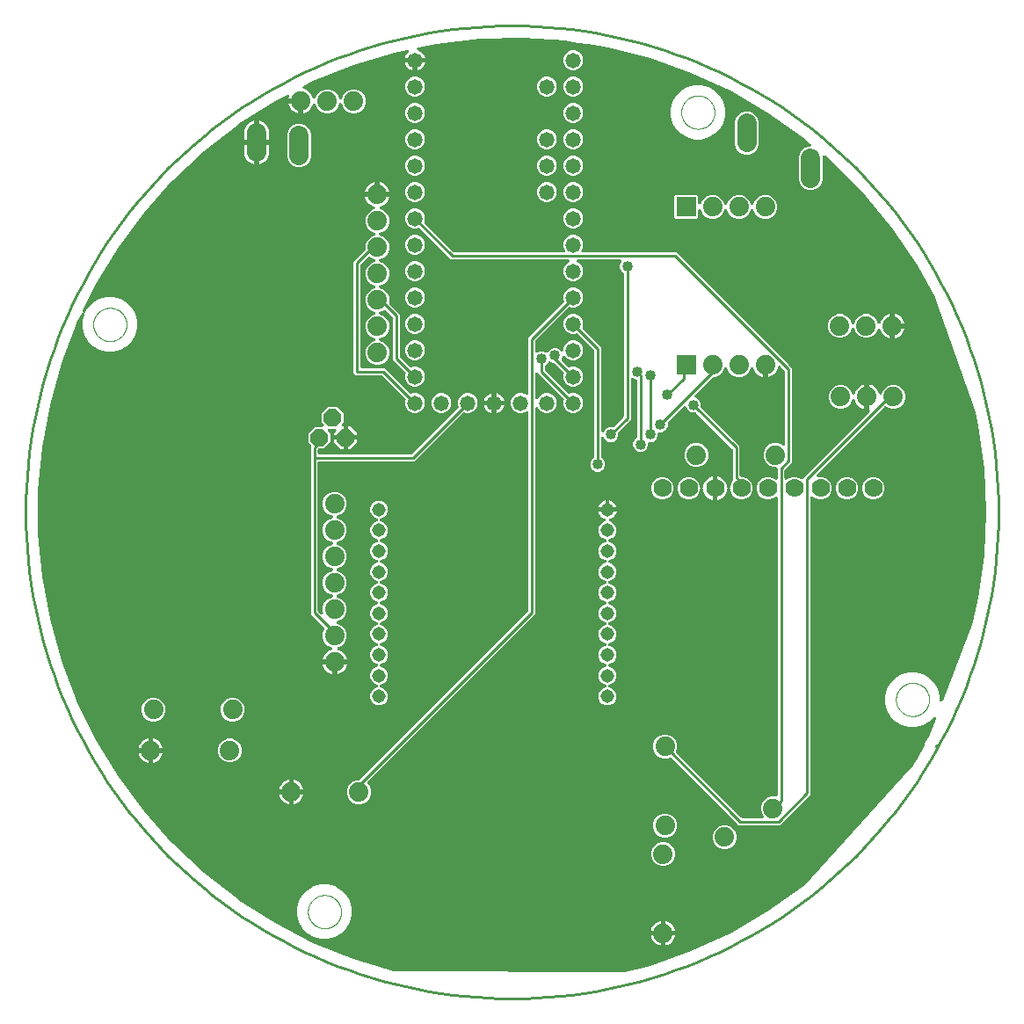
<source format=gbl>
G04 EAGLE Gerber X2 export*
%TF.Part,Single*%
%TF.FileFunction,Other,Bottom layer*%
%TF.FilePolarity,Positive*%
%TF.GenerationSoftware,Autodesk,EAGLE,9.0.0*%
%TF.CreationDate,2018-04-25T18:29:15Z*%
G75*
%MOMM*%
%FSLAX34Y34*%
%LPD*%
%AMOC8*
5,1,8,0,0,1.08239X$1,22.5*%
G01*
%ADD10C,0.254000*%
%ADD11C,0.406400*%
%ADD12C,0.000000*%
%ADD13C,1.778000*%
%ADD14C,1.473200*%
%ADD15C,1.308000*%
%ADD16C,1.879600*%
%ADD17R,1.879600X1.879600*%
%ADD18C,1.879600*%
%ADD19P,1.814519X8X22.500000*%
%ADD20C,1.016000*%

G36*
X108048Y-445082D02*
X108048Y-445082D01*
X108120Y-445084D01*
X108279Y-445057D01*
X108323Y-445052D01*
X108337Y-445047D01*
X108361Y-445043D01*
X133218Y-438685D01*
X133262Y-438668D01*
X133351Y-438644D01*
X172419Y-424759D01*
X172461Y-424739D01*
X172548Y-424707D01*
X210192Y-407327D01*
X210232Y-407303D01*
X210315Y-407263D01*
X246223Y-386532D01*
X246260Y-386504D01*
X246340Y-386457D01*
X280192Y-362561D01*
X280225Y-362532D01*
X280262Y-362508D01*
X280280Y-362492D01*
X280286Y-362488D01*
X280303Y-362471D01*
X280441Y-362341D01*
X384314Y-248121D01*
X384334Y-248093D01*
X384401Y-248009D01*
X384416Y-247994D01*
X384423Y-247981D01*
X384452Y-247946D01*
X390441Y-239037D01*
X390462Y-238996D01*
X390513Y-238919D01*
X397321Y-226481D01*
X397341Y-226433D01*
X397367Y-226389D01*
X397406Y-226272D01*
X397453Y-226158D01*
X397461Y-226107D01*
X397477Y-226058D01*
X397479Y-226040D01*
X397480Y-226038D01*
X397481Y-226025D01*
X397507Y-225816D01*
X397559Y-224625D01*
X399716Y-219999D01*
X401195Y-218644D01*
X401231Y-218602D01*
X401273Y-218566D01*
X401345Y-218471D01*
X401423Y-218380D01*
X401449Y-218331D01*
X401482Y-218287D01*
X401580Y-218084D01*
X401586Y-218072D01*
X401586Y-218070D01*
X401588Y-218067D01*
X408190Y-200873D01*
X408198Y-200844D01*
X408211Y-200816D01*
X408241Y-200675D01*
X408277Y-200535D01*
X408278Y-200505D01*
X408284Y-200475D01*
X408282Y-200331D01*
X408285Y-200187D01*
X408279Y-200157D01*
X408278Y-200127D01*
X408243Y-199987D01*
X408213Y-199846D01*
X408201Y-199818D01*
X408193Y-199789D01*
X408127Y-199660D01*
X408066Y-199530D01*
X408048Y-199506D01*
X408034Y-199479D01*
X407940Y-199369D01*
X407851Y-199256D01*
X407828Y-199237D01*
X407808Y-199214D01*
X407692Y-199128D01*
X407579Y-199038D01*
X407552Y-199024D01*
X407527Y-199006D01*
X407395Y-198949D01*
X407265Y-198887D01*
X407235Y-198880D01*
X407207Y-198868D01*
X407066Y-198843D01*
X406925Y-198812D01*
X406895Y-198812D01*
X406864Y-198807D01*
X406720Y-198814D01*
X406576Y-198816D01*
X406547Y-198823D01*
X406516Y-198825D01*
X406378Y-198864D01*
X406238Y-198899D01*
X406211Y-198913D01*
X406182Y-198921D01*
X406056Y-198991D01*
X405927Y-199057D01*
X405904Y-199076D01*
X405877Y-199091D01*
X405691Y-199250D01*
X401889Y-203052D01*
X395924Y-206496D01*
X389270Y-208279D01*
X382382Y-208279D01*
X375728Y-206496D01*
X369763Y-203052D01*
X364892Y-198181D01*
X361448Y-192216D01*
X359665Y-185562D01*
X359665Y-178674D01*
X361448Y-172020D01*
X364892Y-166055D01*
X369763Y-161184D01*
X375728Y-157740D01*
X382382Y-155957D01*
X389270Y-155957D01*
X395924Y-157740D01*
X401889Y-161184D01*
X406760Y-166055D01*
X410204Y-172020D01*
X411987Y-178674D01*
X411987Y-182770D01*
X411995Y-182840D01*
X411993Y-182910D01*
X412015Y-183012D01*
X412027Y-183116D01*
X412050Y-183182D01*
X412065Y-183251D01*
X412109Y-183346D01*
X412144Y-183444D01*
X412182Y-183503D01*
X412212Y-183567D01*
X412276Y-183649D01*
X412333Y-183737D01*
X412384Y-183786D01*
X412427Y-183841D01*
X412508Y-183906D01*
X412584Y-183979D01*
X412644Y-184015D01*
X412699Y-184059D01*
X412793Y-184104D01*
X412883Y-184158D01*
X412950Y-184179D01*
X413013Y-184210D01*
X413115Y-184232D01*
X413215Y-184264D01*
X413285Y-184270D01*
X413353Y-184285D01*
X413458Y-184284D01*
X413562Y-184292D01*
X413632Y-184282D01*
X413702Y-184281D01*
X413803Y-184256D01*
X413907Y-184241D01*
X413972Y-184215D01*
X414040Y-184198D01*
X414134Y-184150D01*
X414231Y-184112D01*
X414288Y-184072D01*
X414351Y-184040D01*
X414431Y-183972D01*
X414517Y-183913D01*
X414564Y-183861D01*
X414618Y-183816D01*
X414680Y-183732D01*
X414750Y-183654D01*
X414784Y-183593D01*
X414826Y-183536D01*
X414898Y-183387D01*
X414919Y-183349D01*
X414923Y-183335D01*
X414932Y-183316D01*
X444089Y-107385D01*
X444099Y-107345D01*
X444151Y-107182D01*
X449437Y-84364D01*
X449443Y-84318D01*
X449463Y-84227D01*
X455108Y-43151D01*
X455109Y-43105D01*
X455121Y-43013D01*
X457008Y-1593D01*
X457005Y-1547D01*
X457008Y-1455D01*
X455121Y39965D01*
X455114Y40011D01*
X455108Y40103D01*
X449463Y81179D01*
X449451Y81225D01*
X449437Y81316D01*
X446356Y94616D01*
X446339Y94663D01*
X446309Y94779D01*
X407456Y204877D01*
X407455Y204878D01*
X407355Y205101D01*
X390513Y235871D01*
X390486Y235909D01*
X390441Y235989D01*
X367307Y270399D01*
X367277Y270434D01*
X367225Y270510D01*
X341058Y302673D01*
X341025Y302705D01*
X340966Y302776D01*
X311983Y332427D01*
X311947Y332456D01*
X311882Y332521D01*
X301488Y341378D01*
X301455Y341400D01*
X301427Y341428D01*
X301311Y341497D01*
X301199Y341572D01*
X301162Y341586D01*
X301128Y341606D01*
X300999Y341647D01*
X300873Y341695D01*
X300834Y341700D01*
X300796Y341713D01*
X300661Y341723D01*
X300528Y341741D01*
X300488Y341737D01*
X300448Y341741D01*
X300315Y341721D01*
X300181Y341708D01*
X300143Y341695D01*
X300104Y341689D01*
X299978Y341639D01*
X299851Y341596D01*
X299817Y341575D01*
X299780Y341560D01*
X299669Y341483D01*
X299555Y341412D01*
X299526Y341384D01*
X299494Y341361D01*
X299403Y341261D01*
X299308Y341166D01*
X299287Y341132D01*
X299260Y341102D01*
X299195Y340985D01*
X299124Y340870D01*
X299111Y340832D01*
X299092Y340797D01*
X299055Y340668D01*
X299012Y340540D01*
X299008Y340500D01*
X298997Y340462D01*
X298977Y340218D01*
X298977Y317848D01*
X297234Y313640D01*
X294014Y310420D01*
X289806Y308677D01*
X285251Y308677D01*
X281043Y310420D01*
X277823Y313640D01*
X276080Y317848D01*
X276080Y341199D01*
X277823Y345407D01*
X281043Y348627D01*
X285251Y350370D01*
X286799Y350370D01*
X286959Y350389D01*
X287119Y350404D01*
X287131Y350409D01*
X287145Y350410D01*
X287297Y350465D01*
X287449Y350516D01*
X287460Y350523D01*
X287473Y350528D01*
X287608Y350615D01*
X287745Y350700D01*
X287755Y350709D01*
X287766Y350717D01*
X287878Y350832D01*
X287991Y350946D01*
X287999Y350957D01*
X288008Y350967D01*
X288091Y351105D01*
X288176Y351242D01*
X288180Y351255D01*
X288187Y351266D01*
X288236Y351419D01*
X288288Y351572D01*
X288289Y351585D01*
X288293Y351598D01*
X288306Y351758D01*
X288322Y351919D01*
X288320Y351932D01*
X288321Y351946D01*
X288297Y352105D01*
X288276Y352264D01*
X288272Y352277D01*
X288269Y352290D01*
X288210Y352439D01*
X288153Y352590D01*
X288146Y352602D01*
X288141Y352614D01*
X288049Y352746D01*
X287960Y352880D01*
X287948Y352891D01*
X287942Y352900D01*
X287914Y352925D01*
X287787Y353053D01*
X280323Y359413D01*
X280284Y359439D01*
X280213Y359498D01*
X246339Y383409D01*
X246299Y383431D01*
X246223Y383484D01*
X210315Y404215D01*
X210272Y404233D01*
X210192Y404279D01*
X172548Y421659D01*
X172504Y421673D01*
X172419Y421711D01*
X133351Y435596D01*
X133306Y435607D01*
X133218Y435637D01*
X93049Y445911D01*
X93003Y445918D01*
X92913Y445940D01*
X92591Y445991D01*
X83114Y447515D01*
X83113Y447515D01*
X73636Y449038D01*
X73635Y449038D01*
X64158Y450561D01*
X54680Y452084D01*
X51976Y452519D01*
X51929Y452521D01*
X51838Y452535D01*
X10472Y455364D01*
X10426Y455362D01*
X10334Y455367D01*
X-31118Y454424D01*
X-31164Y454417D01*
X-31257Y454414D01*
X-72451Y449705D01*
X-72496Y449694D01*
X-72588Y449683D01*
X-90386Y445984D01*
X-90508Y445944D01*
X-90632Y445911D01*
X-90673Y445889D01*
X-90717Y445875D01*
X-90826Y445808D01*
X-90940Y445747D01*
X-90975Y445717D01*
X-91014Y445693D01*
X-91106Y445603D01*
X-91203Y445518D01*
X-91230Y445481D01*
X-91263Y445448D01*
X-91331Y445340D01*
X-91406Y445235D01*
X-91424Y445193D01*
X-91449Y445154D01*
X-91491Y445032D01*
X-91540Y444914D01*
X-91548Y444868D01*
X-91563Y444824D01*
X-91576Y444697D01*
X-91597Y444570D01*
X-91595Y444524D01*
X-91599Y444478D01*
X-91583Y444350D01*
X-91575Y444222D01*
X-91562Y444178D01*
X-91556Y444132D01*
X-91512Y444011D01*
X-91474Y443888D01*
X-91451Y443848D01*
X-91435Y443805D01*
X-91365Y443698D01*
X-91300Y443586D01*
X-91269Y443553D01*
X-91243Y443514D01*
X-91150Y443426D01*
X-91062Y443332D01*
X-91024Y443306D01*
X-90990Y443274D01*
X-90946Y443248D01*
X-90945Y443247D01*
X-90935Y443242D01*
X-90880Y443210D01*
X-90773Y443138D01*
X-90719Y443116D01*
X-90690Y443099D01*
X-90657Y443088D01*
X-90640Y443079D01*
X-90611Y443071D01*
X-90547Y443044D01*
X-89669Y442759D01*
X-88280Y442051D01*
X-87018Y441134D01*
X-85916Y440032D01*
X-84999Y438770D01*
X-84291Y437381D01*
X-83839Y435990D01*
X-92583Y435990D01*
X-92609Y435987D01*
X-92635Y435989D01*
X-92782Y435967D01*
X-92929Y435950D01*
X-92954Y435942D01*
X-92980Y435938D01*
X-93117Y435883D01*
X-93257Y435833D01*
X-93279Y435819D01*
X-93304Y435809D01*
X-93425Y435724D01*
X-93466Y435698D01*
X-93477Y435707D01*
X-93607Y435779D01*
X-93734Y435855D01*
X-93759Y435863D01*
X-93782Y435876D01*
X-93925Y435916D01*
X-94066Y435961D01*
X-94092Y435963D01*
X-94117Y435971D01*
X-94361Y435990D01*
X-103105Y435990D01*
X-102653Y437381D01*
X-101945Y438770D01*
X-101028Y440032D01*
X-99912Y441148D01*
X-99861Y441212D01*
X-99803Y441270D01*
X-99753Y441348D01*
X-99696Y441421D01*
X-99661Y441495D01*
X-99617Y441564D01*
X-99587Y441652D01*
X-99547Y441736D01*
X-99530Y441816D01*
X-99503Y441893D01*
X-99493Y441986D01*
X-99473Y442077D01*
X-99475Y442158D01*
X-99466Y442240D01*
X-99478Y442332D01*
X-99479Y442425D01*
X-99499Y442504D01*
X-99509Y442586D01*
X-99542Y442673D01*
X-99564Y442763D01*
X-99602Y442836D01*
X-99630Y442913D01*
X-99682Y442991D01*
X-99724Y443073D01*
X-99777Y443135D01*
X-99822Y443204D01*
X-99890Y443268D01*
X-99950Y443338D01*
X-100016Y443387D01*
X-100075Y443443D01*
X-100155Y443490D01*
X-100230Y443546D01*
X-100305Y443578D01*
X-100376Y443619D01*
X-100465Y443647D01*
X-100550Y443684D01*
X-100631Y443698D01*
X-100709Y443722D01*
X-100802Y443729D01*
X-100893Y443745D01*
X-100975Y443741D01*
X-101057Y443747D01*
X-101192Y443730D01*
X-101241Y443727D01*
X-101264Y443721D01*
X-101299Y443716D01*
X-113183Y441247D01*
X-113227Y441232D01*
X-113317Y441213D01*
X-152977Y429120D01*
X-153020Y429102D01*
X-153108Y429074D01*
X-191504Y413425D01*
X-191545Y413403D01*
X-191630Y413367D01*
X-200788Y408621D01*
X-200867Y408568D01*
X-200951Y408524D01*
X-201012Y408471D01*
X-201077Y408427D01*
X-201142Y408357D01*
X-201214Y408294D01*
X-201260Y408230D01*
X-201315Y408171D01*
X-201362Y408089D01*
X-201418Y408011D01*
X-201448Y407938D01*
X-201488Y407869D01*
X-201515Y407778D01*
X-201552Y407690D01*
X-201565Y407611D01*
X-201587Y407535D01*
X-201593Y407440D01*
X-201609Y407346D01*
X-201604Y407267D01*
X-201609Y407187D01*
X-201593Y407093D01*
X-201587Y406998D01*
X-201563Y406922D01*
X-201550Y406843D01*
X-201513Y406756D01*
X-201486Y406665D01*
X-201446Y406595D01*
X-201415Y406522D01*
X-201359Y406445D01*
X-201312Y406363D01*
X-201258Y406305D01*
X-201211Y406240D01*
X-201139Y406178D01*
X-201074Y406108D01*
X-201007Y406064D01*
X-200947Y406012D01*
X-200863Y405967D01*
X-200784Y405914D01*
X-200683Y405872D01*
X-200639Y405849D01*
X-200608Y405841D01*
X-200558Y405820D01*
X-198871Y405272D01*
X-197197Y404419D01*
X-195676Y403314D01*
X-194348Y401986D01*
X-193243Y400465D01*
X-192390Y398791D01*
X-191977Y397519D01*
X-191911Y397375D01*
X-191847Y397227D01*
X-191838Y397216D01*
X-191832Y397203D01*
X-191734Y397076D01*
X-191639Y396948D01*
X-191628Y396938D01*
X-191619Y396927D01*
X-191495Y396826D01*
X-191373Y396723D01*
X-191360Y396716D01*
X-191349Y396707D01*
X-191204Y396636D01*
X-191062Y396564D01*
X-191048Y396560D01*
X-191035Y396554D01*
X-190878Y396518D01*
X-190724Y396480D01*
X-190710Y396479D01*
X-190696Y396476D01*
X-190536Y396477D01*
X-190376Y396475D01*
X-190361Y396478D01*
X-190347Y396478D01*
X-190192Y396515D01*
X-190035Y396549D01*
X-190022Y396555D01*
X-190008Y396558D01*
X-189865Y396630D01*
X-189721Y396699D01*
X-189709Y396708D01*
X-189696Y396714D01*
X-189573Y396816D01*
X-189448Y396916D01*
X-189439Y396927D01*
X-189428Y396937D01*
X-189331Y397064D01*
X-189232Y397190D01*
X-189224Y397205D01*
X-189217Y397214D01*
X-189202Y397249D01*
X-189121Y397407D01*
X-187760Y400693D01*
X-184539Y403914D01*
X-180331Y405657D01*
X-175777Y405657D01*
X-171569Y403914D01*
X-168348Y400693D01*
X-166761Y396862D01*
X-166713Y396774D01*
X-166673Y396682D01*
X-166628Y396622D01*
X-166592Y396557D01*
X-166525Y396483D01*
X-166465Y396402D01*
X-166408Y396354D01*
X-166358Y396299D01*
X-166275Y396242D01*
X-166199Y396177D01*
X-166132Y396143D01*
X-166071Y396101D01*
X-165978Y396064D01*
X-165888Y396018D01*
X-165816Y396001D01*
X-165747Y395973D01*
X-165648Y395959D01*
X-165550Y395934D01*
X-165476Y395933D01*
X-165402Y395922D01*
X-165302Y395931D01*
X-165202Y395929D01*
X-165129Y395945D01*
X-165055Y395951D01*
X-164959Y395982D01*
X-164861Y396004D01*
X-164794Y396036D01*
X-164723Y396058D01*
X-164637Y396110D01*
X-164546Y396153D01*
X-164488Y396200D01*
X-164425Y396238D01*
X-164352Y396308D01*
X-164274Y396371D01*
X-164228Y396429D01*
X-164175Y396481D01*
X-164120Y396565D01*
X-164058Y396644D01*
X-164012Y396734D01*
X-163986Y396774D01*
X-163974Y396808D01*
X-163947Y396862D01*
X-162360Y400693D01*
X-159139Y403914D01*
X-154931Y405657D01*
X-150377Y405657D01*
X-146169Y403914D01*
X-142948Y400693D01*
X-141205Y396485D01*
X-141205Y391931D01*
X-142948Y387723D01*
X-146169Y384502D01*
X-150377Y382759D01*
X-154931Y382759D01*
X-159139Y384502D01*
X-162360Y387723D01*
X-163947Y391554D01*
X-163995Y391642D01*
X-164036Y391734D01*
X-164080Y391794D01*
X-164116Y391859D01*
X-164183Y391933D01*
X-164243Y392014D01*
X-164300Y392062D01*
X-164350Y392117D01*
X-164433Y392174D01*
X-164509Y392239D01*
X-164576Y392273D01*
X-164637Y392315D01*
X-164730Y392352D01*
X-164820Y392398D01*
X-164892Y392415D01*
X-164961Y392443D01*
X-165061Y392457D01*
X-165158Y392482D01*
X-165232Y392483D01*
X-165306Y392494D01*
X-165406Y392485D01*
X-165506Y392487D01*
X-165579Y392471D01*
X-165653Y392465D01*
X-165749Y392434D01*
X-165847Y392412D01*
X-165914Y392380D01*
X-165985Y392358D01*
X-166071Y392306D01*
X-166162Y392263D01*
X-166220Y392216D01*
X-166283Y392178D01*
X-166355Y392108D01*
X-166434Y392045D01*
X-166480Y391987D01*
X-166533Y391935D01*
X-166588Y391851D01*
X-166650Y391772D01*
X-166696Y391682D01*
X-166722Y391642D01*
X-166734Y391608D01*
X-166761Y391554D01*
X-168348Y387723D01*
X-171569Y384502D01*
X-175777Y382759D01*
X-180331Y382759D01*
X-184539Y384502D01*
X-187760Y387723D01*
X-189121Y391009D01*
X-189198Y391148D01*
X-189274Y391290D01*
X-189283Y391301D01*
X-189290Y391313D01*
X-189397Y391431D01*
X-189503Y391552D01*
X-189515Y391561D01*
X-189524Y391572D01*
X-189656Y391662D01*
X-189786Y391756D01*
X-189799Y391761D01*
X-189811Y391770D01*
X-189960Y391828D01*
X-190107Y391890D01*
X-190122Y391892D01*
X-190135Y391898D01*
X-190293Y391921D01*
X-190451Y391947D01*
X-190466Y391946D01*
X-190480Y391948D01*
X-190639Y391935D01*
X-190799Y391925D01*
X-190813Y391921D01*
X-190827Y391919D01*
X-190979Y391870D01*
X-191133Y391824D01*
X-191145Y391817D01*
X-191159Y391812D01*
X-191295Y391730D01*
X-191435Y391650D01*
X-191445Y391640D01*
X-191458Y391633D01*
X-191572Y391521D01*
X-191689Y391412D01*
X-191697Y391400D01*
X-191708Y391390D01*
X-191794Y391255D01*
X-191883Y391122D01*
X-191889Y391106D01*
X-191896Y391097D01*
X-191909Y391060D01*
X-191977Y390897D01*
X-192390Y389625D01*
X-193243Y387951D01*
X-194348Y386430D01*
X-195676Y385102D01*
X-197197Y383997D01*
X-198871Y383144D01*
X-200658Y382563D01*
X-200915Y382523D01*
X-200915Y393192D01*
X-200918Y393218D01*
X-200916Y393244D01*
X-200938Y393391D01*
X-200955Y393538D01*
X-200963Y393563D01*
X-200967Y393589D01*
X-201022Y393726D01*
X-201072Y393866D01*
X-201086Y393888D01*
X-201096Y393913D01*
X-201181Y394034D01*
X-201261Y394159D01*
X-201280Y394177D01*
X-201295Y394199D01*
X-201405Y394298D01*
X-201512Y394401D01*
X-201534Y394415D01*
X-201554Y394432D01*
X-201684Y394504D01*
X-201811Y394580D01*
X-201836Y394588D01*
X-201859Y394601D01*
X-202002Y394641D01*
X-202143Y394686D01*
X-202169Y394688D01*
X-202194Y394695D01*
X-202438Y394715D01*
X-202947Y394715D01*
X-202947Y395224D01*
X-202950Y395250D01*
X-202948Y395276D01*
X-202970Y395423D01*
X-202987Y395570D01*
X-202996Y395595D01*
X-203000Y395621D01*
X-203054Y395759D01*
X-203104Y395898D01*
X-203119Y395920D01*
X-203128Y395945D01*
X-203213Y396066D01*
X-203293Y396191D01*
X-203312Y396209D01*
X-203327Y396231D01*
X-203437Y396330D01*
X-203544Y396433D01*
X-203567Y396447D01*
X-203586Y396464D01*
X-203716Y396536D01*
X-203843Y396612D01*
X-203868Y396620D01*
X-203891Y396633D01*
X-204034Y396673D01*
X-204175Y396718D01*
X-204201Y396720D01*
X-204226Y396728D01*
X-204470Y396747D01*
X-215139Y396747D01*
X-215099Y397004D01*
X-214604Y398526D01*
X-214583Y398629D01*
X-214553Y398730D01*
X-214549Y398799D01*
X-214535Y398867D01*
X-214538Y398973D01*
X-214532Y399078D01*
X-214543Y399146D01*
X-214546Y399216D01*
X-214573Y399318D01*
X-214590Y399422D01*
X-214617Y399485D01*
X-214635Y399552D01*
X-214684Y399646D01*
X-214725Y399743D01*
X-214766Y399799D01*
X-214798Y399860D01*
X-214868Y399940D01*
X-214930Y400025D01*
X-214982Y400071D01*
X-215028Y400123D01*
X-215113Y400185D01*
X-215193Y400254D01*
X-215254Y400286D01*
X-215310Y400326D01*
X-215408Y400367D01*
X-215501Y400416D01*
X-215568Y400434D01*
X-215632Y400460D01*
X-215736Y400478D01*
X-215838Y400504D01*
X-215907Y400506D01*
X-215976Y400518D01*
X-216081Y400511D01*
X-216187Y400514D01*
X-216255Y400500D01*
X-216324Y400495D01*
X-216425Y400465D01*
X-216528Y400444D01*
X-216613Y400408D01*
X-216657Y400395D01*
X-216691Y400375D01*
X-216754Y400349D01*
X-228444Y394291D01*
X-228483Y394265D01*
X-228564Y394222D01*
X-263491Y371878D01*
X-263527Y371849D01*
X-263604Y371798D01*
X-296355Y346370D01*
X-296388Y346338D01*
X-296460Y346280D01*
X-326762Y317980D01*
X-326793Y317945D01*
X-326859Y317881D01*
X-354463Y286942D01*
X-354490Y286904D01*
X-354550Y286835D01*
X-379226Y253514D01*
X-379249Y253474D01*
X-379303Y253399D01*
X-400846Y217972D01*
X-400866Y217930D01*
X-400913Y217851D01*
X-413366Y192416D01*
X-413407Y192301D01*
X-413456Y192188D01*
X-413465Y192137D01*
X-413483Y192088D01*
X-413496Y191966D01*
X-413518Y191845D01*
X-413515Y191793D01*
X-413521Y191741D01*
X-413507Y191620D01*
X-413501Y191497D01*
X-413486Y191447D01*
X-413480Y191395D01*
X-413439Y191280D01*
X-413405Y191162D01*
X-413379Y191117D01*
X-413362Y191067D01*
X-413295Y190965D01*
X-413235Y190858D01*
X-413200Y190819D01*
X-413172Y190775D01*
X-413083Y190690D01*
X-413001Y190600D01*
X-412958Y190570D01*
X-412920Y190534D01*
X-412815Y190471D01*
X-412714Y190402D01*
X-412665Y190383D01*
X-412621Y190356D01*
X-412504Y190319D01*
X-412390Y190274D01*
X-412338Y190267D01*
X-412288Y190251D01*
X-412166Y190242D01*
X-412045Y190224D01*
X-411993Y190228D01*
X-411941Y190224D01*
X-411819Y190243D01*
X-411698Y190253D01*
X-411648Y190269D01*
X-411596Y190277D01*
X-411483Y190323D01*
X-411366Y190360D01*
X-411321Y190387D01*
X-411273Y190407D01*
X-411172Y190477D01*
X-411068Y190540D01*
X-411030Y190577D01*
X-410987Y190607D01*
X-410906Y190698D01*
X-410818Y190783D01*
X-410780Y190838D01*
X-410755Y190866D01*
X-410719Y190926D01*
X-410679Y190985D01*
X-408284Y195133D01*
X-403413Y200004D01*
X-397448Y203448D01*
X-390794Y205231D01*
X-383906Y205231D01*
X-377252Y203448D01*
X-371287Y200004D01*
X-366416Y195133D01*
X-362972Y189168D01*
X-361189Y182514D01*
X-361189Y175626D01*
X-362972Y168972D01*
X-366416Y163007D01*
X-371287Y158136D01*
X-377252Y154692D01*
X-383906Y152909D01*
X-390794Y152909D01*
X-397448Y154692D01*
X-403413Y158136D01*
X-408284Y163007D01*
X-411728Y168972D01*
X-413511Y175626D01*
X-413511Y182514D01*
X-411887Y188573D01*
X-411883Y188601D01*
X-411874Y188626D01*
X-411858Y188773D01*
X-411836Y188918D01*
X-411838Y188945D01*
X-411835Y188973D01*
X-411853Y189119D01*
X-411865Y189266D01*
X-411873Y189292D01*
X-411876Y189319D01*
X-411926Y189457D01*
X-411971Y189597D01*
X-411986Y189621D01*
X-411995Y189646D01*
X-412075Y189770D01*
X-412151Y189896D01*
X-412170Y189916D01*
X-412185Y189939D01*
X-412291Y190041D01*
X-412393Y190146D01*
X-412416Y190161D01*
X-412436Y190180D01*
X-412563Y190255D01*
X-412687Y190335D01*
X-412712Y190344D01*
X-412736Y190358D01*
X-412876Y190402D01*
X-413015Y190452D01*
X-413042Y190455D01*
X-413068Y190463D01*
X-413215Y190474D01*
X-413361Y190491D01*
X-413388Y190488D01*
X-413416Y190490D01*
X-413562Y190467D01*
X-413707Y190450D01*
X-413733Y190441D01*
X-413760Y190437D01*
X-413897Y190382D01*
X-414035Y190332D01*
X-414058Y190317D01*
X-414084Y190307D01*
X-414204Y190223D01*
X-414328Y190143D01*
X-414347Y190123D01*
X-414369Y190107D01*
X-414468Y189997D01*
X-414569Y189892D01*
X-414583Y189868D01*
X-414602Y189848D01*
X-414727Y189637D01*
X-419145Y180612D01*
X-419161Y180568D01*
X-419201Y180485D01*
X-433971Y141743D01*
X-433983Y141697D01*
X-434015Y141611D01*
X-445201Y101686D01*
X-445209Y101640D01*
X-445233Y101551D01*
X-452742Y60774D01*
X-452745Y60727D01*
X-452761Y60637D01*
X-456531Y19346D01*
X-456530Y19299D01*
X-456538Y19207D01*
X-456538Y-22255D01*
X-456532Y-22302D01*
X-456531Y-22394D01*
X-452761Y-63685D01*
X-452752Y-63730D01*
X-452742Y-63822D01*
X-445233Y-104599D01*
X-445219Y-104643D01*
X-445201Y-104734D01*
X-434015Y-144659D01*
X-433997Y-144702D01*
X-433971Y-144791D01*
X-419201Y-183533D01*
X-419179Y-183574D01*
X-419145Y-183660D01*
X-400913Y-220899D01*
X-400888Y-220938D01*
X-400846Y-221020D01*
X-379303Y-256447D01*
X-379274Y-256484D01*
X-379226Y-256562D01*
X-354550Y-289883D01*
X-354518Y-289917D01*
X-354463Y-289990D01*
X-326859Y-320929D01*
X-326825Y-320960D01*
X-326762Y-321028D01*
X-296460Y-349328D01*
X-296423Y-349356D01*
X-296355Y-349418D01*
X-263604Y-374846D01*
X-263564Y-374870D01*
X-263491Y-374926D01*
X-228564Y-397270D01*
X-228522Y-397291D01*
X-228444Y-397339D01*
X-191630Y-416415D01*
X-191587Y-416431D01*
X-191504Y-416473D01*
X-153108Y-432122D01*
X-153063Y-432134D01*
X-152977Y-432168D01*
X-114122Y-444015D01*
X-114024Y-444033D01*
X-113928Y-444061D01*
X-113827Y-444069D01*
X-113779Y-444078D01*
X-113744Y-444077D01*
X-113684Y-444082D01*
X107976Y-445090D01*
X108048Y-445082D01*
G37*
%LPC*%
G36*
X218399Y-303030D02*
X218399Y-303030D01*
X153478Y-238109D01*
X153418Y-238062D01*
X153365Y-238007D01*
X153282Y-237954D01*
X153205Y-237893D01*
X153136Y-237860D01*
X153072Y-237819D01*
X152979Y-237786D01*
X152890Y-237744D01*
X152816Y-237728D01*
X152744Y-237702D01*
X152646Y-237691D01*
X152550Y-237671D01*
X152473Y-237672D01*
X152397Y-237663D01*
X152299Y-237675D01*
X152201Y-237677D01*
X152127Y-237695D01*
X152051Y-237704D01*
X151909Y-237750D01*
X151863Y-237762D01*
X151846Y-237770D01*
X151818Y-237779D01*
X149594Y-238701D01*
X145040Y-238701D01*
X140832Y-236958D01*
X137611Y-233737D01*
X135868Y-229529D01*
X135868Y-224975D01*
X137611Y-220767D01*
X140832Y-217546D01*
X145040Y-215803D01*
X149594Y-215803D01*
X153802Y-217546D01*
X157023Y-220767D01*
X158766Y-224975D01*
X158766Y-229529D01*
X157844Y-231753D01*
X157823Y-231827D01*
X157793Y-231897D01*
X157776Y-231994D01*
X157749Y-232088D01*
X157745Y-232165D01*
X157731Y-232240D01*
X157737Y-232338D01*
X157732Y-232436D01*
X157745Y-232512D01*
X157749Y-232588D01*
X157777Y-232682D01*
X157794Y-232779D01*
X157825Y-232849D01*
X157846Y-232923D01*
X157894Y-233009D01*
X157933Y-233099D01*
X157979Y-233160D01*
X158016Y-233227D01*
X158113Y-233341D01*
X158141Y-233379D01*
X158156Y-233391D01*
X158175Y-233413D01*
X220704Y-295943D01*
X220803Y-296021D01*
X220897Y-296106D01*
X220939Y-296129D01*
X220977Y-296159D01*
X221091Y-296213D01*
X221202Y-296274D01*
X221248Y-296287D01*
X221292Y-296308D01*
X221415Y-296335D01*
X221537Y-296369D01*
X221598Y-296374D01*
X221633Y-296381D01*
X221681Y-296381D01*
X221781Y-296389D01*
X240964Y-296389D01*
X241064Y-296377D01*
X241164Y-296375D01*
X241236Y-296357D01*
X241310Y-296349D01*
X241405Y-296315D01*
X241502Y-296290D01*
X241568Y-296256D01*
X241638Y-296231D01*
X241723Y-296177D01*
X241812Y-296131D01*
X241869Y-296083D01*
X241931Y-296042D01*
X242001Y-295970D01*
X242077Y-295905D01*
X242122Y-295845D01*
X242173Y-295792D01*
X242225Y-295705D01*
X242284Y-295625D01*
X242314Y-295556D01*
X242352Y-295493D01*
X242383Y-295397D01*
X242422Y-295305D01*
X242436Y-295231D01*
X242458Y-295161D01*
X242466Y-295061D01*
X242484Y-294962D01*
X242480Y-294887D01*
X242486Y-294813D01*
X242471Y-294714D01*
X242466Y-294614D01*
X242446Y-294542D01*
X242435Y-294469D01*
X242397Y-294375D01*
X242370Y-294279D01*
X242333Y-294214D01*
X242306Y-294145D01*
X242249Y-294062D01*
X242199Y-293975D01*
X242134Y-293898D01*
X242107Y-293859D01*
X242080Y-293835D01*
X242041Y-293788D01*
X241729Y-293477D01*
X239986Y-289269D01*
X239986Y-284714D01*
X241729Y-280506D01*
X244950Y-277286D01*
X249158Y-275543D01*
X253738Y-275543D01*
X253798Y-275560D01*
X253942Y-275606D01*
X253966Y-275608D01*
X253989Y-275614D01*
X254139Y-275621D01*
X254289Y-275634D01*
X254313Y-275630D01*
X254337Y-275631D01*
X254485Y-275604D01*
X254634Y-275582D01*
X254656Y-275573D01*
X254680Y-275569D01*
X254818Y-275509D01*
X254958Y-275453D01*
X254978Y-275439D01*
X255000Y-275430D01*
X255120Y-275340D01*
X255244Y-275254D01*
X255260Y-275236D01*
X255279Y-275222D01*
X255377Y-275107D01*
X255477Y-274995D01*
X255489Y-274974D01*
X255505Y-274956D01*
X255573Y-274822D01*
X255646Y-274690D01*
X255652Y-274667D01*
X255663Y-274646D01*
X255700Y-274500D01*
X255741Y-274355D01*
X255743Y-274326D01*
X255748Y-274307D01*
X255748Y-274260D01*
X255760Y-274111D01*
X255760Y11564D01*
X255749Y11664D01*
X255747Y11764D01*
X255729Y11836D01*
X255720Y11910D01*
X255687Y12005D01*
X255662Y12102D01*
X255628Y12168D01*
X255603Y12238D01*
X255548Y12323D01*
X255502Y12412D01*
X255454Y12468D01*
X255414Y12531D01*
X255342Y12601D01*
X255277Y12677D01*
X255217Y12721D01*
X255163Y12773D01*
X255077Y12825D01*
X254996Y12884D01*
X254928Y12914D01*
X254864Y12952D01*
X254769Y12983D01*
X254676Y13022D01*
X254603Y13036D01*
X254532Y13058D01*
X254432Y13066D01*
X254333Y13084D01*
X254259Y13080D01*
X254185Y13086D01*
X254086Y13071D01*
X253985Y13066D01*
X253914Y13045D01*
X253840Y13034D01*
X253747Y12997D01*
X253650Y12970D01*
X253585Y12933D01*
X253516Y12906D01*
X253434Y12848D01*
X253346Y12799D01*
X253270Y12734D01*
X253230Y12707D01*
X253206Y12680D01*
X253160Y12641D01*
X252578Y12059D01*
X248557Y10394D01*
X244205Y10394D01*
X240184Y12059D01*
X237106Y15137D01*
X235440Y19158D01*
X235440Y23511D01*
X237106Y27532D01*
X240184Y30610D01*
X244205Y32275D01*
X248557Y32275D01*
X252578Y30610D01*
X253160Y30028D01*
X253239Y29966D01*
X253311Y29896D01*
X253375Y29858D01*
X253433Y29811D01*
X253524Y29769D01*
X253610Y29717D01*
X253681Y29694D01*
X253748Y29663D01*
X253846Y29641D01*
X253942Y29611D01*
X254016Y29605D01*
X254089Y29589D01*
X254189Y29591D01*
X254289Y29583D01*
X254363Y29594D01*
X254437Y29595D01*
X254534Y29620D01*
X254634Y29635D01*
X254703Y29662D01*
X254775Y29680D01*
X254864Y29726D01*
X254958Y29763D01*
X255019Y29806D01*
X255085Y29840D01*
X255162Y29905D01*
X255244Y29962D01*
X255294Y30017D01*
X255350Y30066D01*
X255410Y30146D01*
X255477Y30221D01*
X255513Y30286D01*
X255558Y30346D01*
X255597Y30438D01*
X255646Y30526D01*
X255666Y30598D01*
X255696Y30666D01*
X255713Y30765D01*
X255741Y30861D01*
X255749Y30961D01*
X255757Y31009D01*
X255755Y31045D01*
X255760Y31105D01*
X255760Y40235D01*
X255757Y40262D01*
X255759Y40288D01*
X255737Y40434D01*
X255720Y40582D01*
X255712Y40606D01*
X255708Y40632D01*
X255653Y40770D01*
X255603Y40910D01*
X255589Y40932D01*
X255579Y40956D01*
X255494Y41078D01*
X255414Y41203D01*
X255395Y41221D01*
X255380Y41242D01*
X255270Y41341D01*
X255163Y41445D01*
X255141Y41458D01*
X255121Y41476D01*
X254991Y41548D01*
X254864Y41624D01*
X254839Y41632D01*
X254816Y41644D01*
X254673Y41685D01*
X254532Y41730D01*
X254506Y41732D01*
X254481Y41739D01*
X254237Y41759D01*
X251350Y41759D01*
X247142Y43502D01*
X243922Y46722D01*
X242179Y50930D01*
X242179Y55485D01*
X243922Y59693D01*
X247142Y62913D01*
X251350Y64656D01*
X255905Y64656D01*
X260113Y62913D01*
X260425Y62601D01*
X260503Y62539D01*
X260575Y62469D01*
X260639Y62431D01*
X260698Y62385D01*
X260788Y62342D01*
X260875Y62290D01*
X260945Y62268D01*
X261013Y62236D01*
X261111Y62215D01*
X261206Y62184D01*
X261281Y62178D01*
X261353Y62163D01*
X261454Y62164D01*
X261554Y62156D01*
X261627Y62167D01*
X261702Y62168D01*
X261799Y62193D01*
X261898Y62208D01*
X261968Y62235D01*
X262040Y62253D01*
X262129Y62299D01*
X262222Y62337D01*
X262283Y62379D01*
X262350Y62413D01*
X262426Y62478D01*
X262509Y62536D01*
X262558Y62591D01*
X262615Y62639D01*
X262675Y62720D01*
X262742Y62794D01*
X262778Y62859D01*
X262822Y62919D01*
X262862Y63011D01*
X262910Y63099D01*
X262931Y63171D01*
X262960Y63239D01*
X262978Y63338D01*
X263005Y63435D01*
X263013Y63535D01*
X263022Y63582D01*
X263020Y63618D01*
X263025Y63679D01*
X263025Y133682D01*
X263010Y133808D01*
X263004Y133934D01*
X262991Y133980D01*
X262985Y134028D01*
X262942Y134147D01*
X262907Y134269D01*
X262884Y134311D01*
X262868Y134356D01*
X262799Y134463D01*
X262737Y134573D01*
X262698Y134619D01*
X262678Y134649D01*
X262644Y134683D01*
X262579Y134759D01*
X258460Y138878D01*
X258339Y138974D01*
X258219Y139074D01*
X258202Y139083D01*
X258187Y139095D01*
X258047Y139161D01*
X257908Y139231D01*
X257889Y139235D01*
X257872Y139244D01*
X257721Y139276D01*
X257569Y139313D01*
X257550Y139313D01*
X257531Y139317D01*
X257377Y139314D01*
X257221Y139316D01*
X257202Y139311D01*
X257183Y139311D01*
X257033Y139273D01*
X256881Y139239D01*
X256863Y139231D01*
X256845Y139226D01*
X256706Y139155D01*
X256567Y139087D01*
X256552Y139075D01*
X256535Y139066D01*
X256417Y138966D01*
X256296Y138868D01*
X256284Y138853D01*
X256269Y138841D01*
X256177Y138716D01*
X256082Y138593D01*
X256074Y138576D01*
X256062Y138560D01*
X256001Y138418D01*
X255936Y138277D01*
X255930Y138254D01*
X255924Y138240D01*
X255917Y138197D01*
X255878Y138039D01*
X255739Y137158D01*
X255158Y135371D01*
X254305Y133697D01*
X253200Y132176D01*
X251872Y130848D01*
X250351Y129743D01*
X248677Y128890D01*
X246890Y128309D01*
X246633Y128269D01*
X246633Y138938D01*
X246630Y138964D01*
X246632Y138990D01*
X246610Y139137D01*
X246593Y139284D01*
X246585Y139309D01*
X246581Y139335D01*
X246526Y139472D01*
X246476Y139612D01*
X246462Y139634D01*
X246452Y139659D01*
X246367Y139780D01*
X246287Y139905D01*
X246268Y139923D01*
X246253Y139945D01*
X246143Y140044D01*
X246036Y140147D01*
X246014Y140161D01*
X245994Y140178D01*
X245864Y140250D01*
X245737Y140326D01*
X245712Y140334D01*
X245689Y140347D01*
X245546Y140387D01*
X245405Y140432D01*
X245379Y140434D01*
X245354Y140441D01*
X245110Y140461D01*
X243078Y140461D01*
X243052Y140458D01*
X243026Y140460D01*
X242879Y140438D01*
X242732Y140421D01*
X242707Y140412D01*
X242681Y140408D01*
X242543Y140354D01*
X242404Y140304D01*
X242382Y140289D01*
X242357Y140280D01*
X242236Y140195D01*
X242111Y140115D01*
X242093Y140096D01*
X242071Y140081D01*
X241972Y139971D01*
X241869Y139864D01*
X241855Y139841D01*
X241838Y139822D01*
X241766Y139692D01*
X241690Y139565D01*
X241682Y139540D01*
X241669Y139517D01*
X241629Y139374D01*
X241584Y139233D01*
X241581Y139207D01*
X241574Y139182D01*
X241555Y138938D01*
X241555Y128269D01*
X241298Y128309D01*
X239511Y128890D01*
X237837Y129743D01*
X236316Y130848D01*
X234988Y132176D01*
X233883Y133697D01*
X233030Y135371D01*
X232617Y136643D01*
X232551Y136787D01*
X232487Y136935D01*
X232478Y136946D01*
X232472Y136959D01*
X232374Y137086D01*
X232279Y137214D01*
X232268Y137224D01*
X232259Y137235D01*
X232135Y137336D01*
X232013Y137439D01*
X232000Y137446D01*
X231989Y137455D01*
X231844Y137526D01*
X231702Y137598D01*
X231688Y137602D01*
X231675Y137608D01*
X231518Y137644D01*
X231364Y137682D01*
X231350Y137683D01*
X231336Y137686D01*
X231176Y137685D01*
X231016Y137687D01*
X231001Y137684D01*
X230987Y137684D01*
X230832Y137647D01*
X230675Y137613D01*
X230662Y137607D01*
X230648Y137604D01*
X230505Y137532D01*
X230361Y137463D01*
X230349Y137454D01*
X230336Y137448D01*
X230213Y137346D01*
X230088Y137246D01*
X230079Y137235D01*
X230068Y137225D01*
X229971Y137098D01*
X229872Y136972D01*
X229864Y136957D01*
X229857Y136948D01*
X229842Y136913D01*
X229761Y136755D01*
X228400Y133469D01*
X225179Y130248D01*
X220971Y128505D01*
X216417Y128505D01*
X212209Y130248D01*
X208988Y133469D01*
X207401Y137300D01*
X207353Y137388D01*
X207312Y137480D01*
X207268Y137540D01*
X207232Y137605D01*
X207165Y137679D01*
X207105Y137760D01*
X207048Y137808D01*
X206998Y137863D01*
X206915Y137920D01*
X206839Y137985D01*
X206772Y138019D01*
X206711Y138061D01*
X206618Y138098D01*
X206528Y138144D01*
X206456Y138161D01*
X206387Y138189D01*
X206287Y138203D01*
X206190Y138228D01*
X206116Y138229D01*
X206042Y138240D01*
X205942Y138231D01*
X205842Y138233D01*
X205769Y138217D01*
X205695Y138211D01*
X205599Y138180D01*
X205501Y138158D01*
X205434Y138126D01*
X205363Y138104D01*
X205277Y138052D01*
X205186Y138009D01*
X205128Y137962D01*
X205065Y137924D01*
X204993Y137854D01*
X204914Y137791D01*
X204868Y137733D01*
X204815Y137681D01*
X204760Y137597D01*
X204698Y137518D01*
X204652Y137428D01*
X204626Y137388D01*
X204614Y137354D01*
X204587Y137300D01*
X203000Y133469D01*
X199779Y130248D01*
X195571Y128505D01*
X194157Y128505D01*
X194032Y128491D01*
X193906Y128484D01*
X193859Y128471D01*
X193811Y128465D01*
X193692Y128423D01*
X193571Y128388D01*
X193529Y128364D01*
X193483Y128348D01*
X193377Y128279D01*
X193267Y128218D01*
X193220Y128178D01*
X193190Y128159D01*
X193157Y128124D01*
X193080Y128059D01*
X176035Y111014D01*
X175942Y110896D01*
X175845Y110781D01*
X175834Y110760D01*
X175818Y110741D01*
X175754Y110605D01*
X175686Y110471D01*
X175680Y110448D01*
X175670Y110426D01*
X175638Y110279D01*
X175602Y110133D01*
X175601Y110109D01*
X175596Y110085D01*
X175599Y109935D01*
X175597Y109784D01*
X175602Y109761D01*
X175602Y109737D01*
X175639Y109591D01*
X175671Y109444D01*
X175681Y109422D01*
X175687Y109399D01*
X175756Y109264D01*
X175821Y109129D01*
X175836Y109110D01*
X175847Y109089D01*
X175944Y108974D01*
X176038Y108857D01*
X176057Y108842D01*
X176073Y108823D01*
X176194Y108734D01*
X176312Y108641D01*
X176338Y108628D01*
X176353Y108616D01*
X176396Y108598D01*
X176529Y108529D01*
X178664Y107645D01*
X180670Y105639D01*
X181756Y103018D01*
X181756Y100082D01*
X181752Y100069D01*
X181748Y99992D01*
X181735Y99917D01*
X181740Y99819D01*
X181735Y99721D01*
X181749Y99645D01*
X181753Y99569D01*
X181780Y99475D01*
X181797Y99378D01*
X181828Y99308D01*
X181849Y99234D01*
X181897Y99148D01*
X181936Y99058D01*
X181982Y98997D01*
X182019Y98930D01*
X182116Y98817D01*
X182144Y98778D01*
X182159Y98766D01*
X182178Y98743D01*
X216829Y64092D01*
X219221Y61701D01*
X219221Y33798D01*
X219224Y33772D01*
X219222Y33746D01*
X219244Y33600D01*
X219261Y33452D01*
X219269Y33428D01*
X219273Y33402D01*
X219328Y33264D01*
X219378Y33124D01*
X219392Y33102D01*
X219402Y33078D01*
X219487Y32956D01*
X219567Y32831D01*
X219586Y32813D01*
X219601Y32792D01*
X219711Y32693D01*
X219818Y32589D01*
X219840Y32576D01*
X219860Y32558D01*
X219990Y32486D01*
X220117Y32410D01*
X220142Y32402D01*
X220165Y32390D01*
X220308Y32349D01*
X220449Y32304D01*
X220475Y32302D01*
X220500Y32295D01*
X220744Y32275D01*
X223157Y32275D01*
X227178Y30610D01*
X230256Y27532D01*
X231922Y23511D01*
X231922Y19158D01*
X230256Y15137D01*
X227178Y12059D01*
X223157Y10394D01*
X218805Y10394D01*
X214784Y12059D01*
X211706Y15137D01*
X210040Y19158D01*
X210040Y20202D01*
X210034Y20256D01*
X210036Y20312D01*
X210014Y20429D01*
X210000Y20548D01*
X209982Y20600D01*
X209972Y20654D01*
X209923Y20763D01*
X209883Y20876D01*
X209853Y20922D01*
X209831Y20973D01*
X209759Y21068D01*
X209694Y21169D01*
X209654Y21207D01*
X209621Y21251D01*
X209529Y21328D01*
X209528Y21329D01*
X209604Y21413D01*
X209690Y21496D01*
X209720Y21542D01*
X209757Y21583D01*
X209815Y21688D01*
X209880Y21788D01*
X209899Y21840D01*
X209926Y21888D01*
X209958Y22003D01*
X209999Y22116D01*
X210006Y22170D01*
X210021Y22224D01*
X210039Y22450D01*
X210040Y22462D01*
X210040Y22465D01*
X210040Y22467D01*
X210040Y23511D01*
X211706Y27532D01*
X212487Y28313D01*
X212503Y28333D01*
X212523Y28350D01*
X212611Y28469D01*
X212703Y28586D01*
X212715Y28610D01*
X212730Y28631D01*
X212789Y28767D01*
X212852Y28901D01*
X212858Y28927D01*
X212868Y28951D01*
X212894Y29097D01*
X212926Y29242D01*
X212925Y29268D01*
X212930Y29294D01*
X212922Y29442D01*
X212920Y29590D01*
X212913Y29615D01*
X212912Y29642D01*
X212871Y29784D01*
X212835Y29928D01*
X212823Y29951D01*
X212815Y29977D01*
X212743Y30106D01*
X212675Y30238D01*
X212658Y30258D01*
X212645Y30281D01*
X212579Y30358D01*
X212579Y58319D01*
X212565Y58444D01*
X212558Y58570D01*
X212545Y58617D01*
X212539Y58665D01*
X212497Y58784D01*
X212462Y58905D01*
X212438Y58947D01*
X212422Y58993D01*
X212353Y59099D01*
X212292Y59209D01*
X212252Y59256D01*
X212233Y59286D01*
X212198Y59319D01*
X212133Y59396D01*
X177482Y94047D01*
X177422Y94095D01*
X177368Y94150D01*
X177285Y94203D01*
X177209Y94264D01*
X177139Y94297D01*
X177075Y94338D01*
X176982Y94371D01*
X176893Y94413D01*
X176818Y94429D01*
X176746Y94455D01*
X176649Y94465D01*
X176553Y94486D01*
X176476Y94485D01*
X176400Y94493D01*
X176302Y94482D01*
X176204Y94480D01*
X176161Y94469D01*
X173207Y94469D01*
X170586Y95555D01*
X168580Y97561D01*
X167696Y99696D01*
X167623Y99827D01*
X167554Y99961D01*
X167538Y99979D01*
X167526Y100000D01*
X167425Y100112D01*
X167328Y100226D01*
X167308Y100241D01*
X167292Y100259D01*
X167168Y100344D01*
X167048Y100433D01*
X167025Y100443D01*
X167005Y100457D01*
X166865Y100512D01*
X166727Y100571D01*
X166704Y100576D01*
X166681Y100585D01*
X166533Y100606D01*
X166384Y100633D01*
X166360Y100632D01*
X166336Y100635D01*
X166186Y100623D01*
X166036Y100615D01*
X166013Y100608D01*
X165989Y100606D01*
X165846Y100560D01*
X165702Y100519D01*
X165680Y100507D01*
X165657Y100499D01*
X165528Y100422D01*
X165397Y100348D01*
X165375Y100330D01*
X165359Y100320D01*
X165325Y100287D01*
X165211Y100190D01*
X150428Y85407D01*
X150380Y85347D01*
X150325Y85293D01*
X150272Y85210D01*
X150211Y85134D01*
X150178Y85064D01*
X150137Y85000D01*
X150104Y84907D01*
X150062Y84818D01*
X150046Y84743D01*
X150020Y84671D01*
X150010Y84574D01*
X149989Y84478D01*
X149990Y84401D01*
X149982Y84325D01*
X149993Y84227D01*
X149995Y84129D01*
X150006Y84086D01*
X150006Y81132D01*
X148920Y78511D01*
X146914Y76505D01*
X144293Y75419D01*
X142004Y75419D01*
X141978Y75416D01*
X141952Y75418D01*
X141805Y75396D01*
X141658Y75379D01*
X141633Y75371D01*
X141607Y75367D01*
X141469Y75312D01*
X141330Y75262D01*
X141308Y75248D01*
X141283Y75238D01*
X141162Y75153D01*
X141037Y75073D01*
X141019Y75054D01*
X140997Y75039D01*
X140898Y74929D01*
X140795Y74822D01*
X140781Y74800D01*
X140764Y74780D01*
X140692Y74650D01*
X140616Y74523D01*
X140608Y74498D01*
X140595Y74475D01*
X140555Y74332D01*
X140510Y74191D01*
X140508Y74165D01*
X140500Y74140D01*
X140481Y73896D01*
X140481Y71607D01*
X139395Y68986D01*
X137389Y66980D01*
X134768Y65894D01*
X132479Y65894D01*
X132453Y65891D01*
X132427Y65893D01*
X132280Y65871D01*
X132133Y65854D01*
X132108Y65846D01*
X132082Y65842D01*
X131944Y65787D01*
X131805Y65737D01*
X131783Y65723D01*
X131758Y65713D01*
X131637Y65628D01*
X131512Y65548D01*
X131494Y65529D01*
X131472Y65514D01*
X131373Y65404D01*
X131270Y65297D01*
X131256Y65275D01*
X131239Y65255D01*
X131167Y65125D01*
X131091Y64998D01*
X131083Y64973D01*
X131070Y64950D01*
X131030Y64807D01*
X130985Y64666D01*
X130983Y64640D01*
X130975Y64615D01*
X130956Y64371D01*
X130956Y62082D01*
X129870Y59461D01*
X127864Y57455D01*
X125243Y56369D01*
X122407Y56369D01*
X119786Y57455D01*
X117780Y59461D01*
X116694Y62082D01*
X116694Y64918D01*
X117780Y67539D01*
X119856Y69616D01*
X119868Y69622D01*
X119925Y69674D01*
X119988Y69718D01*
X120054Y69790D01*
X120126Y69856D01*
X120170Y69919D01*
X120221Y69976D01*
X120269Y70062D01*
X120325Y70143D01*
X120353Y70214D01*
X120390Y70281D01*
X120417Y70376D01*
X120453Y70467D01*
X120464Y70543D01*
X120485Y70617D01*
X120497Y70765D01*
X120503Y70812D01*
X120502Y70831D01*
X120504Y70861D01*
X120504Y124696D01*
X120501Y124722D01*
X120503Y124748D01*
X120481Y124895D01*
X120464Y125042D01*
X120456Y125067D01*
X120452Y125093D01*
X120397Y125231D01*
X120347Y125370D01*
X120333Y125392D01*
X120323Y125417D01*
X120238Y125538D01*
X120158Y125663D01*
X120139Y125681D01*
X120124Y125703D01*
X120014Y125802D01*
X119907Y125905D01*
X119885Y125919D01*
X119865Y125936D01*
X119735Y126008D01*
X119608Y126084D01*
X119583Y126092D01*
X119560Y126105D01*
X119417Y126145D01*
X119386Y126155D01*
X116552Y127329D01*
X116407Y127371D01*
X116264Y127416D01*
X116240Y127418D01*
X116217Y127425D01*
X116066Y127432D01*
X115917Y127444D01*
X115893Y127441D01*
X115869Y127442D01*
X115721Y127415D01*
X115572Y127393D01*
X115550Y127384D01*
X115526Y127379D01*
X115388Y127319D01*
X115248Y127264D01*
X115228Y127250D01*
X115206Y127240D01*
X115085Y127151D01*
X114962Y127065D01*
X114946Y127047D01*
X114926Y127033D01*
X114829Y126918D01*
X114729Y126806D01*
X114717Y126785D01*
X114701Y126767D01*
X114633Y126633D01*
X114560Y126501D01*
X114554Y126478D01*
X114543Y126456D01*
X114506Y126311D01*
X114465Y126166D01*
X114463Y126137D01*
X114458Y126118D01*
X114458Y126071D01*
X114446Y125922D01*
X114446Y87524D01*
X112054Y85133D01*
X102803Y75882D01*
X102755Y75822D01*
X102700Y75768D01*
X102647Y75685D01*
X102586Y75609D01*
X102553Y75539D01*
X102512Y75475D01*
X102479Y75382D01*
X102437Y75293D01*
X102421Y75218D01*
X102395Y75146D01*
X102385Y75049D01*
X102364Y74953D01*
X102365Y74876D01*
X102357Y74800D01*
X102368Y74702D01*
X102370Y74604D01*
X102381Y74561D01*
X102381Y71607D01*
X101295Y68986D01*
X99289Y66980D01*
X96668Y65894D01*
X93832Y65894D01*
X91211Y66980D01*
X89205Y68986D01*
X88801Y69960D01*
X88777Y70004D01*
X88760Y70052D01*
X88692Y70156D01*
X88632Y70265D01*
X88598Y70302D01*
X88571Y70344D01*
X88481Y70431D01*
X88398Y70523D01*
X88357Y70551D01*
X88320Y70587D01*
X88213Y70650D01*
X88111Y70721D01*
X88064Y70740D01*
X88021Y70765D01*
X87903Y70803D01*
X87787Y70849D01*
X87737Y70856D01*
X87689Y70872D01*
X87565Y70882D01*
X87442Y70900D01*
X87392Y70896D01*
X87342Y70900D01*
X87219Y70881D01*
X87095Y70871D01*
X87047Y70855D01*
X86997Y70848D01*
X86881Y70802D01*
X86763Y70764D01*
X86720Y70738D01*
X86673Y70719D01*
X86571Y70648D01*
X86465Y70584D01*
X86428Y70549D01*
X86387Y70520D01*
X86304Y70428D01*
X86215Y70341D01*
X86187Y70299D01*
X86154Y70261D01*
X86094Y70153D01*
X86026Y70048D01*
X86009Y70000D01*
X85985Y69956D01*
X85951Y69837D01*
X85910Y69719D01*
X85904Y69670D01*
X85890Y69621D01*
X85871Y69377D01*
X85871Y51811D01*
X85879Y51735D01*
X85878Y51658D01*
X85899Y51562D01*
X85911Y51464D01*
X85936Y51392D01*
X85953Y51317D01*
X85995Y51229D01*
X86028Y51136D01*
X86070Y51072D01*
X86103Y51003D01*
X86164Y50926D01*
X86217Y50843D01*
X86272Y50790D01*
X86320Y50730D01*
X86397Y50670D01*
X86468Y50601D01*
X86506Y50578D01*
X88595Y48489D01*
X89681Y45868D01*
X89681Y43032D01*
X88595Y40411D01*
X86589Y38405D01*
X83968Y37319D01*
X81132Y37319D01*
X78511Y38405D01*
X76505Y40411D01*
X75419Y43032D01*
X75419Y45868D01*
X76505Y48489D01*
X78581Y50566D01*
X78593Y50572D01*
X78650Y50624D01*
X78713Y50668D01*
X78779Y50740D01*
X78851Y50806D01*
X78895Y50869D01*
X78946Y50926D01*
X78994Y51012D01*
X79050Y51093D01*
X79078Y51164D01*
X79115Y51231D01*
X79142Y51326D01*
X79178Y51417D01*
X79189Y51493D01*
X79210Y51567D01*
X79222Y51715D01*
X79228Y51762D01*
X79227Y51781D01*
X79229Y51811D01*
X79229Y153569D01*
X79227Y153586D01*
X79228Y153599D01*
X79217Y153674D01*
X79215Y153694D01*
X79208Y153820D01*
X79195Y153867D01*
X79189Y153915D01*
X79147Y154034D01*
X79112Y154155D01*
X79088Y154197D01*
X79072Y154243D01*
X79003Y154349D01*
X78942Y154459D01*
X78902Y154506D01*
X78883Y154536D01*
X78848Y154569D01*
X78783Y154646D01*
X63265Y170164D01*
X63205Y170211D01*
X63152Y170266D01*
X63069Y170319D01*
X62992Y170381D01*
X62923Y170413D01*
X62858Y170455D01*
X62766Y170487D01*
X62677Y170529D01*
X62602Y170546D01*
X62530Y170571D01*
X62432Y170582D01*
X62336Y170603D01*
X62260Y170602D01*
X62184Y170610D01*
X62086Y170599D01*
X61988Y170597D01*
X61913Y170578D01*
X61838Y170569D01*
X61695Y170523D01*
X61650Y170512D01*
X61633Y170503D01*
X61605Y170494D01*
X60801Y170161D01*
X57055Y170161D01*
X53594Y171595D01*
X50945Y174244D01*
X49511Y177705D01*
X49511Y181451D01*
X50945Y184912D01*
X53594Y187561D01*
X57055Y188995D01*
X60801Y188995D01*
X64262Y187561D01*
X66911Y184912D01*
X68345Y181451D01*
X68345Y177705D01*
X67789Y176362D01*
X67768Y176289D01*
X67737Y176219D01*
X67720Y176122D01*
X67693Y176027D01*
X67689Y175951D01*
X67676Y175876D01*
X67681Y175777D01*
X67676Y175679D01*
X67690Y175604D01*
X67694Y175528D01*
X67721Y175433D01*
X67739Y175336D01*
X67769Y175266D01*
X67790Y175193D01*
X67838Y175107D01*
X67877Y175017D01*
X67923Y174955D01*
X67960Y174889D01*
X68057Y174775D01*
X68085Y174737D01*
X68100Y174725D01*
X68119Y174702D01*
X85871Y156951D01*
X85871Y76673D01*
X85876Y76623D01*
X85874Y76572D01*
X85896Y76450D01*
X85911Y76327D01*
X85928Y76279D01*
X85937Y76230D01*
X85986Y76116D01*
X86028Y75998D01*
X86055Y75956D01*
X86075Y75910D01*
X86150Y75810D01*
X86217Y75706D01*
X86253Y75671D01*
X86283Y75630D01*
X86378Y75550D01*
X86468Y75463D01*
X86511Y75438D01*
X86549Y75405D01*
X86660Y75348D01*
X86767Y75285D01*
X86815Y75269D01*
X86860Y75246D01*
X86980Y75216D01*
X87099Y75178D01*
X87149Y75174D01*
X87198Y75162D01*
X87322Y75160D01*
X87446Y75150D01*
X87496Y75158D01*
X87546Y75157D01*
X87668Y75184D01*
X87791Y75202D01*
X87838Y75221D01*
X87887Y75231D01*
X87999Y75285D01*
X88115Y75331D01*
X88156Y75360D01*
X88202Y75381D01*
X88299Y75459D01*
X88401Y75530D01*
X88435Y75567D01*
X88474Y75599D01*
X88551Y75696D01*
X88634Y75789D01*
X88659Y75833D01*
X88690Y75872D01*
X88801Y76090D01*
X89205Y77064D01*
X91211Y79070D01*
X93832Y80156D01*
X96768Y80156D01*
X96781Y80152D01*
X96858Y80148D01*
X96933Y80135D01*
X97031Y80140D01*
X97129Y80135D01*
X97205Y80149D01*
X97281Y80153D01*
X97375Y80180D01*
X97472Y80197D01*
X97542Y80228D01*
X97616Y80249D01*
X97702Y80297D01*
X97792Y80336D01*
X97853Y80382D01*
X97920Y80419D01*
X98033Y80516D01*
X98072Y80544D01*
X98084Y80559D01*
X98107Y80578D01*
X107358Y89829D01*
X107437Y89928D01*
X107521Y90022D01*
X107545Y90065D01*
X107575Y90102D01*
X107629Y90217D01*
X107690Y90327D01*
X107703Y90374D01*
X107724Y90417D01*
X107750Y90541D01*
X107785Y90663D01*
X107790Y90723D01*
X107797Y90758D01*
X107796Y90806D01*
X107804Y90906D01*
X107804Y227589D01*
X107796Y227665D01*
X107797Y227742D01*
X107776Y227838D01*
X107764Y227936D01*
X107739Y228008D01*
X107722Y228083D01*
X107680Y228171D01*
X107647Y228264D01*
X107605Y228328D01*
X107572Y228397D01*
X107511Y228474D01*
X107458Y228557D01*
X107403Y228610D01*
X107355Y228670D01*
X107278Y228730D01*
X107207Y228799D01*
X107169Y228822D01*
X105080Y230911D01*
X103994Y233532D01*
X103994Y236368D01*
X105080Y238989D01*
X105110Y239019D01*
X105172Y239098D01*
X105242Y239170D01*
X105280Y239234D01*
X105327Y239292D01*
X105370Y239383D01*
X105421Y239469D01*
X105444Y239540D01*
X105475Y239607D01*
X105497Y239706D01*
X105527Y239801D01*
X105533Y239875D01*
X105549Y239948D01*
X105547Y240049D01*
X105555Y240149D01*
X105544Y240222D01*
X105543Y240296D01*
X105518Y240394D01*
X105503Y240493D01*
X105476Y240562D01*
X105458Y240634D01*
X105412Y240724D01*
X105375Y240817D01*
X105332Y240878D01*
X105298Y240944D01*
X105233Y241021D01*
X105176Y241103D01*
X105121Y241153D01*
X105072Y241210D01*
X104992Y241269D01*
X104917Y241337D01*
X104852Y241373D01*
X104792Y241417D01*
X104700Y241457D01*
X104612Y241505D01*
X104540Y241525D01*
X104472Y241555D01*
X104373Y241573D01*
X104277Y241600D01*
X104176Y241608D01*
X104129Y241617D01*
X104094Y241615D01*
X104033Y241620D01*
X64053Y241620D01*
X64003Y241614D01*
X63953Y241616D01*
X63831Y241594D01*
X63707Y241580D01*
X63660Y241563D01*
X63610Y241554D01*
X63496Y241504D01*
X63379Y241462D01*
X63337Y241435D01*
X63290Y241415D01*
X63191Y241341D01*
X63086Y241273D01*
X63051Y241237D01*
X63011Y241207D01*
X62930Y241112D01*
X62844Y241023D01*
X62818Y240979D01*
X62786Y240941D01*
X62729Y240830D01*
X62665Y240724D01*
X62650Y240676D01*
X62627Y240631D01*
X62597Y240510D01*
X62559Y240392D01*
X62555Y240341D01*
X62543Y240292D01*
X62541Y240168D01*
X62531Y240044D01*
X62538Y239994D01*
X62538Y239944D01*
X62564Y239823D01*
X62583Y239700D01*
X62601Y239653D01*
X62612Y239604D01*
X62665Y239491D01*
X62711Y239376D01*
X62740Y239334D01*
X62762Y239289D01*
X62839Y239192D01*
X62910Y239090D01*
X62948Y239056D01*
X62979Y239016D01*
X63077Y238939D01*
X63169Y238856D01*
X63213Y238832D01*
X63253Y238801D01*
X63470Y238689D01*
X64262Y238361D01*
X66911Y235712D01*
X68345Y232251D01*
X68345Y228505D01*
X66911Y225044D01*
X64262Y222395D01*
X60801Y220961D01*
X57055Y220961D01*
X53594Y222395D01*
X50945Y225044D01*
X49511Y228505D01*
X49511Y232251D01*
X50945Y235712D01*
X53594Y238361D01*
X54386Y238689D01*
X54430Y238714D01*
X54477Y238731D01*
X54582Y238798D01*
X54690Y238858D01*
X54728Y238892D01*
X54770Y238920D01*
X54856Y239009D01*
X54948Y239093D01*
X54977Y239134D01*
X55012Y239170D01*
X55076Y239277D01*
X55147Y239379D01*
X55165Y239426D01*
X55191Y239469D01*
X55229Y239588D01*
X55274Y239703D01*
X55282Y239753D01*
X55297Y239801D01*
X55307Y239925D01*
X55325Y240048D01*
X55321Y240099D01*
X55325Y240149D01*
X55307Y240271D01*
X55296Y240396D01*
X55281Y240443D01*
X55273Y240493D01*
X55227Y240609D01*
X55189Y240727D01*
X55163Y240770D01*
X55145Y240817D01*
X55074Y240919D01*
X55010Y241026D01*
X54974Y241062D01*
X54946Y241103D01*
X54854Y241187D01*
X54767Y241276D01*
X54724Y241303D01*
X54687Y241337D01*
X54578Y241397D01*
X54473Y241464D01*
X54426Y241481D01*
X54382Y241505D01*
X54262Y241539D01*
X54145Y241581D01*
X54095Y241586D01*
X54047Y241600D01*
X53803Y241620D01*
X-58610Y241620D01*
X-88866Y271876D01*
X-88926Y271923D01*
X-88979Y271978D01*
X-89062Y272031D01*
X-89139Y272092D01*
X-89208Y272125D01*
X-89272Y272166D01*
X-89365Y272199D01*
X-89454Y272241D01*
X-89529Y272257D01*
X-89601Y272283D01*
X-89698Y272294D01*
X-89795Y272314D01*
X-89871Y272313D01*
X-89947Y272322D01*
X-90045Y272310D01*
X-90143Y272308D01*
X-90217Y272290D01*
X-90293Y272281D01*
X-90435Y272235D01*
X-90481Y272223D01*
X-90498Y272215D01*
X-90526Y272206D01*
X-91599Y271761D01*
X-95345Y271761D01*
X-98806Y273195D01*
X-101455Y275844D01*
X-102889Y279305D01*
X-102889Y283051D01*
X-101455Y286512D01*
X-98806Y289161D01*
X-95345Y290595D01*
X-91599Y290595D01*
X-88138Y289161D01*
X-85489Y286512D01*
X-84055Y283051D01*
X-84055Y279305D01*
X-84500Y278232D01*
X-84521Y278158D01*
X-84551Y278088D01*
X-84568Y277991D01*
X-84595Y277897D01*
X-84599Y277820D01*
X-84613Y277745D01*
X-84608Y277647D01*
X-84612Y277549D01*
X-84599Y277473D01*
X-84595Y277397D01*
X-84568Y277303D01*
X-84550Y277206D01*
X-84519Y277136D01*
X-84498Y277062D01*
X-84450Y276976D01*
X-84411Y276886D01*
X-84365Y276825D01*
X-84328Y276758D01*
X-84231Y276644D01*
X-84203Y276606D01*
X-84188Y276594D01*
X-84170Y276572D01*
X-56305Y248707D01*
X-56206Y248629D01*
X-56112Y248544D01*
X-56070Y248521D01*
X-56032Y248491D01*
X-55918Y248437D01*
X-55807Y248376D01*
X-55761Y248362D01*
X-55717Y248342D01*
X-55594Y248315D01*
X-55472Y248281D01*
X-55411Y248276D01*
X-55376Y248268D01*
X-55328Y248269D01*
X-55228Y248261D01*
X49569Y248261D01*
X49718Y248278D01*
X49868Y248291D01*
X49892Y248298D01*
X49916Y248301D01*
X50057Y248352D01*
X50200Y248398D01*
X50221Y248410D01*
X50244Y248418D01*
X50370Y248500D01*
X50499Y248578D01*
X50516Y248594D01*
X50536Y248608D01*
X50641Y248716D01*
X50749Y248820D01*
X50762Y248841D01*
X50779Y248858D01*
X50856Y248987D01*
X50937Y249114D01*
X50945Y249137D01*
X50957Y249157D01*
X51003Y249300D01*
X51054Y249442D01*
X51056Y249466D01*
X51064Y249489D01*
X51076Y249639D01*
X51093Y249788D01*
X51090Y249813D01*
X51092Y249837D01*
X51069Y249985D01*
X51052Y250135D01*
X51043Y250162D01*
X51040Y250181D01*
X51023Y250225D01*
X50977Y250367D01*
X49511Y253905D01*
X49511Y257651D01*
X50945Y261112D01*
X53594Y263761D01*
X57055Y265195D01*
X60801Y265195D01*
X64262Y263761D01*
X66911Y261112D01*
X68345Y257651D01*
X68345Y253905D01*
X66879Y250367D01*
X66838Y250222D01*
X66792Y250080D01*
X66790Y250055D01*
X66784Y250032D01*
X66776Y249882D01*
X66764Y249732D01*
X66768Y249708D01*
X66767Y249684D01*
X66794Y249536D01*
X66816Y249388D01*
X66825Y249365D01*
X66829Y249341D01*
X66889Y249203D01*
X66945Y249064D01*
X66959Y249044D01*
X66968Y249022D01*
X67058Y248901D01*
X67144Y248777D01*
X67162Y248761D01*
X67176Y248742D01*
X67291Y248645D01*
X67402Y248544D01*
X67424Y248532D01*
X67442Y248517D01*
X67576Y248448D01*
X67708Y248376D01*
X67731Y248369D01*
X67752Y248358D01*
X67898Y248322D01*
X68043Y248281D01*
X68072Y248278D01*
X68091Y248274D01*
X68138Y248273D01*
X68287Y248261D01*
X158469Y248261D01*
X160861Y245870D01*
X267275Y139455D01*
X269666Y137064D01*
X269666Y46564D01*
X262848Y39745D01*
X262769Y39646D01*
X262685Y39552D01*
X262661Y39510D01*
X262631Y39472D01*
X262577Y39358D01*
X262516Y39247D01*
X262503Y39201D01*
X262482Y39157D01*
X262456Y39034D01*
X262421Y38912D01*
X262416Y38851D01*
X262409Y38817D01*
X262410Y38769D01*
X262402Y38668D01*
X262402Y31105D01*
X262413Y31005D01*
X262415Y30905D01*
X262433Y30833D01*
X262442Y30759D01*
X262476Y30664D01*
X262500Y30567D01*
X262534Y30501D01*
X262559Y30431D01*
X262614Y30346D01*
X262660Y30257D01*
X262708Y30201D01*
X262748Y30138D01*
X262820Y30068D01*
X262885Y29992D01*
X262945Y29948D01*
X262999Y29896D01*
X263085Y29844D01*
X263166Y29785D01*
X263234Y29755D01*
X263298Y29717D01*
X263393Y29686D01*
X263486Y29647D01*
X263559Y29633D01*
X263630Y29611D01*
X263730Y29603D01*
X263829Y29585D01*
X263903Y29589D01*
X263977Y29583D01*
X264076Y29598D01*
X264177Y29603D01*
X264248Y29624D01*
X264322Y29635D01*
X264415Y29672D01*
X264512Y29699D01*
X264577Y29736D01*
X264646Y29763D01*
X264728Y29821D01*
X264816Y29870D01*
X264892Y29935D01*
X264932Y29962D01*
X264956Y29989D01*
X265002Y30028D01*
X265584Y30610D01*
X269605Y32275D01*
X273957Y32275D01*
X277978Y30610D01*
X278070Y30518D01*
X278148Y30456D01*
X278221Y30386D01*
X278285Y30348D01*
X278343Y30302D01*
X278434Y30259D01*
X278520Y30207D01*
X278591Y30184D01*
X278658Y30153D01*
X278756Y30131D01*
X278852Y30101D01*
X278926Y30095D01*
X278999Y30079D01*
X279099Y30081D01*
X279199Y30073D01*
X279273Y30084D01*
X279347Y30085D01*
X279445Y30110D01*
X279544Y30125D01*
X279613Y30152D01*
X279685Y30170D01*
X279774Y30216D01*
X279868Y30253D01*
X279929Y30296D01*
X279995Y30330D01*
X280072Y30395D01*
X280154Y30452D01*
X280204Y30507D01*
X280260Y30556D01*
X280320Y30637D01*
X280387Y30711D01*
X280423Y30776D01*
X280468Y30836D01*
X280507Y30928D01*
X280556Y31016D01*
X280576Y31087D01*
X280606Y31156D01*
X280623Y31255D01*
X280649Y31345D01*
X344218Y94914D01*
X344246Y94949D01*
X344280Y94980D01*
X344354Y95086D01*
X344434Y95187D01*
X344454Y95228D01*
X344480Y95265D01*
X344528Y95385D01*
X344583Y95502D01*
X344593Y95546D01*
X344610Y95589D01*
X344629Y95717D01*
X344657Y95843D01*
X344656Y95888D01*
X344663Y95933D01*
X344653Y96062D01*
X344651Y96191D01*
X344639Y96235D01*
X344636Y96281D01*
X344597Y96404D01*
X344566Y96529D01*
X344545Y96570D01*
X344531Y96613D01*
X344465Y96724D01*
X344406Y96839D01*
X344401Y96845D01*
X344401Y108402D01*
X344398Y108428D01*
X344400Y108454D01*
X344378Y108601D01*
X344361Y108748D01*
X344352Y108773D01*
X344348Y108799D01*
X344294Y108937D01*
X344244Y109076D01*
X344229Y109098D01*
X344220Y109123D01*
X344135Y109244D01*
X344055Y109369D01*
X344036Y109387D01*
X344021Y109409D01*
X344005Y109423D01*
X344087Y109508D01*
X344100Y109531D01*
X344118Y109550D01*
X344190Y109680D01*
X344266Y109807D01*
X344274Y109832D01*
X344287Y109855D01*
X344327Y109998D01*
X344372Y110139D01*
X344374Y110165D01*
X344381Y110191D01*
X344401Y110434D01*
X344401Y121104D01*
X344657Y121063D01*
X346444Y120482D01*
X348119Y119629D01*
X349639Y118525D01*
X350968Y117196D01*
X352072Y115676D01*
X352926Y114001D01*
X353339Y112730D01*
X353405Y112585D01*
X353469Y112438D01*
X353478Y112426D01*
X353484Y112413D01*
X353581Y112286D01*
X353677Y112158D01*
X353688Y112148D01*
X353697Y112137D01*
X353821Y112036D01*
X353943Y111933D01*
X353956Y111926D01*
X353967Y111917D01*
X354112Y111846D01*
X354253Y111774D01*
X354267Y111770D01*
X354280Y111764D01*
X354437Y111728D01*
X354591Y111690D01*
X354606Y111690D01*
X354620Y111686D01*
X354780Y111687D01*
X354940Y111685D01*
X354954Y111688D01*
X354969Y111688D01*
X355124Y111725D01*
X355280Y111759D01*
X355293Y111765D01*
X355308Y111769D01*
X355451Y111840D01*
X355595Y111909D01*
X355606Y111918D01*
X355619Y111924D01*
X355743Y112026D01*
X355867Y112126D01*
X355876Y112137D01*
X355888Y112147D01*
X355984Y112274D01*
X356083Y112400D01*
X356091Y112415D01*
X356098Y112424D01*
X356114Y112459D01*
X356195Y112617D01*
X357556Y115903D01*
X360776Y119124D01*
X364984Y120867D01*
X369539Y120867D01*
X373747Y119124D01*
X376967Y115903D01*
X378710Y111695D01*
X378710Y107141D01*
X376967Y102933D01*
X373747Y99712D01*
X369539Y97969D01*
X364984Y97969D01*
X360776Y99712D01*
X360670Y99819D01*
X360649Y99836D01*
X360632Y99856D01*
X360532Y99930D01*
X360509Y99950D01*
X360494Y99958D01*
X360397Y100036D01*
X360373Y100047D01*
X360352Y100063D01*
X360216Y100121D01*
X360082Y100185D01*
X360056Y100190D01*
X360032Y100201D01*
X359886Y100227D01*
X359741Y100258D01*
X359715Y100258D01*
X359689Y100262D01*
X359541Y100255D01*
X359392Y100252D01*
X359367Y100246D01*
X359341Y100244D01*
X359199Y100203D01*
X359054Y100167D01*
X359031Y100155D01*
X359006Y100148D01*
X358876Y100075D01*
X358745Y100008D01*
X358725Y99991D01*
X358702Y99978D01*
X358600Y99891D01*
X358593Y99887D01*
X358586Y99879D01*
X358515Y99819D01*
X293534Y34838D01*
X293503Y34799D01*
X293466Y34765D01*
X293395Y34662D01*
X293318Y34565D01*
X293296Y34520D01*
X293268Y34478D01*
X293222Y34362D01*
X293169Y34250D01*
X293158Y34201D01*
X293140Y34154D01*
X293122Y34031D01*
X293096Y33909D01*
X293096Y33859D01*
X293089Y33809D01*
X293099Y33685D01*
X293101Y33561D01*
X293114Y33512D01*
X293118Y33462D01*
X293156Y33344D01*
X293186Y33223D01*
X293210Y33178D01*
X293225Y33130D01*
X293289Y33024D01*
X293346Y32913D01*
X293379Y32875D01*
X293405Y32832D01*
X293491Y32742D01*
X293572Y32648D01*
X293612Y32618D01*
X293648Y32582D01*
X293752Y32514D01*
X293852Y32441D01*
X293898Y32421D01*
X293941Y32393D01*
X294058Y32352D01*
X294172Y32303D01*
X294222Y32294D01*
X294269Y32277D01*
X294393Y32263D01*
X294515Y32241D01*
X294566Y32243D01*
X294616Y32238D01*
X294739Y32252D01*
X294863Y32259D01*
X294912Y32273D01*
X294933Y32275D01*
X299357Y32275D01*
X303378Y30610D01*
X306456Y27532D01*
X308122Y23511D01*
X308122Y19158D01*
X306456Y15137D01*
X303378Y12059D01*
X299357Y10394D01*
X295005Y10394D01*
X290984Y12059D01*
X289912Y13131D01*
X289833Y13193D01*
X289761Y13263D01*
X289697Y13301D01*
X289639Y13348D01*
X289548Y13390D01*
X289462Y13442D01*
X289391Y13465D01*
X289324Y13496D01*
X289226Y13518D01*
X289130Y13548D01*
X289056Y13554D01*
X288983Y13570D01*
X288883Y13568D01*
X288783Y13576D01*
X288709Y13565D01*
X288635Y13564D01*
X288538Y13539D01*
X288438Y13524D01*
X288369Y13497D01*
X288297Y13479D01*
X288208Y13433D01*
X288114Y13396D01*
X288053Y13353D01*
X287987Y13319D01*
X287911Y13254D01*
X287828Y13197D01*
X287778Y13142D01*
X287722Y13093D01*
X287662Y13013D01*
X287595Y12938D01*
X287559Y12873D01*
X287514Y12813D01*
X287475Y12721D01*
X287426Y12633D01*
X287406Y12561D01*
X287376Y12493D01*
X287359Y12394D01*
X287331Y12298D01*
X287323Y12198D01*
X287315Y12150D01*
X287317Y12114D01*
X287312Y12054D01*
X287312Y-273797D01*
X258078Y-303030D01*
X218399Y-303030D01*
G37*
%LPD*%
%LPC*%
G36*
X-149955Y-282715D02*
X-149955Y-282715D01*
X-154163Y-280972D01*
X-157384Y-277752D01*
X-159127Y-273544D01*
X-159127Y-268989D01*
X-157384Y-264781D01*
X-154163Y-261561D01*
X-149955Y-259818D01*
X-147670Y-259818D01*
X-147544Y-259803D01*
X-147418Y-259797D01*
X-147372Y-259783D01*
X-147324Y-259778D01*
X-147205Y-259735D01*
X-147083Y-259700D01*
X-147041Y-259677D01*
X-146996Y-259660D01*
X-146889Y-259592D01*
X-146779Y-259530D01*
X-146733Y-259491D01*
X-146703Y-259471D01*
X-146669Y-259437D01*
X-146593Y-259372D01*
X15283Y-97496D01*
X15362Y-97397D01*
X15446Y-97303D01*
X15470Y-97260D01*
X15500Y-97223D01*
X15554Y-97108D01*
X15615Y-96998D01*
X15628Y-96951D01*
X15649Y-96908D01*
X15675Y-96784D01*
X15710Y-96662D01*
X15715Y-96602D01*
X15722Y-96567D01*
X15721Y-96519D01*
X15729Y-96419D01*
X15729Y94054D01*
X15712Y94203D01*
X15700Y94353D01*
X15692Y94376D01*
X15689Y94400D01*
X15639Y94542D01*
X15593Y94685D01*
X15580Y94706D01*
X15572Y94729D01*
X15490Y94855D01*
X15413Y94984D01*
X15396Y95001D01*
X15383Y95021D01*
X15275Y95126D01*
X15170Y95234D01*
X15150Y95247D01*
X15132Y95264D01*
X15003Y95341D01*
X14877Y95422D01*
X14854Y95430D01*
X14833Y95442D01*
X14690Y95488D01*
X14548Y95539D01*
X14524Y95541D01*
X14501Y95549D01*
X14352Y95561D01*
X14202Y95577D01*
X14178Y95575D01*
X14154Y95577D01*
X14005Y95554D01*
X13856Y95537D01*
X13828Y95528D01*
X13809Y95525D01*
X13765Y95507D01*
X13623Y95462D01*
X10001Y93961D01*
X6255Y93961D01*
X2794Y95395D01*
X145Y98044D01*
X-1289Y101505D01*
X-1289Y105251D01*
X145Y108712D01*
X2794Y111361D01*
X6255Y112795D01*
X10001Y112795D01*
X13623Y111294D01*
X13768Y111253D01*
X13911Y111207D01*
X13935Y111205D01*
X13958Y111199D01*
X14109Y111191D01*
X14258Y111179D01*
X14282Y111183D01*
X14306Y111182D01*
X14454Y111209D01*
X14603Y111231D01*
X14625Y111240D01*
X14649Y111244D01*
X14787Y111304D01*
X14927Y111360D01*
X14947Y111374D01*
X14969Y111383D01*
X15090Y111473D01*
X15213Y111559D01*
X15229Y111577D01*
X15249Y111591D01*
X15346Y111706D01*
X15446Y111818D01*
X15458Y111839D01*
X15474Y111857D01*
X15542Y111991D01*
X15615Y112123D01*
X15621Y112146D01*
X15632Y112167D01*
X15669Y112313D01*
X15710Y112458D01*
X15712Y112487D01*
X15717Y112506D01*
X15717Y112553D01*
X15729Y112702D01*
X15729Y166476D01*
X49626Y200372D01*
X49673Y200432D01*
X49728Y200485D01*
X49781Y200568D01*
X49842Y200645D01*
X49875Y200714D01*
X49916Y200778D01*
X49949Y200871D01*
X49991Y200960D01*
X50007Y201035D01*
X50033Y201107D01*
X50044Y201205D01*
X50064Y201301D01*
X50063Y201377D01*
X50072Y201453D01*
X50060Y201551D01*
X50058Y201649D01*
X50040Y201723D01*
X50031Y201799D01*
X49985Y201941D01*
X49973Y201987D01*
X49965Y202004D01*
X49956Y202032D01*
X49511Y203105D01*
X49511Y206851D01*
X50945Y210312D01*
X53594Y212961D01*
X57055Y214395D01*
X60801Y214395D01*
X64262Y212961D01*
X66911Y210312D01*
X68345Y206851D01*
X68345Y203105D01*
X66911Y199644D01*
X64262Y196995D01*
X60801Y195561D01*
X57055Y195561D01*
X55982Y196006D01*
X55908Y196027D01*
X55838Y196057D01*
X55741Y196074D01*
X55647Y196101D01*
X55570Y196105D01*
X55495Y196119D01*
X55397Y196114D01*
X55299Y196118D01*
X55223Y196105D01*
X55147Y196101D01*
X55053Y196074D01*
X54956Y196056D01*
X54886Y196025D01*
X54812Y196004D01*
X54726Y195956D01*
X54636Y195917D01*
X54575Y195871D01*
X54508Y195834D01*
X54394Y195737D01*
X54356Y195709D01*
X54344Y195694D01*
X54322Y195676D01*
X22817Y164171D01*
X22738Y164072D01*
X22654Y163978D01*
X22630Y163935D01*
X22600Y163898D01*
X22546Y163783D01*
X22485Y163673D01*
X22472Y163626D01*
X22451Y163583D01*
X22425Y163459D01*
X22390Y163337D01*
X22385Y163277D01*
X22378Y163242D01*
X22379Y163194D01*
X22371Y163094D01*
X22371Y153478D01*
X22388Y153329D01*
X22400Y153179D01*
X22408Y153156D01*
X22411Y153132D01*
X22461Y152991D01*
X22507Y152847D01*
X22520Y152827D01*
X22528Y152804D01*
X22610Y152677D01*
X22687Y152549D01*
X22704Y152531D01*
X22717Y152511D01*
X22825Y152406D01*
X22930Y152299D01*
X22950Y152286D01*
X22968Y152269D01*
X23097Y152192D01*
X23223Y152110D01*
X23246Y152102D01*
X23267Y152090D01*
X23410Y152044D01*
X23552Y151994D01*
X23576Y151991D01*
X23599Y151984D01*
X23748Y151972D01*
X23898Y151955D01*
X23922Y151958D01*
X23946Y151956D01*
X24095Y151978D01*
X24244Y151996D01*
X24272Y152005D01*
X24291Y152007D01*
X24335Y152025D01*
X24477Y152071D01*
X27157Y153181D01*
X29993Y153181D01*
X32666Y152074D01*
X32742Y152009D01*
X32763Y151998D01*
X32782Y151983D01*
X32918Y151919D01*
X33052Y151851D01*
X33076Y151845D01*
X33097Y151835D01*
X33244Y151803D01*
X33390Y151767D01*
X33414Y151766D01*
X33438Y151761D01*
X33588Y151764D01*
X33739Y151761D01*
X33762Y151767D01*
X33786Y151767D01*
X33932Y151804D01*
X34079Y151836D01*
X34101Y151846D01*
X34124Y151852D01*
X34258Y151921D01*
X34394Y151986D01*
X34413Y152001D01*
X34434Y152012D01*
X34549Y152109D01*
X34666Y152203D01*
X34681Y152222D01*
X34700Y152237D01*
X34789Y152358D01*
X34882Y152476D01*
X34896Y152502D01*
X34907Y152518D01*
X34925Y152561D01*
X34994Y152694D01*
X35230Y153264D01*
X37236Y155270D01*
X39857Y156356D01*
X42693Y156356D01*
X45314Y155270D01*
X46911Y153673D01*
X46990Y153611D01*
X47062Y153541D01*
X47126Y153503D01*
X47184Y153457D01*
X47275Y153414D01*
X47361Y153362D01*
X47432Y153340D01*
X47499Y153308D01*
X47597Y153287D01*
X47693Y153256D01*
X47767Y153250D01*
X47840Y153235D01*
X47940Y153236D01*
X48040Y153228D01*
X48114Y153239D01*
X48188Y153241D01*
X48285Y153265D01*
X48385Y153280D01*
X48454Y153307D01*
X48526Y153326D01*
X48615Y153372D01*
X48709Y153409D01*
X48770Y153451D01*
X48836Y153485D01*
X48912Y153550D01*
X48995Y153608D01*
X49045Y153663D01*
X49101Y153711D01*
X49161Y153792D01*
X49228Y153866D01*
X49264Y153931D01*
X49309Y153991D01*
X49348Y154083D01*
X49397Y154171D01*
X49417Y154243D01*
X49447Y154311D01*
X49464Y154410D01*
X49492Y154507D01*
X49500Y154607D01*
X49508Y154654D01*
X49506Y154690D01*
X49511Y154751D01*
X49511Y156051D01*
X50945Y159512D01*
X53594Y162161D01*
X57055Y163595D01*
X60801Y163595D01*
X64262Y162161D01*
X66911Y159512D01*
X68345Y156051D01*
X68345Y152305D01*
X66911Y148844D01*
X64262Y146195D01*
X60801Y144761D01*
X57055Y144761D01*
X53594Y146195D01*
X51006Y148783D01*
X50928Y148845D01*
X50855Y148915D01*
X50791Y148953D01*
X50733Y148999D01*
X50642Y149042D01*
X50556Y149094D01*
X50485Y149116D01*
X50418Y149148D01*
X50320Y149169D01*
X50224Y149200D01*
X50150Y149206D01*
X50077Y149222D01*
X49977Y149220D01*
X49877Y149228D01*
X49803Y149217D01*
X49729Y149216D01*
X49632Y149191D01*
X49532Y149176D01*
X49463Y149149D01*
X49391Y149131D01*
X49302Y149085D01*
X49208Y149047D01*
X49147Y149005D01*
X49081Y148971D01*
X49005Y148906D01*
X48922Y148849D01*
X48872Y148793D01*
X48816Y148745D01*
X48756Y148664D01*
X48689Y148590D01*
X48653Y148525D01*
X48608Y148465D01*
X48569Y148373D01*
X48520Y148285D01*
X48500Y148213D01*
X48470Y148145D01*
X48453Y148046D01*
X48425Y147949D01*
X48417Y147849D01*
X48413Y147823D01*
X47568Y145783D01*
X47547Y145710D01*
X47516Y145640D01*
X47499Y145543D01*
X47472Y145448D01*
X47468Y145372D01*
X47455Y145297D01*
X47460Y145198D01*
X47455Y145100D01*
X47469Y145025D01*
X47473Y144949D01*
X47500Y144854D01*
X47518Y144757D01*
X47548Y144687D01*
X47569Y144614D01*
X47617Y144528D01*
X47656Y144438D01*
X47702Y144376D01*
X47739Y144310D01*
X47836Y144196D01*
X47864Y144158D01*
X47879Y144146D01*
X47898Y144123D01*
X54052Y137969D01*
X54112Y137921D01*
X54166Y137867D01*
X54248Y137813D01*
X54325Y137752D01*
X54394Y137720D01*
X54459Y137678D01*
X54552Y137645D01*
X54640Y137603D01*
X54715Y137587D01*
X54787Y137562D01*
X54885Y137551D01*
X54981Y137530D01*
X55057Y137531D01*
X55134Y137523D01*
X55231Y137534D01*
X55330Y137536D01*
X55404Y137555D01*
X55480Y137564D01*
X55622Y137609D01*
X55668Y137621D01*
X55685Y137630D01*
X55712Y137639D01*
X57055Y138195D01*
X60801Y138195D01*
X64262Y136761D01*
X66911Y134112D01*
X68345Y130651D01*
X68345Y126905D01*
X66911Y123444D01*
X64262Y120795D01*
X60801Y119361D01*
X57055Y119361D01*
X53594Y120795D01*
X50945Y123444D01*
X49511Y126905D01*
X49511Y130651D01*
X49844Y131455D01*
X49865Y131528D01*
X49895Y131598D01*
X49913Y131695D01*
X49940Y131790D01*
X49944Y131866D01*
X49957Y131941D01*
X49952Y132040D01*
X49957Y132138D01*
X49943Y132213D01*
X49939Y132290D01*
X49912Y132384D01*
X49894Y132481D01*
X49864Y132551D01*
X49843Y132624D01*
X49795Y132710D01*
X49755Y132800D01*
X49710Y132862D01*
X49672Y132929D01*
X49576Y133042D01*
X49547Y133080D01*
X49533Y133093D01*
X49514Y133115D01*
X40981Y141648D01*
X40882Y141727D01*
X40788Y141811D01*
X40745Y141835D01*
X40708Y141865D01*
X40593Y141919D01*
X40483Y141980D01*
X40436Y141993D01*
X40393Y142014D01*
X40269Y142040D01*
X40147Y142075D01*
X40087Y142080D01*
X40052Y142087D01*
X40004Y142086D01*
X39904Y142094D01*
X39857Y142094D01*
X37184Y143201D01*
X37108Y143266D01*
X37087Y143277D01*
X37068Y143292D01*
X36932Y143356D01*
X36798Y143424D01*
X36774Y143430D01*
X36753Y143440D01*
X36606Y143472D01*
X36460Y143508D01*
X36436Y143509D01*
X36412Y143514D01*
X36262Y143511D01*
X36111Y143514D01*
X36088Y143508D01*
X36064Y143508D01*
X35918Y143471D01*
X35771Y143439D01*
X35749Y143429D01*
X35726Y143423D01*
X35592Y143354D01*
X35456Y143289D01*
X35437Y143274D01*
X35416Y143263D01*
X35301Y143166D01*
X35184Y143072D01*
X35169Y143053D01*
X35150Y143038D01*
X35061Y142917D01*
X34968Y142799D01*
X34954Y142773D01*
X34943Y142757D01*
X34925Y142714D01*
X34856Y142581D01*
X34620Y142011D01*
X32544Y139934D01*
X32532Y139928D01*
X32475Y139876D01*
X32412Y139832D01*
X32346Y139760D01*
X32274Y139694D01*
X32230Y139631D01*
X32179Y139574D01*
X32131Y139488D01*
X32075Y139407D01*
X32047Y139336D01*
X32010Y139269D01*
X31983Y139174D01*
X31947Y139083D01*
X31936Y139007D01*
X31915Y138933D01*
X31903Y138785D01*
X31897Y138738D01*
X31898Y138719D01*
X31896Y138689D01*
X31896Y135356D01*
X31910Y135231D01*
X31917Y135105D01*
X31930Y135058D01*
X31936Y135010D01*
X31978Y134891D01*
X32013Y134770D01*
X32037Y134728D01*
X32053Y134682D01*
X32122Y134576D01*
X32183Y134466D01*
X32223Y134419D01*
X32242Y134389D01*
X32277Y134356D01*
X32342Y134279D01*
X54052Y112569D01*
X54112Y112521D01*
X54166Y112467D01*
X54248Y112413D01*
X54325Y112352D01*
X54394Y112320D01*
X54459Y112278D01*
X54552Y112245D01*
X54640Y112203D01*
X54715Y112187D01*
X54787Y112162D01*
X54885Y112151D01*
X54981Y112130D01*
X55057Y112131D01*
X55134Y112123D01*
X55231Y112134D01*
X55330Y112136D01*
X55404Y112155D01*
X55480Y112164D01*
X55622Y112209D01*
X55668Y112221D01*
X55685Y112230D01*
X55712Y112239D01*
X57055Y112795D01*
X60801Y112795D01*
X64262Y111361D01*
X66911Y108712D01*
X68345Y105251D01*
X68345Y101505D01*
X66911Y98044D01*
X64262Y95395D01*
X60801Y93961D01*
X57055Y93961D01*
X53594Y95395D01*
X50945Y98044D01*
X49511Y101505D01*
X49511Y105251D01*
X49844Y106055D01*
X49865Y106128D01*
X49895Y106198D01*
X49913Y106295D01*
X49940Y106390D01*
X49944Y106466D01*
X49957Y106541D01*
X49952Y106640D01*
X49957Y106738D01*
X49943Y106813D01*
X49939Y106890D01*
X49912Y106984D01*
X49894Y107081D01*
X49864Y107151D01*
X49843Y107224D01*
X49795Y107310D01*
X49755Y107400D01*
X49710Y107462D01*
X49672Y107529D01*
X49576Y107642D01*
X49547Y107680D01*
X49533Y107693D01*
X49514Y107715D01*
X27646Y129583D01*
X24971Y132258D01*
X24893Y132320D01*
X24820Y132390D01*
X24756Y132428D01*
X24698Y132474D01*
X24607Y132517D01*
X24521Y132569D01*
X24450Y132591D01*
X24383Y132623D01*
X24285Y132644D01*
X24189Y132675D01*
X24115Y132681D01*
X24042Y132697D01*
X23942Y132695D01*
X23842Y132703D01*
X23768Y132692D01*
X23694Y132691D01*
X23597Y132666D01*
X23497Y132651D01*
X23428Y132624D01*
X23356Y132606D01*
X23267Y132560D01*
X23173Y132523D01*
X23112Y132480D01*
X23046Y132446D01*
X22970Y132381D01*
X22887Y132324D01*
X22837Y132268D01*
X22781Y132220D01*
X22721Y132139D01*
X22654Y132065D01*
X22618Y132000D01*
X22573Y131940D01*
X22534Y131848D01*
X22485Y131760D01*
X22465Y131688D01*
X22435Y131620D01*
X22418Y131521D01*
X22390Y131424D01*
X22382Y131324D01*
X22374Y131277D01*
X22376Y131241D01*
X22371Y131181D01*
X22371Y108707D01*
X22376Y108657D01*
X22374Y108607D01*
X22396Y108484D01*
X22411Y108361D01*
X22428Y108313D01*
X22437Y108264D01*
X22486Y108150D01*
X22528Y108033D01*
X22555Y107990D01*
X22576Y107944D01*
X22650Y107844D01*
X22717Y107740D01*
X22753Y107705D01*
X22783Y107664D01*
X22878Y107584D01*
X22968Y107498D01*
X23011Y107472D01*
X23049Y107439D01*
X23160Y107383D01*
X23267Y107319D01*
X23315Y107303D01*
X23360Y107280D01*
X23480Y107250D01*
X23599Y107213D01*
X23649Y107209D01*
X23698Y107196D01*
X23822Y107195D01*
X23946Y107185D01*
X23996Y107192D01*
X24046Y107191D01*
X24168Y107218D01*
X24291Y107236D01*
X24338Y107255D01*
X24387Y107266D01*
X24499Y107319D01*
X24615Y107365D01*
X24656Y107394D01*
X24702Y107415D01*
X24799Y107493D01*
X24901Y107564D01*
X24935Y107601D01*
X24974Y107633D01*
X25051Y107730D01*
X25134Y107823D01*
X25159Y107867D01*
X25190Y107906D01*
X25301Y108124D01*
X25545Y108712D01*
X28194Y111361D01*
X31655Y112795D01*
X35401Y112795D01*
X38862Y111361D01*
X41511Y108712D01*
X42945Y105251D01*
X42945Y101505D01*
X41511Y98044D01*
X38862Y95395D01*
X35401Y93961D01*
X31655Y93961D01*
X28194Y95395D01*
X25545Y98044D01*
X25301Y98632D01*
X25277Y98676D01*
X25260Y98723D01*
X25192Y98828D01*
X25132Y98937D01*
X25098Y98974D01*
X25071Y99016D01*
X24981Y99103D01*
X24898Y99195D01*
X24856Y99223D01*
X24820Y99258D01*
X24713Y99322D01*
X24611Y99393D01*
X24564Y99411D01*
X24521Y99437D01*
X24403Y99475D01*
X24287Y99521D01*
X24237Y99528D01*
X24189Y99543D01*
X24065Y99553D01*
X23942Y99572D01*
X23892Y99567D01*
X23842Y99571D01*
X23719Y99553D01*
X23595Y99543D01*
X23547Y99527D01*
X23497Y99520D01*
X23381Y99474D01*
X23263Y99436D01*
X23220Y99410D01*
X23173Y99391D01*
X23071Y99320D01*
X22965Y99256D01*
X22928Y99221D01*
X22887Y99192D01*
X22804Y99100D01*
X22715Y99013D01*
X22687Y98971D01*
X22654Y98933D01*
X22593Y98824D01*
X22526Y98720D01*
X22510Y98672D01*
X22485Y98628D01*
X22451Y98508D01*
X22410Y98391D01*
X22404Y98341D01*
X22390Y98293D01*
X22371Y98049D01*
X22371Y-99801D01*
X-139214Y-261385D01*
X-139230Y-261406D01*
X-139250Y-261423D01*
X-139339Y-261542D01*
X-139431Y-261658D01*
X-139442Y-261682D01*
X-139457Y-261703D01*
X-139516Y-261839D01*
X-139580Y-261973D01*
X-139585Y-261999D01*
X-139595Y-262023D01*
X-139622Y-262169D01*
X-139653Y-262314D01*
X-139652Y-262340D01*
X-139657Y-262366D01*
X-139649Y-262515D01*
X-139647Y-262662D01*
X-139641Y-262688D01*
X-139639Y-262714D01*
X-139598Y-262857D01*
X-139562Y-263000D01*
X-139550Y-263024D01*
X-139543Y-263049D01*
X-139470Y-263178D01*
X-139402Y-263310D01*
X-139385Y-263330D01*
X-139373Y-263353D01*
X-139214Y-263539D01*
X-137972Y-264781D01*
X-136229Y-268989D01*
X-136229Y-273544D01*
X-137972Y-277752D01*
X-141193Y-280972D01*
X-145401Y-282715D01*
X-149955Y-282715D01*
G37*
%LPD*%
%LPC*%
G36*
X-170864Y-143804D02*
X-170864Y-143804D01*
X-170886Y-143790D01*
X-170906Y-143773D01*
X-171035Y-143701D01*
X-171163Y-143625D01*
X-171188Y-143617D01*
X-171211Y-143604D01*
X-171354Y-143564D01*
X-171495Y-143519D01*
X-171521Y-143516D01*
X-171546Y-143509D01*
X-171790Y-143490D01*
X-182459Y-143490D01*
X-182418Y-143233D01*
X-181838Y-141446D01*
X-180984Y-139771D01*
X-179880Y-138251D01*
X-178551Y-136923D01*
X-177031Y-135818D01*
X-175356Y-134965D01*
X-174085Y-134552D01*
X-173940Y-134486D01*
X-173793Y-134422D01*
X-173781Y-134413D01*
X-173768Y-134407D01*
X-173642Y-134309D01*
X-173513Y-134214D01*
X-173504Y-134203D01*
X-173492Y-134194D01*
X-173391Y-134070D01*
X-173288Y-133948D01*
X-173281Y-133935D01*
X-173272Y-133923D01*
X-173202Y-133779D01*
X-173129Y-133637D01*
X-173126Y-133623D01*
X-173119Y-133610D01*
X-173084Y-133453D01*
X-173045Y-133299D01*
X-173045Y-133285D01*
X-173042Y-133271D01*
X-173042Y-133111D01*
X-173040Y-132951D01*
X-173043Y-132936D01*
X-173043Y-132922D01*
X-173080Y-132767D01*
X-173114Y-132610D01*
X-173121Y-132597D01*
X-173124Y-132583D01*
X-173195Y-132440D01*
X-173264Y-132296D01*
X-173273Y-132284D01*
X-173280Y-132271D01*
X-173382Y-132148D01*
X-173482Y-132023D01*
X-173493Y-132014D01*
X-173502Y-132003D01*
X-173629Y-131906D01*
X-173755Y-131807D01*
X-173771Y-131799D01*
X-173780Y-131792D01*
X-173815Y-131777D01*
X-173973Y-131696D01*
X-177259Y-130335D01*
X-180479Y-127114D01*
X-182222Y-122906D01*
X-182222Y-118352D01*
X-180575Y-114376D01*
X-180554Y-114302D01*
X-180524Y-114232D01*
X-180507Y-114135D01*
X-180480Y-114041D01*
X-180476Y-113964D01*
X-180462Y-113889D01*
X-180468Y-113791D01*
X-180463Y-113692D01*
X-180476Y-113617D01*
X-180480Y-113541D01*
X-180508Y-113446D01*
X-180525Y-113350D01*
X-180556Y-113280D01*
X-180577Y-113206D01*
X-180625Y-113120D01*
X-180664Y-113030D01*
X-180710Y-112969D01*
X-180747Y-112902D01*
X-180844Y-112788D01*
X-180872Y-112750D01*
X-180887Y-112738D01*
X-180906Y-112716D01*
X-193821Y-99801D01*
X-193821Y61736D01*
X-193739Y61838D01*
X-193728Y61862D01*
X-193713Y61883D01*
X-193654Y62019D01*
X-193591Y62153D01*
X-193585Y62179D01*
X-193575Y62203D01*
X-193548Y62349D01*
X-193517Y62494D01*
X-193518Y62520D01*
X-193513Y62546D01*
X-193521Y62694D01*
X-193523Y62842D01*
X-193530Y62868D01*
X-193531Y62894D01*
X-193572Y63036D01*
X-193608Y63180D01*
X-193620Y63204D01*
X-193627Y63229D01*
X-193700Y63358D01*
X-193768Y63490D01*
X-193785Y63510D01*
X-193798Y63533D01*
X-193956Y63719D01*
X-196024Y65787D01*
X-196024Y74430D01*
X-189912Y80541D01*
X-182705Y80541D01*
X-182605Y80553D01*
X-182505Y80554D01*
X-182433Y80572D01*
X-182359Y80581D01*
X-182265Y80615D01*
X-182167Y80639D01*
X-182101Y80673D01*
X-182031Y80698D01*
X-181947Y80753D01*
X-181857Y80799D01*
X-181801Y80847D01*
X-181738Y80887D01*
X-181668Y80960D01*
X-181592Y81025D01*
X-181548Y81084D01*
X-181496Y81138D01*
X-181444Y81224D01*
X-181385Y81305D01*
X-181355Y81373D01*
X-181317Y81437D01*
X-181286Y81533D01*
X-181247Y81625D01*
X-181234Y81698D01*
X-181211Y81769D01*
X-181203Y81869D01*
X-181185Y81968D01*
X-181189Y82042D01*
X-181183Y82117D01*
X-181198Y82216D01*
X-181203Y82316D01*
X-181224Y82388D01*
X-181235Y82461D01*
X-181272Y82554D01*
X-181299Y82651D01*
X-181336Y82716D01*
X-181363Y82785D01*
X-181421Y82867D01*
X-181470Y82955D01*
X-181535Y83032D01*
X-181562Y83071D01*
X-181589Y83095D01*
X-181628Y83141D01*
X-183324Y84837D01*
X-183324Y93480D01*
X-177212Y99591D01*
X-168570Y99591D01*
X-162458Y93480D01*
X-162458Y84837D01*
X-163664Y83631D01*
X-163726Y83553D01*
X-163796Y83481D01*
X-163834Y83417D01*
X-163880Y83358D01*
X-163923Y83268D01*
X-163975Y83181D01*
X-163997Y83111D01*
X-164029Y83043D01*
X-164050Y82945D01*
X-164081Y82849D01*
X-164087Y82775D01*
X-164103Y82703D01*
X-164101Y82602D01*
X-164109Y82502D01*
X-164098Y82428D01*
X-164097Y82354D01*
X-164072Y82257D01*
X-164057Y82157D01*
X-164030Y82088D01*
X-164012Y82016D01*
X-163966Y81927D01*
X-163929Y81834D01*
X-163886Y81772D01*
X-163852Y81706D01*
X-163787Y81630D01*
X-163730Y81547D01*
X-163674Y81498D01*
X-163626Y81441D01*
X-163545Y81381D01*
X-163471Y81314D01*
X-163406Y81278D01*
X-163346Y81234D01*
X-163254Y81194D01*
X-163166Y81145D01*
X-163094Y81125D01*
X-163026Y81096D01*
X-162927Y81078D01*
X-162830Y81051D01*
X-162730Y81043D01*
X-162683Y81034D01*
X-162647Y81036D01*
X-162587Y81031D01*
X-162222Y81031D01*
X-162222Y72140D01*
X-171114Y72140D01*
X-171114Y74633D01*
X-169621Y76125D01*
X-169559Y76204D01*
X-169489Y76276D01*
X-169451Y76340D01*
X-169404Y76398D01*
X-169362Y76489D01*
X-169310Y76575D01*
X-169287Y76646D01*
X-169256Y76713D01*
X-169234Y76811D01*
X-169204Y76907D01*
X-169198Y76981D01*
X-169182Y77054D01*
X-169184Y77154D01*
X-169176Y77255D01*
X-169187Y77328D01*
X-169188Y77402D01*
X-169213Y77500D01*
X-169228Y77599D01*
X-169255Y77668D01*
X-169273Y77740D01*
X-169319Y77830D01*
X-169356Y77923D01*
X-169399Y77984D01*
X-169433Y78050D01*
X-169498Y78127D01*
X-169555Y78209D01*
X-169610Y78259D01*
X-169659Y78316D01*
X-169739Y78375D01*
X-169814Y78443D01*
X-169879Y78479D01*
X-169939Y78523D01*
X-170031Y78563D01*
X-170119Y78611D01*
X-170191Y78631D01*
X-170259Y78661D01*
X-170358Y78679D01*
X-170454Y78706D01*
X-170554Y78714D01*
X-170602Y78723D01*
X-170638Y78721D01*
X-170698Y78726D01*
X-175777Y78726D01*
X-175877Y78714D01*
X-175977Y78712D01*
X-176049Y78694D01*
X-176123Y78686D01*
X-176217Y78652D01*
X-176315Y78627D01*
X-176381Y78593D01*
X-176451Y78568D01*
X-176535Y78514D01*
X-176625Y78468D01*
X-176681Y78420D01*
X-176744Y78379D01*
X-176814Y78307D01*
X-176890Y78242D01*
X-176934Y78182D01*
X-176986Y78129D01*
X-177038Y78042D01*
X-177097Y77962D01*
X-177127Y77893D01*
X-177165Y77829D01*
X-177195Y77734D01*
X-177235Y77642D01*
X-177248Y77568D01*
X-177271Y77498D01*
X-177279Y77398D01*
X-177297Y77299D01*
X-177293Y77224D01*
X-177299Y77150D01*
X-177284Y77051D01*
X-177279Y76951D01*
X-177258Y76879D01*
X-177247Y76805D01*
X-177210Y76712D01*
X-177182Y76616D01*
X-177146Y76551D01*
X-177119Y76482D01*
X-177061Y76399D01*
X-177012Y76311D01*
X-176947Y76235D01*
X-176920Y76195D01*
X-176893Y76172D01*
X-176854Y76125D01*
X-175158Y74430D01*
X-175158Y65787D01*
X-181270Y59676D01*
X-185656Y59676D01*
X-185682Y59673D01*
X-185708Y59675D01*
X-185855Y59653D01*
X-186002Y59636D01*
X-186027Y59627D01*
X-186053Y59623D01*
X-186191Y59568D01*
X-186330Y59518D01*
X-186352Y59504D01*
X-186377Y59494D01*
X-186498Y59410D01*
X-186623Y59329D01*
X-186641Y59310D01*
X-186663Y59295D01*
X-186762Y59185D01*
X-186865Y59079D01*
X-186879Y59056D01*
X-186896Y59037D01*
X-186968Y58907D01*
X-187044Y58779D01*
X-187052Y58755D01*
X-187065Y58732D01*
X-187105Y58589D01*
X-187150Y58448D01*
X-187152Y58421D01*
X-187160Y58396D01*
X-187179Y58152D01*
X-187179Y55644D01*
X-187176Y55618D01*
X-187178Y55592D01*
X-187156Y55445D01*
X-187139Y55298D01*
X-187131Y55273D01*
X-187127Y55247D01*
X-187072Y55109D01*
X-187022Y54970D01*
X-187008Y54948D01*
X-186998Y54923D01*
X-186913Y54802D01*
X-186833Y54677D01*
X-186814Y54659D01*
X-186799Y54637D01*
X-186689Y54538D01*
X-186582Y54435D01*
X-186560Y54421D01*
X-186540Y54404D01*
X-186410Y54332D01*
X-186283Y54256D01*
X-186258Y54248D01*
X-186235Y54235D01*
X-186092Y54195D01*
X-185951Y54150D01*
X-185925Y54148D01*
X-185900Y54140D01*
X-185656Y54121D01*
X-97256Y54121D01*
X-97131Y54135D01*
X-97005Y54142D01*
X-96958Y54155D01*
X-96910Y54161D01*
X-96791Y54203D01*
X-96670Y54238D01*
X-96628Y54262D01*
X-96582Y54278D01*
X-96476Y54347D01*
X-96366Y54408D01*
X-96319Y54448D01*
X-96289Y54467D01*
X-96256Y54502D01*
X-96179Y54567D01*
X-51974Y98772D01*
X-51927Y98832D01*
X-51872Y98885D01*
X-51819Y98968D01*
X-51758Y99045D01*
X-51725Y99114D01*
X-51684Y99178D01*
X-51651Y99271D01*
X-51609Y99360D01*
X-51593Y99435D01*
X-51567Y99507D01*
X-51556Y99604D01*
X-51536Y99701D01*
X-51537Y99777D01*
X-51528Y99853D01*
X-51540Y99951D01*
X-51542Y100049D01*
X-51560Y100123D01*
X-51569Y100199D01*
X-51615Y100341D01*
X-51627Y100387D01*
X-51635Y100404D01*
X-51644Y100432D01*
X-52089Y101505D01*
X-52089Y105251D01*
X-50655Y108712D01*
X-48006Y111361D01*
X-44545Y112795D01*
X-40799Y112795D01*
X-37338Y111361D01*
X-34689Y108712D01*
X-33255Y105251D01*
X-33255Y101505D01*
X-34689Y98044D01*
X-37338Y95395D01*
X-40799Y93961D01*
X-44545Y93961D01*
X-45618Y94406D01*
X-45692Y94427D01*
X-45762Y94457D01*
X-45859Y94474D01*
X-45953Y94501D01*
X-46030Y94505D01*
X-46105Y94519D01*
X-46203Y94514D01*
X-46301Y94518D01*
X-46377Y94505D01*
X-46453Y94501D01*
X-46547Y94474D01*
X-46644Y94456D01*
X-46714Y94425D01*
X-46788Y94404D01*
X-46874Y94356D01*
X-46964Y94317D01*
X-47025Y94271D01*
X-47092Y94234D01*
X-47206Y94137D01*
X-47244Y94109D01*
X-47256Y94094D01*
X-47278Y94076D01*
X-91483Y49871D01*
X-93874Y47479D01*
X-185656Y47479D01*
X-185682Y47476D01*
X-185708Y47478D01*
X-185855Y47456D01*
X-186002Y47439D01*
X-186027Y47431D01*
X-186053Y47427D01*
X-186191Y47372D01*
X-186330Y47322D01*
X-186352Y47308D01*
X-186377Y47298D01*
X-186498Y47213D01*
X-186623Y47133D01*
X-186641Y47114D01*
X-186663Y47099D01*
X-186762Y46989D01*
X-186865Y46882D01*
X-186879Y46860D01*
X-186896Y46840D01*
X-186968Y46710D01*
X-187044Y46583D01*
X-187052Y46558D01*
X-187065Y46535D01*
X-187105Y46392D01*
X-187150Y46251D01*
X-187152Y46225D01*
X-187160Y46200D01*
X-187179Y45956D01*
X-187179Y-96419D01*
X-187165Y-96544D01*
X-187158Y-96670D01*
X-187145Y-96717D01*
X-187139Y-96765D01*
X-187097Y-96884D01*
X-187062Y-97005D01*
X-187038Y-97047D01*
X-187022Y-97093D01*
X-186953Y-97199D01*
X-186892Y-97309D01*
X-186852Y-97356D01*
X-186833Y-97386D01*
X-186798Y-97419D01*
X-186733Y-97496D01*
X-184455Y-99774D01*
X-184416Y-99805D01*
X-184382Y-99842D01*
X-184280Y-99913D01*
X-184182Y-99990D01*
X-184137Y-100012D01*
X-184095Y-100040D01*
X-183979Y-100086D01*
X-183867Y-100139D01*
X-183818Y-100150D01*
X-183771Y-100168D01*
X-183648Y-100186D01*
X-183526Y-100213D01*
X-183476Y-100212D01*
X-183426Y-100219D01*
X-183302Y-100209D01*
X-183178Y-100207D01*
X-183129Y-100194D01*
X-183079Y-100190D01*
X-182960Y-100152D01*
X-182840Y-100122D01*
X-182795Y-100099D01*
X-182747Y-100083D01*
X-182640Y-100019D01*
X-182530Y-99962D01*
X-182492Y-99929D01*
X-182449Y-99903D01*
X-182359Y-99817D01*
X-182265Y-99736D01*
X-182235Y-99696D01*
X-182199Y-99661D01*
X-182131Y-99556D01*
X-182057Y-99456D01*
X-182038Y-99410D01*
X-182010Y-99367D01*
X-181969Y-99250D01*
X-181919Y-99136D01*
X-181911Y-99086D01*
X-181894Y-99039D01*
X-181880Y-98915D01*
X-181858Y-98793D01*
X-181860Y-98743D01*
X-181855Y-98693D01*
X-181869Y-98569D01*
X-181876Y-98445D01*
X-181890Y-98396D01*
X-181896Y-98346D01*
X-181971Y-98114D01*
X-182222Y-97506D01*
X-182222Y-92952D01*
X-180479Y-88744D01*
X-177259Y-85523D01*
X-173428Y-83936D01*
X-173340Y-83887D01*
X-173248Y-83847D01*
X-173188Y-83803D01*
X-173123Y-83767D01*
X-173049Y-83699D01*
X-172968Y-83640D01*
X-172920Y-83583D01*
X-172865Y-83533D01*
X-172808Y-83450D01*
X-172743Y-83374D01*
X-172709Y-83307D01*
X-172667Y-83246D01*
X-172630Y-83153D01*
X-172584Y-83063D01*
X-172566Y-82991D01*
X-172539Y-82922D01*
X-172524Y-82823D01*
X-172500Y-82725D01*
X-172499Y-82651D01*
X-172488Y-82577D01*
X-172496Y-82477D01*
X-172495Y-82377D01*
X-172511Y-82304D01*
X-172517Y-82230D01*
X-172548Y-82134D01*
X-172569Y-82036D01*
X-172601Y-81969D01*
X-172624Y-81898D01*
X-172676Y-81812D01*
X-172719Y-81721D01*
X-172765Y-81663D01*
X-172804Y-81600D01*
X-172874Y-81527D01*
X-172936Y-81449D01*
X-172995Y-81403D01*
X-173046Y-81350D01*
X-173131Y-81295D01*
X-173210Y-81233D01*
X-173299Y-81187D01*
X-173340Y-81161D01*
X-173373Y-81149D01*
X-173428Y-81122D01*
X-177259Y-79535D01*
X-180479Y-76314D01*
X-182222Y-72106D01*
X-182222Y-67552D01*
X-180479Y-63344D01*
X-177259Y-60123D01*
X-173428Y-58536D01*
X-173340Y-58487D01*
X-173248Y-58447D01*
X-173188Y-58403D01*
X-173123Y-58367D01*
X-173049Y-58299D01*
X-172968Y-58240D01*
X-172920Y-58183D01*
X-172865Y-58133D01*
X-172808Y-58050D01*
X-172743Y-57974D01*
X-172709Y-57907D01*
X-172667Y-57846D01*
X-172630Y-57753D01*
X-172584Y-57663D01*
X-172566Y-57591D01*
X-172539Y-57522D01*
X-172524Y-57423D01*
X-172500Y-57325D01*
X-172499Y-57251D01*
X-172488Y-57177D01*
X-172496Y-57077D01*
X-172495Y-56977D01*
X-172511Y-56904D01*
X-172517Y-56830D01*
X-172548Y-56734D01*
X-172569Y-56636D01*
X-172601Y-56569D01*
X-172624Y-56498D01*
X-172676Y-56412D01*
X-172719Y-56321D01*
X-172765Y-56263D01*
X-172804Y-56200D01*
X-172874Y-56127D01*
X-172936Y-56049D01*
X-172995Y-56003D01*
X-173046Y-55950D01*
X-173131Y-55895D01*
X-173210Y-55833D01*
X-173299Y-55787D01*
X-173340Y-55761D01*
X-173373Y-55749D01*
X-173428Y-55722D01*
X-177259Y-54135D01*
X-180479Y-50914D01*
X-182222Y-46706D01*
X-182222Y-42152D01*
X-180479Y-37944D01*
X-177259Y-34723D01*
X-173428Y-33136D01*
X-173340Y-33087D01*
X-173248Y-33047D01*
X-173188Y-33003D01*
X-173123Y-32967D01*
X-173049Y-32899D01*
X-172968Y-32840D01*
X-172920Y-32783D01*
X-172865Y-32733D01*
X-172808Y-32650D01*
X-172743Y-32574D01*
X-172709Y-32507D01*
X-172667Y-32446D01*
X-172630Y-32353D01*
X-172584Y-32263D01*
X-172566Y-32191D01*
X-172539Y-32122D01*
X-172524Y-32023D01*
X-172500Y-31925D01*
X-172499Y-31851D01*
X-172488Y-31777D01*
X-172496Y-31677D01*
X-172495Y-31577D01*
X-172511Y-31504D01*
X-172517Y-31430D01*
X-172548Y-31334D01*
X-172569Y-31236D01*
X-172601Y-31169D01*
X-172624Y-31098D01*
X-172676Y-31012D01*
X-172719Y-30921D01*
X-172765Y-30863D01*
X-172804Y-30800D01*
X-172874Y-30727D01*
X-172936Y-30649D01*
X-172995Y-30603D01*
X-173046Y-30550D01*
X-173131Y-30495D01*
X-173210Y-30433D01*
X-173299Y-30387D01*
X-173340Y-30361D01*
X-173373Y-30349D01*
X-173428Y-30322D01*
X-177259Y-28735D01*
X-180479Y-25514D01*
X-182222Y-21306D01*
X-182222Y-16752D01*
X-180479Y-12544D01*
X-177259Y-9323D01*
X-173428Y-7736D01*
X-173340Y-7687D01*
X-173248Y-7647D01*
X-173188Y-7603D01*
X-173123Y-7567D01*
X-173049Y-7499D01*
X-172968Y-7440D01*
X-172920Y-7383D01*
X-172865Y-7333D01*
X-172808Y-7250D01*
X-172743Y-7174D01*
X-172709Y-7107D01*
X-172667Y-7046D01*
X-172630Y-6953D01*
X-172584Y-6863D01*
X-172566Y-6791D01*
X-172539Y-6722D01*
X-172524Y-6623D01*
X-172500Y-6525D01*
X-172499Y-6451D01*
X-172488Y-6377D01*
X-172496Y-6277D01*
X-172495Y-6177D01*
X-172511Y-6104D01*
X-172517Y-6030D01*
X-172548Y-5934D01*
X-172569Y-5836D01*
X-172601Y-5769D01*
X-172624Y-5698D01*
X-172676Y-5612D01*
X-172719Y-5521D01*
X-172765Y-5463D01*
X-172804Y-5400D01*
X-172874Y-5327D01*
X-172936Y-5249D01*
X-172995Y-5203D01*
X-173046Y-5150D01*
X-173131Y-5095D01*
X-173210Y-5033D01*
X-173299Y-4987D01*
X-173340Y-4961D01*
X-173373Y-4949D01*
X-173428Y-4922D01*
X-177259Y-3335D01*
X-180479Y-114D01*
X-182222Y4094D01*
X-182222Y8648D01*
X-180479Y12856D01*
X-177259Y16077D01*
X-173051Y17820D01*
X-168496Y17820D01*
X-164288Y16077D01*
X-161068Y12856D01*
X-159325Y8648D01*
X-159325Y4094D01*
X-161068Y-114D01*
X-164288Y-3335D01*
X-168120Y-4922D01*
X-168207Y-4970D01*
X-168300Y-5010D01*
X-168359Y-5055D01*
X-168424Y-5091D01*
X-168499Y-5158D01*
X-168579Y-5218D01*
X-168627Y-5275D01*
X-168682Y-5325D01*
X-168740Y-5408D01*
X-168804Y-5484D01*
X-168838Y-5551D01*
X-168881Y-5612D01*
X-168917Y-5705D01*
X-168963Y-5795D01*
X-168981Y-5867D01*
X-169008Y-5936D01*
X-169023Y-6035D01*
X-169047Y-6133D01*
X-169048Y-6207D01*
X-169059Y-6281D01*
X-169051Y-6381D01*
X-169052Y-6481D01*
X-169036Y-6554D01*
X-169030Y-6628D01*
X-168999Y-6724D01*
X-168978Y-6822D01*
X-168946Y-6889D01*
X-168923Y-6960D01*
X-168871Y-7046D01*
X-168828Y-7136D01*
X-168782Y-7195D01*
X-168744Y-7258D01*
X-168674Y-7330D01*
X-168611Y-7409D01*
X-168552Y-7455D01*
X-168501Y-7508D01*
X-168416Y-7563D01*
X-168337Y-7625D01*
X-168248Y-7671D01*
X-168207Y-7697D01*
X-168174Y-7709D01*
X-168120Y-7736D01*
X-164288Y-9323D01*
X-161068Y-12544D01*
X-159325Y-16752D01*
X-159325Y-21306D01*
X-161068Y-25514D01*
X-164288Y-28735D01*
X-168120Y-30322D01*
X-168207Y-30370D01*
X-168300Y-30410D01*
X-168359Y-30455D01*
X-168424Y-30491D01*
X-168499Y-30558D01*
X-168579Y-30618D01*
X-168627Y-30675D01*
X-168682Y-30725D01*
X-168740Y-30808D01*
X-168804Y-30884D01*
X-168838Y-30951D01*
X-168881Y-31012D01*
X-168917Y-31105D01*
X-168963Y-31195D01*
X-168981Y-31267D01*
X-169008Y-31336D01*
X-169023Y-31435D01*
X-169047Y-31533D01*
X-169048Y-31607D01*
X-169059Y-31681D01*
X-169051Y-31781D01*
X-169052Y-31881D01*
X-169036Y-31954D01*
X-169030Y-32028D01*
X-168999Y-32124D01*
X-168978Y-32222D01*
X-168946Y-32289D01*
X-168923Y-32360D01*
X-168871Y-32446D01*
X-168828Y-32536D01*
X-168782Y-32595D01*
X-168744Y-32658D01*
X-168674Y-32730D01*
X-168611Y-32809D01*
X-168552Y-32855D01*
X-168501Y-32908D01*
X-168416Y-32963D01*
X-168337Y-33025D01*
X-168248Y-33071D01*
X-168207Y-33097D01*
X-168174Y-33109D01*
X-168120Y-33136D01*
X-164288Y-34723D01*
X-161068Y-37944D01*
X-159325Y-42152D01*
X-159325Y-46706D01*
X-161068Y-50914D01*
X-164288Y-54135D01*
X-168120Y-55722D01*
X-168207Y-55770D01*
X-168300Y-55810D01*
X-168359Y-55855D01*
X-168424Y-55891D01*
X-168499Y-55958D01*
X-168579Y-56018D01*
X-168627Y-56075D01*
X-168682Y-56125D01*
X-168740Y-56208D01*
X-168804Y-56284D01*
X-168838Y-56350D01*
X-168881Y-56412D01*
X-168917Y-56505D01*
X-168963Y-56595D01*
X-168981Y-56667D01*
X-169008Y-56736D01*
X-169023Y-56835D01*
X-169047Y-56933D01*
X-169048Y-57007D01*
X-169059Y-57081D01*
X-169051Y-57181D01*
X-169052Y-57281D01*
X-169036Y-57354D01*
X-169030Y-57428D01*
X-168999Y-57524D01*
X-168978Y-57622D01*
X-168946Y-57689D01*
X-168923Y-57760D01*
X-168871Y-57846D01*
X-168828Y-57936D01*
X-168782Y-57995D01*
X-168744Y-58058D01*
X-168674Y-58130D01*
X-168611Y-58209D01*
X-168553Y-58255D01*
X-168501Y-58308D01*
X-168416Y-58363D01*
X-168337Y-58425D01*
X-168248Y-58471D01*
X-168207Y-58497D01*
X-168174Y-58509D01*
X-168120Y-58536D01*
X-164288Y-60123D01*
X-161068Y-63344D01*
X-159325Y-67552D01*
X-159325Y-72106D01*
X-161068Y-76314D01*
X-164288Y-79535D01*
X-168120Y-81122D01*
X-168207Y-81170D01*
X-168300Y-81210D01*
X-168359Y-81255D01*
X-168424Y-81291D01*
X-168499Y-81358D01*
X-168579Y-81418D01*
X-168627Y-81475D01*
X-168682Y-81525D01*
X-168740Y-81608D01*
X-168804Y-81684D01*
X-168838Y-81750D01*
X-168881Y-81812D01*
X-168917Y-81905D01*
X-168963Y-81995D01*
X-168981Y-82067D01*
X-169008Y-82136D01*
X-169023Y-82235D01*
X-169047Y-82333D01*
X-169048Y-82407D01*
X-169059Y-82481D01*
X-169051Y-82581D01*
X-169052Y-82681D01*
X-169036Y-82754D01*
X-169030Y-82828D01*
X-168999Y-82924D01*
X-168978Y-83022D01*
X-168946Y-83089D01*
X-168923Y-83160D01*
X-168871Y-83246D01*
X-168828Y-83336D01*
X-168782Y-83395D01*
X-168744Y-83458D01*
X-168674Y-83530D01*
X-168611Y-83609D01*
X-168553Y-83655D01*
X-168501Y-83708D01*
X-168416Y-83763D01*
X-168337Y-83825D01*
X-168248Y-83871D01*
X-168207Y-83897D01*
X-168174Y-83909D01*
X-168120Y-83936D01*
X-164288Y-85523D01*
X-161068Y-88744D01*
X-159325Y-92952D01*
X-159325Y-97506D01*
X-161068Y-101714D01*
X-164288Y-104935D01*
X-168120Y-106522D01*
X-168207Y-106570D01*
X-168300Y-106610D01*
X-168359Y-106655D01*
X-168424Y-106691D01*
X-168499Y-106758D01*
X-168579Y-106818D01*
X-168627Y-106875D01*
X-168682Y-106925D01*
X-168740Y-107008D01*
X-168804Y-107084D01*
X-168838Y-107150D01*
X-168881Y-107212D01*
X-168917Y-107305D01*
X-168963Y-107395D01*
X-168981Y-107467D01*
X-169008Y-107536D01*
X-169023Y-107635D01*
X-169047Y-107733D01*
X-169048Y-107807D01*
X-169059Y-107881D01*
X-169051Y-107981D01*
X-169052Y-108081D01*
X-169036Y-108154D01*
X-169030Y-108228D01*
X-168999Y-108324D01*
X-168978Y-108422D01*
X-168946Y-108489D01*
X-168923Y-108560D01*
X-168871Y-108646D01*
X-168828Y-108736D01*
X-168782Y-108795D01*
X-168744Y-108858D01*
X-168674Y-108930D01*
X-168611Y-109009D01*
X-168553Y-109055D01*
X-168501Y-109108D01*
X-168416Y-109163D01*
X-168337Y-109225D01*
X-168248Y-109271D01*
X-168207Y-109297D01*
X-168174Y-109309D01*
X-168120Y-109336D01*
X-164288Y-110923D01*
X-161068Y-114144D01*
X-159325Y-118352D01*
X-159325Y-122906D01*
X-161068Y-127114D01*
X-164288Y-130335D01*
X-167574Y-131696D01*
X-167714Y-131773D01*
X-167855Y-131848D01*
X-167866Y-131858D01*
X-167879Y-131865D01*
X-167997Y-131972D01*
X-168118Y-132078D01*
X-168126Y-132089D01*
X-168137Y-132099D01*
X-168228Y-132231D01*
X-168321Y-132361D01*
X-168327Y-132374D01*
X-168335Y-132386D01*
X-168394Y-132535D01*
X-168455Y-132682D01*
X-168458Y-132697D01*
X-168463Y-132710D01*
X-168486Y-132868D01*
X-168513Y-133026D01*
X-168512Y-133041D01*
X-168514Y-133055D01*
X-168501Y-133214D01*
X-168490Y-133374D01*
X-168486Y-133388D01*
X-168485Y-133402D01*
X-168436Y-133554D01*
X-168390Y-133707D01*
X-168382Y-133720D01*
X-168378Y-133734D01*
X-168295Y-133872D01*
X-168216Y-134009D01*
X-168206Y-134020D01*
X-168198Y-134033D01*
X-168087Y-134148D01*
X-167978Y-134264D01*
X-167966Y-134272D01*
X-167955Y-134282D01*
X-167821Y-134369D01*
X-167688Y-134458D01*
X-167672Y-134464D01*
X-167662Y-134471D01*
X-167626Y-134484D01*
X-167462Y-134552D01*
X-166191Y-134965D01*
X-164516Y-135818D01*
X-162996Y-136923D01*
X-161667Y-138251D01*
X-160563Y-139771D01*
X-159709Y-141446D01*
X-159129Y-143233D01*
X-159088Y-143490D01*
X-169757Y-143490D01*
X-169784Y-143493D01*
X-169810Y-143491D01*
X-169956Y-143513D01*
X-170104Y-143530D01*
X-170128Y-143538D01*
X-170154Y-143542D01*
X-170292Y-143597D01*
X-170432Y-143647D01*
X-170454Y-143661D01*
X-170478Y-143671D01*
X-170600Y-143755D01*
X-170725Y-143836D01*
X-170743Y-143855D01*
X-170764Y-143870D01*
X-170779Y-143886D01*
X-170864Y-143804D01*
G37*
%LPD*%
%LPC*%
G36*
X-95345Y93961D02*
X-95345Y93961D01*
X-98806Y95395D01*
X-101455Y98044D01*
X-102889Y101505D01*
X-102889Y105251D01*
X-102556Y106055D01*
X-102535Y106128D01*
X-102505Y106198D01*
X-102487Y106295D01*
X-102460Y106390D01*
X-102456Y106466D01*
X-102443Y106541D01*
X-102448Y106640D01*
X-102443Y106738D01*
X-102457Y106813D01*
X-102461Y106890D01*
X-102488Y106984D01*
X-102506Y107081D01*
X-102536Y107151D01*
X-102557Y107224D01*
X-102605Y107310D01*
X-102645Y107400D01*
X-102690Y107462D01*
X-102728Y107529D01*
X-102824Y107642D01*
X-102853Y107680D01*
X-102867Y107693D01*
X-102886Y107715D01*
X-124754Y129583D01*
X-124853Y129662D01*
X-124947Y129746D01*
X-124990Y129770D01*
X-125027Y129800D01*
X-125142Y129854D01*
X-125252Y129915D01*
X-125299Y129928D01*
X-125342Y129949D01*
X-125466Y129975D01*
X-125588Y130010D01*
X-125648Y130015D01*
X-125683Y130022D01*
X-125731Y130021D01*
X-125831Y130029D01*
X-150601Y130029D01*
X-152546Y131974D01*
X-152546Y239501D01*
X-141689Y250358D01*
X-141610Y250457D01*
X-141525Y250550D01*
X-141502Y250593D01*
X-141472Y250631D01*
X-141418Y250745D01*
X-141357Y250855D01*
X-141344Y250902D01*
X-141323Y250946D01*
X-141297Y251069D01*
X-141262Y251191D01*
X-141257Y251252D01*
X-141250Y251286D01*
X-141251Y251334D01*
X-141242Y251435D01*
X-141242Y255856D01*
X-139499Y260064D01*
X-136279Y263284D01*
X-132448Y264871D01*
X-132411Y264892D01*
X-132383Y264902D01*
X-132344Y264927D01*
X-132268Y264960D01*
X-132208Y265005D01*
X-132143Y265041D01*
X-132069Y265108D01*
X-131988Y265168D01*
X-131940Y265225D01*
X-131885Y265275D01*
X-131828Y265357D01*
X-131763Y265434D01*
X-131729Y265500D01*
X-131687Y265561D01*
X-131650Y265655D01*
X-131604Y265744D01*
X-131586Y265816D01*
X-131559Y265886D01*
X-131544Y265985D01*
X-131520Y266083D01*
X-131519Y266157D01*
X-131508Y266230D01*
X-131516Y266331D01*
X-131515Y266431D01*
X-131531Y266504D01*
X-131537Y266578D01*
X-131568Y266673D01*
X-131589Y266771D01*
X-131621Y266839D01*
X-131644Y266909D01*
X-131696Y266996D01*
X-131739Y267086D01*
X-131785Y267144D01*
X-131824Y267208D01*
X-131894Y267280D01*
X-131956Y267359D01*
X-132015Y267405D01*
X-132067Y267458D01*
X-132151Y267512D01*
X-132230Y267575D01*
X-132319Y267620D01*
X-132360Y267646D01*
X-132394Y267658D01*
X-132448Y267686D01*
X-136279Y269273D01*
X-139499Y272493D01*
X-141242Y276701D01*
X-141242Y281256D01*
X-139499Y285464D01*
X-136279Y288684D01*
X-132993Y290045D01*
X-132853Y290123D01*
X-132712Y290198D01*
X-132701Y290208D01*
X-132688Y290215D01*
X-132570Y290322D01*
X-132449Y290427D01*
X-132441Y290439D01*
X-132430Y290449D01*
X-132340Y290580D01*
X-132246Y290710D01*
X-132240Y290724D01*
X-132232Y290736D01*
X-132173Y290884D01*
X-132112Y291032D01*
X-132110Y291046D01*
X-132104Y291060D01*
X-132081Y291218D01*
X-132055Y291376D01*
X-132056Y291390D01*
X-132053Y291405D01*
X-132067Y291564D01*
X-132077Y291724D01*
X-132081Y291737D01*
X-132082Y291752D01*
X-132131Y291904D01*
X-132178Y292057D01*
X-132185Y292070D01*
X-132189Y292084D01*
X-132272Y292220D01*
X-132352Y292359D01*
X-132362Y292370D01*
X-132369Y292382D01*
X-132480Y292497D01*
X-132590Y292614D01*
X-132602Y292622D01*
X-132612Y292632D01*
X-132747Y292719D01*
X-132879Y292807D01*
X-132895Y292814D01*
X-132905Y292820D01*
X-132942Y292833D01*
X-133105Y292901D01*
X-134377Y293315D01*
X-136051Y294168D01*
X-137571Y295272D01*
X-138900Y296601D01*
X-140005Y298121D01*
X-140858Y299796D01*
X-141439Y301583D01*
X-141479Y301839D01*
X-130810Y301839D01*
X-130784Y301842D01*
X-130758Y301840D01*
X-130611Y301862D01*
X-130464Y301879D01*
X-130439Y301888D01*
X-130413Y301892D01*
X-130275Y301947D01*
X-130136Y301997D01*
X-130114Y302011D01*
X-130089Y302021D01*
X-129968Y302105D01*
X-129843Y302186D01*
X-129825Y302205D01*
X-129803Y302220D01*
X-129789Y302235D01*
X-129704Y302153D01*
X-129681Y302140D01*
X-129662Y302122D01*
X-129532Y302050D01*
X-129405Y301974D01*
X-129380Y301966D01*
X-129357Y301954D01*
X-129214Y301913D01*
X-129073Y301868D01*
X-129047Y301866D01*
X-129021Y301859D01*
X-128778Y301839D01*
X-118108Y301839D01*
X-118149Y301583D01*
X-118730Y299796D01*
X-119583Y298121D01*
X-120687Y296601D01*
X-122016Y295272D01*
X-123536Y294168D01*
X-125211Y293315D01*
X-126482Y292901D01*
X-126627Y292835D01*
X-126774Y292771D01*
X-126786Y292763D01*
X-126799Y292757D01*
X-126926Y292659D01*
X-127054Y292563D01*
X-127063Y292552D01*
X-127075Y292543D01*
X-127176Y292419D01*
X-127279Y292297D01*
X-127286Y292284D01*
X-127295Y292273D01*
X-127366Y292129D01*
X-127438Y291987D01*
X-127441Y291973D01*
X-127448Y291960D01*
X-127484Y291803D01*
X-127522Y291649D01*
X-127522Y291634D01*
X-127526Y291620D01*
X-127525Y291460D01*
X-127527Y291300D01*
X-127524Y291286D01*
X-127524Y291272D01*
X-127487Y291116D01*
X-127453Y290960D01*
X-127447Y290947D01*
X-127443Y290933D01*
X-127372Y290790D01*
X-127303Y290645D01*
X-127294Y290634D01*
X-127288Y290621D01*
X-127185Y290498D01*
X-127086Y290373D01*
X-127074Y290364D01*
X-127065Y290353D01*
X-126938Y290256D01*
X-126812Y290157D01*
X-126797Y290149D01*
X-126787Y290142D01*
X-126753Y290126D01*
X-126594Y290045D01*
X-123309Y288684D01*
X-120088Y285464D01*
X-118345Y281256D01*
X-118345Y276701D01*
X-120088Y272493D01*
X-123309Y269273D01*
X-127140Y267686D01*
X-127228Y267637D01*
X-127320Y267597D01*
X-127379Y267553D01*
X-127444Y267517D01*
X-127519Y267449D01*
X-127599Y267389D01*
X-127647Y267332D01*
X-127703Y267282D01*
X-127760Y267200D01*
X-127825Y267123D01*
X-127858Y267057D01*
X-127901Y266996D01*
X-127938Y266902D01*
X-127983Y266813D01*
X-128001Y266741D01*
X-128029Y266672D01*
X-128043Y266572D01*
X-128067Y266475D01*
X-128069Y266400D01*
X-128079Y266327D01*
X-128071Y266227D01*
X-128072Y266126D01*
X-128057Y266054D01*
X-128050Y265979D01*
X-128020Y265884D01*
X-127998Y265786D01*
X-127966Y265719D01*
X-127943Y265648D01*
X-127892Y265562D01*
X-127848Y265471D01*
X-127802Y265413D01*
X-127764Y265349D01*
X-127694Y265277D01*
X-127631Y265199D01*
X-127573Y265153D01*
X-127521Y265099D01*
X-127436Y265045D01*
X-127416Y265029D01*
X-127414Y265027D01*
X-127413Y265026D01*
X-127358Y264983D01*
X-127268Y264937D01*
X-127228Y264911D01*
X-127194Y264899D01*
X-127140Y264871D01*
X-123309Y263284D01*
X-120088Y260064D01*
X-118345Y255856D01*
X-118345Y251301D01*
X-120088Y247093D01*
X-123309Y243873D01*
X-127140Y242286D01*
X-127228Y242237D01*
X-127320Y242197D01*
X-127379Y242153D01*
X-127444Y242117D01*
X-127519Y242049D01*
X-127599Y241989D01*
X-127647Y241932D01*
X-127703Y241882D01*
X-127760Y241800D01*
X-127825Y241723D01*
X-127858Y241657D01*
X-127901Y241596D01*
X-127938Y241502D01*
X-127983Y241413D01*
X-128001Y241341D01*
X-128029Y241272D01*
X-128043Y241172D01*
X-128067Y241075D01*
X-128069Y241000D01*
X-128079Y240927D01*
X-128071Y240827D01*
X-128072Y240726D01*
X-128057Y240654D01*
X-128050Y240579D01*
X-128020Y240484D01*
X-127998Y240386D01*
X-127966Y240319D01*
X-127943Y240248D01*
X-127892Y240162D01*
X-127848Y240071D01*
X-127802Y240013D01*
X-127764Y239949D01*
X-127694Y239877D01*
X-127631Y239799D01*
X-127573Y239753D01*
X-127521Y239699D01*
X-127436Y239645D01*
X-127358Y239583D01*
X-127268Y239537D01*
X-127228Y239511D01*
X-127194Y239499D01*
X-127140Y239471D01*
X-123309Y237884D01*
X-120088Y234664D01*
X-118345Y230456D01*
X-118345Y225901D01*
X-120088Y221693D01*
X-123309Y218473D01*
X-127140Y216886D01*
X-127228Y216837D01*
X-127320Y216797D01*
X-127379Y216753D01*
X-127444Y216717D01*
X-127519Y216649D01*
X-127599Y216589D01*
X-127647Y216532D01*
X-127703Y216482D01*
X-127760Y216400D01*
X-127825Y216323D01*
X-127858Y216257D01*
X-127901Y216196D01*
X-127938Y216102D01*
X-127983Y216013D01*
X-128001Y215941D01*
X-128029Y215872D01*
X-128043Y215772D01*
X-128067Y215675D01*
X-128069Y215600D01*
X-128079Y215527D01*
X-128071Y215427D01*
X-128072Y215326D01*
X-128057Y215254D01*
X-128050Y215179D01*
X-128020Y215084D01*
X-127998Y214986D01*
X-127966Y214919D01*
X-127943Y214848D01*
X-127892Y214762D01*
X-127848Y214671D01*
X-127802Y214613D01*
X-127764Y214549D01*
X-127694Y214477D01*
X-127631Y214399D01*
X-127573Y214353D01*
X-127521Y214299D01*
X-127436Y214245D01*
X-127358Y214183D01*
X-127268Y214137D01*
X-127228Y214111D01*
X-127194Y214099D01*
X-127140Y214071D01*
X-123309Y212484D01*
X-120088Y209264D01*
X-118345Y205056D01*
X-118345Y200479D01*
X-118346Y200477D01*
X-118376Y200407D01*
X-118393Y200310D01*
X-118420Y200216D01*
X-118424Y200139D01*
X-118438Y200064D01*
X-118432Y199966D01*
X-118437Y199868D01*
X-118424Y199792D01*
X-118420Y199716D01*
X-118392Y199622D01*
X-118375Y199525D01*
X-118344Y199454D01*
X-118323Y199381D01*
X-118275Y199295D01*
X-118236Y199205D01*
X-118190Y199144D01*
X-118153Y199077D01*
X-118056Y198963D01*
X-118028Y198925D01*
X-118013Y198913D01*
X-117994Y198891D01*
X-107804Y188701D01*
X-107804Y148056D01*
X-107790Y147931D01*
X-107783Y147805D01*
X-107770Y147758D01*
X-107764Y147710D01*
X-107722Y147591D01*
X-107687Y147470D01*
X-107663Y147428D01*
X-107647Y147382D01*
X-107578Y147276D01*
X-107517Y147166D01*
X-107477Y147119D01*
X-107458Y147089D01*
X-107423Y147056D01*
X-107358Y146979D01*
X-98348Y137969D01*
X-98288Y137921D01*
X-98234Y137867D01*
X-98152Y137813D01*
X-98075Y137752D01*
X-98006Y137720D01*
X-97941Y137678D01*
X-97848Y137645D01*
X-97760Y137603D01*
X-97685Y137587D01*
X-97613Y137562D01*
X-97515Y137551D01*
X-97419Y137530D01*
X-97343Y137531D01*
X-97266Y137523D01*
X-97169Y137534D01*
X-97070Y137536D01*
X-96996Y137555D01*
X-96920Y137564D01*
X-96778Y137609D01*
X-96732Y137621D01*
X-96715Y137630D01*
X-96688Y137639D01*
X-95345Y138195D01*
X-91599Y138195D01*
X-88138Y136761D01*
X-85489Y134112D01*
X-84055Y130651D01*
X-84055Y126905D01*
X-85489Y123444D01*
X-88138Y120795D01*
X-91599Y119361D01*
X-95345Y119361D01*
X-98806Y120795D01*
X-101455Y123444D01*
X-102889Y126905D01*
X-102889Y130651D01*
X-102556Y131455D01*
X-102535Y131528D01*
X-102505Y131598D01*
X-102487Y131695D01*
X-102460Y131790D01*
X-102456Y131866D01*
X-102443Y131941D01*
X-102448Y132040D01*
X-102443Y132138D01*
X-102457Y132213D01*
X-102461Y132290D01*
X-102488Y132384D01*
X-102506Y132481D01*
X-102536Y132551D01*
X-102557Y132624D01*
X-102605Y132710D01*
X-102645Y132800D01*
X-102690Y132862D01*
X-102728Y132929D01*
X-102824Y133042D01*
X-102853Y133080D01*
X-102867Y133093D01*
X-102886Y133115D01*
X-114446Y144674D01*
X-114446Y185319D01*
X-114460Y185444D01*
X-114467Y185570D01*
X-114480Y185617D01*
X-114486Y185665D01*
X-114528Y185784D01*
X-114563Y185905D01*
X-114587Y185947D01*
X-114603Y185993D01*
X-114672Y186099D01*
X-114733Y186209D01*
X-114773Y186256D01*
X-114792Y186286D01*
X-114827Y186319D01*
X-114892Y186396D01*
X-121362Y192866D01*
X-121384Y192883D01*
X-121402Y192904D01*
X-121520Y192991D01*
X-121635Y193082D01*
X-121660Y193094D01*
X-121683Y193111D01*
X-121817Y193169D01*
X-121950Y193231D01*
X-121977Y193237D01*
X-122003Y193248D01*
X-122103Y193266D01*
X-122147Y193274D01*
X-122291Y193304D01*
X-122318Y193304D01*
X-122346Y193309D01*
X-122441Y193304D01*
X-122450Y193305D01*
X-122473Y193302D01*
X-122493Y193301D01*
X-122639Y193298D01*
X-122666Y193292D01*
X-122694Y193290D01*
X-122776Y193266D01*
X-122796Y193264D01*
X-122866Y193241D01*
X-122977Y193213D01*
X-123002Y193201D01*
X-123029Y193193D01*
X-123056Y193178D01*
X-127140Y191486D01*
X-127166Y191472D01*
X-127168Y191471D01*
X-127172Y191468D01*
X-127228Y191437D01*
X-127320Y191397D01*
X-127379Y191353D01*
X-127444Y191317D01*
X-127519Y191249D01*
X-127599Y191189D01*
X-127647Y191132D01*
X-127703Y191082D01*
X-127760Y191000D01*
X-127825Y190923D01*
X-127858Y190857D01*
X-127901Y190796D01*
X-127938Y190702D01*
X-127983Y190613D01*
X-128001Y190541D01*
X-128029Y190472D01*
X-128043Y190372D01*
X-128067Y190275D01*
X-128069Y190200D01*
X-128079Y190127D01*
X-128071Y190027D01*
X-128072Y189926D01*
X-128057Y189854D01*
X-128050Y189779D01*
X-128020Y189684D01*
X-127998Y189586D01*
X-127966Y189519D01*
X-127943Y189448D01*
X-127892Y189362D01*
X-127848Y189271D01*
X-127802Y189213D01*
X-127764Y189149D01*
X-127694Y189077D01*
X-127631Y188999D01*
X-127573Y188953D01*
X-127521Y188899D01*
X-127436Y188845D01*
X-127358Y188783D01*
X-127268Y188737D01*
X-127228Y188711D01*
X-127194Y188699D01*
X-127140Y188671D01*
X-123309Y187084D01*
X-120088Y183864D01*
X-118345Y179656D01*
X-118345Y175101D01*
X-120088Y170893D01*
X-123309Y167673D01*
X-127140Y166086D01*
X-127228Y166037D01*
X-127320Y165997D01*
X-127379Y165953D01*
X-127444Y165917D01*
X-127519Y165849D01*
X-127599Y165789D01*
X-127647Y165732D01*
X-127703Y165682D01*
X-127760Y165600D01*
X-127825Y165523D01*
X-127858Y165457D01*
X-127901Y165396D01*
X-127938Y165302D01*
X-127983Y165213D01*
X-128001Y165141D01*
X-128029Y165072D01*
X-128043Y164972D01*
X-128067Y164875D01*
X-128069Y164800D01*
X-128079Y164727D01*
X-128071Y164627D01*
X-128072Y164526D01*
X-128057Y164454D01*
X-128050Y164379D01*
X-128020Y164284D01*
X-127998Y164186D01*
X-127966Y164119D01*
X-127943Y164048D01*
X-127892Y163962D01*
X-127848Y163871D01*
X-127802Y163813D01*
X-127764Y163749D01*
X-127694Y163677D01*
X-127631Y163599D01*
X-127573Y163553D01*
X-127521Y163499D01*
X-127436Y163445D01*
X-127358Y163383D01*
X-127268Y163337D01*
X-127228Y163311D01*
X-127194Y163299D01*
X-127140Y163271D01*
X-123309Y161684D01*
X-120088Y158464D01*
X-118345Y154256D01*
X-118345Y149701D01*
X-120088Y145493D01*
X-123309Y142273D01*
X-127516Y140530D01*
X-132071Y140530D01*
X-136279Y142273D01*
X-139499Y145493D01*
X-141242Y149701D01*
X-141242Y154256D01*
X-139499Y158464D01*
X-136279Y161684D01*
X-132448Y163271D01*
X-132360Y163320D01*
X-132268Y163360D01*
X-132208Y163405D01*
X-132143Y163441D01*
X-132069Y163508D01*
X-131988Y163568D01*
X-131940Y163625D01*
X-131885Y163675D01*
X-131828Y163757D01*
X-131763Y163834D01*
X-131729Y163900D01*
X-131687Y163961D01*
X-131650Y164055D01*
X-131604Y164144D01*
X-131586Y164216D01*
X-131559Y164286D01*
X-131544Y164385D01*
X-131520Y164483D01*
X-131519Y164557D01*
X-131508Y164630D01*
X-131516Y164731D01*
X-131515Y164831D01*
X-131531Y164904D01*
X-131537Y164978D01*
X-131568Y165073D01*
X-131589Y165171D01*
X-131621Y165239D01*
X-131644Y165309D01*
X-131696Y165396D01*
X-131739Y165486D01*
X-131785Y165544D01*
X-131824Y165608D01*
X-131894Y165680D01*
X-131956Y165759D01*
X-132015Y165805D01*
X-132067Y165858D01*
X-132151Y165912D01*
X-132230Y165975D01*
X-132319Y166020D01*
X-132360Y166046D01*
X-132394Y166058D01*
X-132448Y166086D01*
X-136279Y167673D01*
X-139499Y170893D01*
X-141242Y175101D01*
X-141242Y179656D01*
X-139499Y183864D01*
X-136279Y187084D01*
X-132448Y188671D01*
X-132360Y188720D01*
X-132268Y188760D01*
X-132208Y188805D01*
X-132143Y188841D01*
X-132069Y188908D01*
X-131988Y188968D01*
X-131940Y189025D01*
X-131885Y189075D01*
X-131828Y189157D01*
X-131763Y189234D01*
X-131729Y189300D01*
X-131687Y189361D01*
X-131650Y189455D01*
X-131604Y189544D01*
X-131586Y189616D01*
X-131559Y189686D01*
X-131544Y189785D01*
X-131520Y189883D01*
X-131519Y189957D01*
X-131508Y190030D01*
X-131516Y190131D01*
X-131515Y190231D01*
X-131531Y190304D01*
X-131537Y190378D01*
X-131568Y190473D01*
X-131589Y190571D01*
X-131621Y190639D01*
X-131644Y190709D01*
X-131696Y190796D01*
X-131739Y190886D01*
X-131785Y190944D01*
X-131824Y191008D01*
X-131894Y191080D01*
X-131956Y191159D01*
X-132015Y191205D01*
X-132067Y191258D01*
X-132151Y191312D01*
X-132230Y191375D01*
X-132319Y191420D01*
X-132360Y191446D01*
X-132394Y191458D01*
X-132448Y191486D01*
X-136279Y193073D01*
X-139499Y196293D01*
X-141242Y200501D01*
X-141242Y205056D01*
X-139499Y209264D01*
X-136279Y212484D01*
X-132448Y214071D01*
X-132360Y214120D01*
X-132268Y214160D01*
X-132208Y214205D01*
X-132143Y214241D01*
X-132069Y214308D01*
X-131988Y214368D01*
X-131940Y214425D01*
X-131885Y214475D01*
X-131828Y214557D01*
X-131763Y214634D01*
X-131729Y214700D01*
X-131687Y214761D01*
X-131650Y214855D01*
X-131604Y214944D01*
X-131586Y215016D01*
X-131559Y215086D01*
X-131544Y215185D01*
X-131520Y215283D01*
X-131519Y215357D01*
X-131508Y215430D01*
X-131516Y215531D01*
X-131515Y215631D01*
X-131531Y215704D01*
X-131537Y215778D01*
X-131568Y215873D01*
X-131589Y215971D01*
X-131621Y216039D01*
X-131644Y216109D01*
X-131696Y216196D01*
X-131739Y216286D01*
X-131785Y216344D01*
X-131824Y216408D01*
X-131894Y216480D01*
X-131956Y216559D01*
X-132015Y216605D01*
X-132067Y216658D01*
X-132151Y216712D01*
X-132230Y216775D01*
X-132319Y216820D01*
X-132360Y216846D01*
X-132394Y216858D01*
X-132448Y216886D01*
X-136279Y218473D01*
X-139499Y221693D01*
X-141242Y225901D01*
X-141242Y230456D01*
X-139499Y234664D01*
X-136279Y237884D01*
X-132448Y239471D01*
X-132360Y239520D01*
X-132268Y239560D01*
X-132208Y239605D01*
X-132143Y239641D01*
X-132069Y239708D01*
X-131988Y239768D01*
X-131940Y239825D01*
X-131885Y239875D01*
X-131828Y239957D01*
X-131763Y240034D01*
X-131729Y240100D01*
X-131687Y240161D01*
X-131650Y240255D01*
X-131604Y240344D01*
X-131586Y240416D01*
X-131559Y240486D01*
X-131544Y240585D01*
X-131520Y240683D01*
X-131519Y240757D01*
X-131508Y240830D01*
X-131516Y240931D01*
X-131515Y241031D01*
X-131531Y241104D01*
X-131537Y241178D01*
X-131568Y241273D01*
X-131589Y241371D01*
X-131621Y241439D01*
X-131644Y241509D01*
X-131696Y241596D01*
X-131739Y241686D01*
X-131785Y241744D01*
X-131824Y241808D01*
X-131894Y241880D01*
X-131956Y241959D01*
X-132015Y242005D01*
X-132067Y242058D01*
X-132151Y242112D01*
X-132230Y242175D01*
X-132319Y242220D01*
X-132360Y242246D01*
X-132394Y242258D01*
X-132448Y242286D01*
X-136279Y243873D01*
X-136453Y244047D01*
X-136473Y244063D01*
X-136490Y244083D01*
X-136610Y244171D01*
X-136726Y244263D01*
X-136749Y244275D01*
X-136771Y244290D01*
X-136907Y244349D01*
X-137041Y244412D01*
X-137067Y244418D01*
X-137091Y244428D01*
X-137237Y244455D01*
X-137382Y244486D01*
X-137408Y244485D01*
X-137434Y244490D01*
X-137582Y244482D01*
X-137730Y244480D01*
X-137756Y244473D01*
X-137782Y244472D01*
X-137924Y244431D01*
X-138068Y244395D01*
X-138091Y244383D01*
X-138117Y244375D01*
X-138246Y244303D01*
X-138378Y244235D01*
X-138398Y244218D01*
X-138421Y244205D01*
X-138607Y244047D01*
X-145458Y237196D01*
X-145537Y237097D01*
X-145621Y237003D01*
X-145645Y236960D01*
X-145675Y236923D01*
X-145729Y236808D01*
X-145790Y236698D01*
X-145803Y236651D01*
X-145824Y236608D01*
X-145850Y236484D01*
X-145885Y236362D01*
X-145890Y236302D01*
X-145897Y236267D01*
X-145896Y236219D01*
X-145904Y236119D01*
X-145904Y138194D01*
X-145901Y138168D01*
X-145903Y138142D01*
X-145881Y137995D01*
X-145864Y137848D01*
X-145856Y137823D01*
X-145852Y137797D01*
X-145797Y137659D01*
X-145747Y137520D01*
X-145733Y137498D01*
X-145723Y137473D01*
X-145638Y137352D01*
X-145558Y137227D01*
X-145539Y137209D01*
X-145524Y137187D01*
X-145414Y137088D01*
X-145307Y136985D01*
X-145285Y136971D01*
X-145265Y136954D01*
X-145135Y136882D01*
X-145008Y136806D01*
X-144983Y136798D01*
X-144960Y136785D01*
X-144817Y136745D01*
X-144676Y136700D01*
X-144650Y136698D01*
X-144625Y136690D01*
X-144381Y136671D01*
X-122449Y136671D01*
X-98348Y112569D01*
X-98288Y112521D01*
X-98234Y112467D01*
X-98152Y112413D01*
X-98075Y112352D01*
X-98006Y112320D01*
X-97941Y112278D01*
X-97848Y112245D01*
X-97760Y112203D01*
X-97685Y112187D01*
X-97613Y112162D01*
X-97515Y112151D01*
X-97419Y112130D01*
X-97343Y112131D01*
X-97266Y112123D01*
X-97169Y112134D01*
X-97070Y112136D01*
X-96996Y112155D01*
X-96920Y112164D01*
X-96778Y112209D01*
X-96732Y112221D01*
X-96715Y112230D01*
X-96688Y112239D01*
X-95345Y112795D01*
X-91599Y112795D01*
X-88138Y111361D01*
X-85489Y108712D01*
X-84055Y105251D01*
X-84055Y101505D01*
X-85489Y98044D01*
X-88138Y95395D01*
X-91599Y93961D01*
X-95345Y93961D01*
G37*
%LPD*%
%LPC*%
G36*
X-129828Y-187755D02*
X-129828Y-187755D01*
X-132985Y-186447D01*
X-135402Y-184031D01*
X-136710Y-180873D01*
X-136710Y-177456D01*
X-135402Y-174298D01*
X-132985Y-171882D01*
X-129823Y-170572D01*
X-129735Y-170523D01*
X-129643Y-170483D01*
X-129583Y-170438D01*
X-129518Y-170402D01*
X-129444Y-170335D01*
X-129363Y-170275D01*
X-129315Y-170218D01*
X-129260Y-170168D01*
X-129203Y-170086D01*
X-129138Y-170009D01*
X-129104Y-169943D01*
X-129062Y-169882D01*
X-129025Y-169788D01*
X-128979Y-169699D01*
X-128961Y-169626D01*
X-128934Y-169557D01*
X-128919Y-169458D01*
X-128895Y-169361D01*
X-128894Y-169286D01*
X-128883Y-169213D01*
X-128892Y-169112D01*
X-128890Y-169012D01*
X-128906Y-168939D01*
X-128912Y-168865D01*
X-128943Y-168770D01*
X-128964Y-168672D01*
X-128996Y-168604D01*
X-129019Y-168534D01*
X-129071Y-168447D01*
X-129114Y-168357D01*
X-129161Y-168299D01*
X-129199Y-168235D01*
X-129269Y-168163D01*
X-129332Y-168084D01*
X-129390Y-168038D01*
X-129442Y-167985D01*
X-129526Y-167931D01*
X-129605Y-167869D01*
X-129694Y-167823D01*
X-129735Y-167797D01*
X-129769Y-167785D01*
X-129823Y-167757D01*
X-132985Y-166447D01*
X-135402Y-164031D01*
X-136710Y-160873D01*
X-136710Y-157456D01*
X-135402Y-154298D01*
X-132985Y-151882D01*
X-129823Y-150572D01*
X-129735Y-150523D01*
X-129643Y-150483D01*
X-129583Y-150438D01*
X-129518Y-150402D01*
X-129444Y-150335D01*
X-129363Y-150275D01*
X-129315Y-150218D01*
X-129260Y-150168D01*
X-129203Y-150086D01*
X-129138Y-150009D01*
X-129104Y-149943D01*
X-129062Y-149882D01*
X-129025Y-149788D01*
X-128979Y-149699D01*
X-128961Y-149626D01*
X-128934Y-149557D01*
X-128919Y-149458D01*
X-128895Y-149361D01*
X-128894Y-149286D01*
X-128883Y-149213D01*
X-128892Y-149112D01*
X-128890Y-149012D01*
X-128906Y-148939D01*
X-128912Y-148865D01*
X-128943Y-148770D01*
X-128964Y-148672D01*
X-128996Y-148604D01*
X-129019Y-148534D01*
X-129071Y-148447D01*
X-129114Y-148357D01*
X-129161Y-148299D01*
X-129199Y-148235D01*
X-129269Y-148163D01*
X-129332Y-148084D01*
X-129390Y-148038D01*
X-129442Y-147985D01*
X-129526Y-147931D01*
X-129605Y-147869D01*
X-129694Y-147823D01*
X-129735Y-147797D01*
X-129769Y-147785D01*
X-129823Y-147757D01*
X-132985Y-146447D01*
X-135402Y-144031D01*
X-136710Y-140873D01*
X-136710Y-137456D01*
X-135402Y-134298D01*
X-132985Y-131882D01*
X-129823Y-130572D01*
X-129735Y-130523D01*
X-129643Y-130483D01*
X-129583Y-130438D01*
X-129518Y-130402D01*
X-129444Y-130335D01*
X-129363Y-130275D01*
X-129315Y-130218D01*
X-129260Y-130168D01*
X-129203Y-130086D01*
X-129138Y-130009D01*
X-129104Y-129943D01*
X-129062Y-129882D01*
X-129025Y-129788D01*
X-128979Y-129699D01*
X-128961Y-129626D01*
X-128934Y-129557D01*
X-128919Y-129458D01*
X-128895Y-129361D01*
X-128894Y-129286D01*
X-128883Y-129213D01*
X-128892Y-129112D01*
X-128890Y-129012D01*
X-128906Y-128939D01*
X-128912Y-128865D01*
X-128943Y-128770D01*
X-128964Y-128672D01*
X-128996Y-128604D01*
X-129019Y-128534D01*
X-129071Y-128447D01*
X-129114Y-128357D01*
X-129161Y-128299D01*
X-129199Y-128235D01*
X-129269Y-128163D01*
X-129332Y-128084D01*
X-129390Y-128038D01*
X-129442Y-127985D01*
X-129526Y-127931D01*
X-129605Y-127869D01*
X-129694Y-127823D01*
X-129735Y-127797D01*
X-129769Y-127785D01*
X-129823Y-127757D01*
X-132985Y-126447D01*
X-135402Y-124031D01*
X-136710Y-120873D01*
X-136710Y-117456D01*
X-135402Y-114298D01*
X-132985Y-111882D01*
X-129823Y-110572D01*
X-129735Y-110523D01*
X-129643Y-110483D01*
X-129583Y-110438D01*
X-129518Y-110402D01*
X-129444Y-110335D01*
X-129363Y-110275D01*
X-129315Y-110218D01*
X-129260Y-110168D01*
X-129203Y-110086D01*
X-129138Y-110009D01*
X-129104Y-109943D01*
X-129062Y-109882D01*
X-129025Y-109788D01*
X-128979Y-109699D01*
X-128961Y-109626D01*
X-128934Y-109557D01*
X-128919Y-109458D01*
X-128895Y-109361D01*
X-128894Y-109286D01*
X-128883Y-109213D01*
X-128892Y-109112D01*
X-128890Y-109012D01*
X-128906Y-108939D01*
X-128912Y-108865D01*
X-128943Y-108770D01*
X-128964Y-108672D01*
X-128996Y-108604D01*
X-129019Y-108534D01*
X-129071Y-108447D01*
X-129114Y-108357D01*
X-129161Y-108299D01*
X-129199Y-108235D01*
X-129269Y-108163D01*
X-129332Y-108084D01*
X-129390Y-108038D01*
X-129442Y-107985D01*
X-129526Y-107931D01*
X-129605Y-107869D01*
X-129694Y-107823D01*
X-129735Y-107797D01*
X-129769Y-107785D01*
X-129823Y-107757D01*
X-132985Y-106447D01*
X-135402Y-104031D01*
X-136710Y-100873D01*
X-136710Y-97456D01*
X-135402Y-94298D01*
X-132985Y-91882D01*
X-129823Y-90572D01*
X-129735Y-90523D01*
X-129643Y-90483D01*
X-129583Y-90438D01*
X-129518Y-90402D01*
X-129444Y-90335D01*
X-129363Y-90275D01*
X-129315Y-90218D01*
X-129260Y-90168D01*
X-129203Y-90086D01*
X-129138Y-90009D01*
X-129104Y-89943D01*
X-129062Y-89882D01*
X-129025Y-89788D01*
X-128979Y-89699D01*
X-128961Y-89626D01*
X-128934Y-89557D01*
X-128919Y-89458D01*
X-128895Y-89361D01*
X-128894Y-89286D01*
X-128883Y-89213D01*
X-128892Y-89112D01*
X-128890Y-89012D01*
X-128906Y-88939D01*
X-128912Y-88865D01*
X-128943Y-88770D01*
X-128964Y-88672D01*
X-128996Y-88604D01*
X-129019Y-88534D01*
X-129071Y-88447D01*
X-129114Y-88357D01*
X-129161Y-88299D01*
X-129199Y-88235D01*
X-129269Y-88163D01*
X-129332Y-88084D01*
X-129390Y-88038D01*
X-129442Y-87985D01*
X-129526Y-87931D01*
X-129605Y-87869D01*
X-129694Y-87823D01*
X-129735Y-87797D01*
X-129769Y-87785D01*
X-129823Y-87757D01*
X-132985Y-86447D01*
X-135402Y-84031D01*
X-136710Y-80873D01*
X-136710Y-77456D01*
X-135402Y-74298D01*
X-132985Y-71882D01*
X-129823Y-70572D01*
X-129735Y-70523D01*
X-129643Y-70483D01*
X-129583Y-70438D01*
X-129518Y-70402D01*
X-129444Y-70335D01*
X-129363Y-70275D01*
X-129315Y-70218D01*
X-129260Y-70168D01*
X-129203Y-70086D01*
X-129138Y-70009D01*
X-129104Y-69943D01*
X-129062Y-69882D01*
X-129025Y-69788D01*
X-128979Y-69699D01*
X-128961Y-69626D01*
X-128934Y-69557D01*
X-128919Y-69458D01*
X-128895Y-69361D01*
X-128894Y-69286D01*
X-128883Y-69213D01*
X-128892Y-69112D01*
X-128890Y-69012D01*
X-128906Y-68939D01*
X-128912Y-68865D01*
X-128943Y-68770D01*
X-128964Y-68672D01*
X-128996Y-68604D01*
X-129019Y-68534D01*
X-129071Y-68447D01*
X-129114Y-68357D01*
X-129161Y-68299D01*
X-129199Y-68235D01*
X-129269Y-68163D01*
X-129332Y-68084D01*
X-129390Y-68038D01*
X-129442Y-67985D01*
X-129526Y-67931D01*
X-129605Y-67869D01*
X-129694Y-67823D01*
X-129735Y-67797D01*
X-129769Y-67785D01*
X-129823Y-67757D01*
X-132985Y-66447D01*
X-135402Y-64031D01*
X-136710Y-60873D01*
X-136710Y-57456D01*
X-135402Y-54298D01*
X-132985Y-51882D01*
X-129823Y-50572D01*
X-129735Y-50523D01*
X-129643Y-50483D01*
X-129583Y-50438D01*
X-129518Y-50402D01*
X-129444Y-50335D01*
X-129363Y-50275D01*
X-129315Y-50218D01*
X-129260Y-50168D01*
X-129203Y-50086D01*
X-129138Y-50009D01*
X-129104Y-49943D01*
X-129062Y-49882D01*
X-129025Y-49788D01*
X-128979Y-49699D01*
X-128961Y-49626D01*
X-128934Y-49557D01*
X-128919Y-49458D01*
X-128895Y-49361D01*
X-128894Y-49286D01*
X-128883Y-49213D01*
X-128892Y-49112D01*
X-128890Y-49012D01*
X-128906Y-48939D01*
X-128912Y-48865D01*
X-128943Y-48770D01*
X-128964Y-48672D01*
X-128996Y-48604D01*
X-129019Y-48534D01*
X-129071Y-48447D01*
X-129114Y-48357D01*
X-129161Y-48299D01*
X-129199Y-48235D01*
X-129269Y-48163D01*
X-129332Y-48084D01*
X-129390Y-48038D01*
X-129442Y-47985D01*
X-129526Y-47931D01*
X-129605Y-47869D01*
X-129694Y-47823D01*
X-129735Y-47797D01*
X-129769Y-47785D01*
X-129823Y-47757D01*
X-132985Y-46447D01*
X-135402Y-44031D01*
X-136710Y-40873D01*
X-136710Y-37456D01*
X-135402Y-34298D01*
X-132985Y-31882D01*
X-129823Y-30572D01*
X-129735Y-30523D01*
X-129643Y-30483D01*
X-129583Y-30438D01*
X-129518Y-30402D01*
X-129444Y-30335D01*
X-129363Y-30275D01*
X-129315Y-30218D01*
X-129260Y-30168D01*
X-129203Y-30086D01*
X-129138Y-30009D01*
X-129104Y-29943D01*
X-129062Y-29882D01*
X-129025Y-29788D01*
X-128979Y-29699D01*
X-128961Y-29626D01*
X-128934Y-29557D01*
X-128919Y-29458D01*
X-128895Y-29361D01*
X-128894Y-29286D01*
X-128883Y-29213D01*
X-128892Y-29112D01*
X-128890Y-29012D01*
X-128906Y-28939D01*
X-128912Y-28865D01*
X-128943Y-28770D01*
X-128964Y-28672D01*
X-128996Y-28604D01*
X-129019Y-28534D01*
X-129071Y-28447D01*
X-129114Y-28357D01*
X-129161Y-28299D01*
X-129199Y-28235D01*
X-129269Y-28163D01*
X-129332Y-28084D01*
X-129390Y-28038D01*
X-129442Y-27985D01*
X-129526Y-27931D01*
X-129605Y-27869D01*
X-129694Y-27823D01*
X-129735Y-27797D01*
X-129769Y-27785D01*
X-129823Y-27757D01*
X-132985Y-26447D01*
X-135402Y-24031D01*
X-136710Y-20873D01*
X-136710Y-17456D01*
X-135402Y-14298D01*
X-132985Y-11882D01*
X-129823Y-10572D01*
X-129735Y-10523D01*
X-129643Y-10483D01*
X-129583Y-10438D01*
X-129518Y-10402D01*
X-129444Y-10335D01*
X-129363Y-10275D01*
X-129315Y-10218D01*
X-129260Y-10168D01*
X-129203Y-10086D01*
X-129138Y-10009D01*
X-129104Y-9943D01*
X-129062Y-9882D01*
X-129025Y-9788D01*
X-128979Y-9699D01*
X-128961Y-9626D01*
X-128934Y-9557D01*
X-128919Y-9458D01*
X-128895Y-9361D01*
X-128894Y-9286D01*
X-128883Y-9213D01*
X-128892Y-9112D01*
X-128890Y-9012D01*
X-128906Y-8939D01*
X-128912Y-8865D01*
X-128943Y-8770D01*
X-128964Y-8672D01*
X-128996Y-8604D01*
X-129019Y-8534D01*
X-129071Y-8447D01*
X-129114Y-8357D01*
X-129161Y-8299D01*
X-129199Y-8235D01*
X-129269Y-8163D01*
X-129332Y-8084D01*
X-129390Y-8038D01*
X-129442Y-7985D01*
X-129526Y-7931D01*
X-129605Y-7869D01*
X-129694Y-7823D01*
X-129735Y-7797D01*
X-129769Y-7785D01*
X-129823Y-7757D01*
X-132985Y-6447D01*
X-135402Y-4031D01*
X-136710Y-873D01*
X-136710Y2544D01*
X-135402Y5702D01*
X-132985Y8118D01*
X-129828Y9426D01*
X-126410Y9426D01*
X-123253Y8118D01*
X-120836Y5702D01*
X-119528Y2544D01*
X-119528Y-873D01*
X-120836Y-4031D01*
X-123253Y-6447D01*
X-126415Y-7757D01*
X-126503Y-7806D01*
X-126595Y-7846D01*
X-126655Y-7890D01*
X-126719Y-7926D01*
X-126794Y-7994D01*
X-126874Y-8054D01*
X-126923Y-8111D01*
X-126978Y-8161D01*
X-127035Y-8243D01*
X-127100Y-8320D01*
X-127133Y-8386D01*
X-127176Y-8447D01*
X-127213Y-8541D01*
X-127258Y-8630D01*
X-127276Y-8702D01*
X-127304Y-8771D01*
X-127318Y-8871D01*
X-127342Y-8968D01*
X-127344Y-9043D01*
X-127354Y-9116D01*
X-127346Y-9216D01*
X-127348Y-9317D01*
X-127332Y-9389D01*
X-127326Y-9464D01*
X-127295Y-9559D01*
X-127273Y-9657D01*
X-127241Y-9724D01*
X-127218Y-9795D01*
X-127167Y-9881D01*
X-127123Y-9972D01*
X-127077Y-10030D01*
X-127039Y-10094D01*
X-126969Y-10166D01*
X-126906Y-10244D01*
X-126848Y-10290D01*
X-126796Y-10344D01*
X-126711Y-10398D01*
X-126633Y-10460D01*
X-126543Y-10506D01*
X-126503Y-10532D01*
X-126469Y-10544D01*
X-126415Y-10572D01*
X-123253Y-11882D01*
X-120836Y-14298D01*
X-119528Y-17456D01*
X-119528Y-20873D01*
X-120836Y-24031D01*
X-123253Y-26447D01*
X-126415Y-27757D01*
X-126503Y-27806D01*
X-126595Y-27846D01*
X-126655Y-27890D01*
X-126719Y-27926D01*
X-126794Y-27994D01*
X-126874Y-28054D01*
X-126923Y-28111D01*
X-126978Y-28161D01*
X-127035Y-28243D01*
X-127100Y-28320D01*
X-127133Y-28386D01*
X-127176Y-28447D01*
X-127213Y-28541D01*
X-127258Y-28630D01*
X-127276Y-28702D01*
X-127304Y-28771D01*
X-127318Y-28871D01*
X-127342Y-28968D01*
X-127344Y-29043D01*
X-127354Y-29116D01*
X-127346Y-29216D01*
X-127348Y-29317D01*
X-127332Y-29389D01*
X-127326Y-29464D01*
X-127295Y-29559D01*
X-127273Y-29657D01*
X-127241Y-29724D01*
X-127218Y-29795D01*
X-127167Y-29881D01*
X-127123Y-29972D01*
X-127077Y-30030D01*
X-127039Y-30094D01*
X-126969Y-30166D01*
X-126906Y-30244D01*
X-126848Y-30290D01*
X-126796Y-30344D01*
X-126711Y-30398D01*
X-126633Y-30460D01*
X-126543Y-30506D01*
X-126503Y-30532D01*
X-126469Y-30544D01*
X-126415Y-30572D01*
X-123253Y-31882D01*
X-120836Y-34298D01*
X-119528Y-37456D01*
X-119528Y-40873D01*
X-120836Y-44031D01*
X-123253Y-46447D01*
X-126415Y-47757D01*
X-126503Y-47806D01*
X-126595Y-47846D01*
X-126655Y-47890D01*
X-126719Y-47926D01*
X-126794Y-47994D01*
X-126874Y-48054D01*
X-126923Y-48111D01*
X-126978Y-48161D01*
X-127035Y-48243D01*
X-127100Y-48320D01*
X-127133Y-48386D01*
X-127176Y-48447D01*
X-127213Y-48541D01*
X-127258Y-48630D01*
X-127276Y-48702D01*
X-127304Y-48771D01*
X-127318Y-48871D01*
X-127342Y-48968D01*
X-127344Y-49043D01*
X-127354Y-49116D01*
X-127346Y-49216D01*
X-127348Y-49317D01*
X-127332Y-49389D01*
X-127326Y-49464D01*
X-127295Y-49559D01*
X-127273Y-49657D01*
X-127241Y-49724D01*
X-127218Y-49795D01*
X-127167Y-49881D01*
X-127123Y-49972D01*
X-127077Y-50030D01*
X-127039Y-50094D01*
X-126969Y-50166D01*
X-126906Y-50244D01*
X-126848Y-50290D01*
X-126796Y-50344D01*
X-126711Y-50398D01*
X-126633Y-50460D01*
X-126543Y-50506D01*
X-126503Y-50532D01*
X-126469Y-50544D01*
X-126415Y-50572D01*
X-123253Y-51882D01*
X-120836Y-54298D01*
X-119528Y-57456D01*
X-119528Y-60873D01*
X-120836Y-64031D01*
X-123253Y-66447D01*
X-126415Y-67757D01*
X-126503Y-67806D01*
X-126595Y-67846D01*
X-126655Y-67890D01*
X-126719Y-67926D01*
X-126794Y-67994D01*
X-126874Y-68054D01*
X-126923Y-68111D01*
X-126978Y-68161D01*
X-127035Y-68243D01*
X-127100Y-68320D01*
X-127133Y-68386D01*
X-127176Y-68447D01*
X-127213Y-68541D01*
X-127258Y-68630D01*
X-127276Y-68702D01*
X-127304Y-68771D01*
X-127318Y-68871D01*
X-127342Y-68968D01*
X-127344Y-69043D01*
X-127354Y-69116D01*
X-127346Y-69216D01*
X-127348Y-69317D01*
X-127332Y-69389D01*
X-127326Y-69464D01*
X-127295Y-69559D01*
X-127273Y-69657D01*
X-127241Y-69724D01*
X-127218Y-69795D01*
X-127167Y-69881D01*
X-127123Y-69972D01*
X-127077Y-70030D01*
X-127039Y-70094D01*
X-126969Y-70166D01*
X-126906Y-70244D01*
X-126848Y-70290D01*
X-126796Y-70344D01*
X-126711Y-70398D01*
X-126633Y-70460D01*
X-126543Y-70506D01*
X-126503Y-70532D01*
X-126469Y-70544D01*
X-126415Y-70572D01*
X-123253Y-71882D01*
X-120836Y-74298D01*
X-119528Y-77456D01*
X-119528Y-80873D01*
X-120836Y-84031D01*
X-123253Y-86447D01*
X-126415Y-87757D01*
X-126503Y-87806D01*
X-126595Y-87846D01*
X-126655Y-87890D01*
X-126719Y-87926D01*
X-126794Y-87994D01*
X-126874Y-88054D01*
X-126923Y-88111D01*
X-126978Y-88161D01*
X-127035Y-88243D01*
X-127100Y-88320D01*
X-127133Y-88386D01*
X-127176Y-88447D01*
X-127213Y-88541D01*
X-127258Y-88630D01*
X-127276Y-88702D01*
X-127304Y-88771D01*
X-127318Y-88871D01*
X-127342Y-88968D01*
X-127344Y-89043D01*
X-127354Y-89116D01*
X-127346Y-89216D01*
X-127348Y-89317D01*
X-127332Y-89389D01*
X-127326Y-89464D01*
X-127295Y-89559D01*
X-127273Y-89657D01*
X-127241Y-89724D01*
X-127218Y-89795D01*
X-127167Y-89881D01*
X-127123Y-89972D01*
X-127077Y-90030D01*
X-127039Y-90094D01*
X-126969Y-90166D01*
X-126906Y-90244D01*
X-126848Y-90290D01*
X-126796Y-90344D01*
X-126711Y-90398D01*
X-126633Y-90460D01*
X-126543Y-90506D01*
X-126503Y-90532D01*
X-126469Y-90544D01*
X-126415Y-90572D01*
X-123253Y-91882D01*
X-120836Y-94298D01*
X-119528Y-97456D01*
X-119528Y-100873D01*
X-120836Y-104031D01*
X-123253Y-106447D01*
X-126415Y-107757D01*
X-126503Y-107806D01*
X-126595Y-107846D01*
X-126655Y-107890D01*
X-126719Y-107926D01*
X-126794Y-107994D01*
X-126874Y-108054D01*
X-126923Y-108111D01*
X-126978Y-108161D01*
X-127035Y-108243D01*
X-127100Y-108320D01*
X-127133Y-108386D01*
X-127176Y-108447D01*
X-127213Y-108541D01*
X-127258Y-108630D01*
X-127276Y-108702D01*
X-127304Y-108771D01*
X-127318Y-108871D01*
X-127342Y-108968D01*
X-127344Y-109043D01*
X-127354Y-109116D01*
X-127346Y-109216D01*
X-127348Y-109317D01*
X-127332Y-109389D01*
X-127326Y-109464D01*
X-127295Y-109559D01*
X-127273Y-109657D01*
X-127241Y-109724D01*
X-127218Y-109795D01*
X-127167Y-109881D01*
X-127123Y-109972D01*
X-127077Y-110030D01*
X-127039Y-110094D01*
X-126969Y-110166D01*
X-126906Y-110244D01*
X-126848Y-110290D01*
X-126796Y-110344D01*
X-126711Y-110398D01*
X-126633Y-110460D01*
X-126543Y-110506D01*
X-126503Y-110532D01*
X-126469Y-110544D01*
X-126415Y-110572D01*
X-123253Y-111882D01*
X-120836Y-114298D01*
X-119528Y-117456D01*
X-119528Y-120873D01*
X-120836Y-124031D01*
X-123253Y-126447D01*
X-126415Y-127757D01*
X-126503Y-127806D01*
X-126595Y-127846D01*
X-126655Y-127890D01*
X-126719Y-127926D01*
X-126794Y-127994D01*
X-126874Y-128054D01*
X-126923Y-128111D01*
X-126978Y-128161D01*
X-127035Y-128243D01*
X-127100Y-128320D01*
X-127133Y-128386D01*
X-127176Y-128447D01*
X-127213Y-128541D01*
X-127258Y-128630D01*
X-127276Y-128702D01*
X-127304Y-128771D01*
X-127318Y-128871D01*
X-127342Y-128968D01*
X-127344Y-129043D01*
X-127354Y-129116D01*
X-127346Y-129216D01*
X-127348Y-129317D01*
X-127332Y-129389D01*
X-127326Y-129464D01*
X-127295Y-129559D01*
X-127273Y-129657D01*
X-127241Y-129724D01*
X-127218Y-129795D01*
X-127167Y-129881D01*
X-127123Y-129972D01*
X-127077Y-130030D01*
X-127039Y-130094D01*
X-126969Y-130166D01*
X-126906Y-130244D01*
X-126848Y-130290D01*
X-126796Y-130344D01*
X-126711Y-130398D01*
X-126633Y-130460D01*
X-126543Y-130506D01*
X-126503Y-130532D01*
X-126469Y-130544D01*
X-126415Y-130572D01*
X-123253Y-131882D01*
X-120836Y-134298D01*
X-119528Y-137456D01*
X-119528Y-140873D01*
X-120836Y-144031D01*
X-123253Y-146447D01*
X-126415Y-147757D01*
X-126503Y-147806D01*
X-126595Y-147846D01*
X-126655Y-147890D01*
X-126719Y-147926D01*
X-126794Y-147994D01*
X-126874Y-148054D01*
X-126923Y-148111D01*
X-126978Y-148161D01*
X-127035Y-148243D01*
X-127100Y-148320D01*
X-127133Y-148386D01*
X-127176Y-148447D01*
X-127213Y-148541D01*
X-127258Y-148630D01*
X-127276Y-148702D01*
X-127304Y-148771D01*
X-127318Y-148871D01*
X-127342Y-148968D01*
X-127344Y-149043D01*
X-127354Y-149116D01*
X-127346Y-149216D01*
X-127348Y-149317D01*
X-127332Y-149389D01*
X-127326Y-149464D01*
X-127295Y-149559D01*
X-127273Y-149657D01*
X-127241Y-149724D01*
X-127218Y-149795D01*
X-127167Y-149881D01*
X-127123Y-149972D01*
X-127077Y-150030D01*
X-127039Y-150094D01*
X-126969Y-150166D01*
X-126906Y-150244D01*
X-126848Y-150290D01*
X-126796Y-150344D01*
X-126711Y-150398D01*
X-126633Y-150460D01*
X-126543Y-150506D01*
X-126503Y-150532D01*
X-126469Y-150544D01*
X-126415Y-150572D01*
X-123253Y-151882D01*
X-120836Y-154298D01*
X-119528Y-157456D01*
X-119528Y-160873D01*
X-120836Y-164031D01*
X-123253Y-166447D01*
X-126415Y-167757D01*
X-126503Y-167806D01*
X-126595Y-167846D01*
X-126655Y-167890D01*
X-126719Y-167926D01*
X-126794Y-167994D01*
X-126874Y-168054D01*
X-126923Y-168111D01*
X-126978Y-168161D01*
X-127035Y-168243D01*
X-127100Y-168320D01*
X-127133Y-168386D01*
X-127176Y-168447D01*
X-127213Y-168541D01*
X-127258Y-168630D01*
X-127276Y-168702D01*
X-127304Y-168771D01*
X-127318Y-168871D01*
X-127342Y-168968D01*
X-127344Y-169043D01*
X-127354Y-169116D01*
X-127346Y-169216D01*
X-127348Y-169317D01*
X-127332Y-169389D01*
X-127326Y-169464D01*
X-127295Y-169559D01*
X-127273Y-169657D01*
X-127241Y-169724D01*
X-127218Y-169795D01*
X-127167Y-169881D01*
X-127123Y-169972D01*
X-127077Y-170030D01*
X-127039Y-170094D01*
X-126969Y-170166D01*
X-126906Y-170244D01*
X-126848Y-170290D01*
X-126796Y-170344D01*
X-126711Y-170398D01*
X-126633Y-170460D01*
X-126543Y-170506D01*
X-126503Y-170532D01*
X-126469Y-170544D01*
X-126415Y-170572D01*
X-123253Y-171882D01*
X-120836Y-174298D01*
X-119528Y-177456D01*
X-119528Y-180873D01*
X-120836Y-184031D01*
X-123253Y-186447D01*
X-126410Y-187755D01*
X-129828Y-187755D01*
G37*
%LPD*%
%LPC*%
G36*
X90172Y-187755D02*
X90172Y-187755D01*
X87015Y-186447D01*
X84598Y-184031D01*
X83290Y-180873D01*
X83290Y-177456D01*
X84598Y-174298D01*
X87015Y-171882D01*
X90177Y-170572D01*
X90265Y-170523D01*
X90357Y-170483D01*
X90417Y-170438D01*
X90482Y-170402D01*
X90556Y-170335D01*
X90637Y-170275D01*
X90685Y-170218D01*
X90740Y-170168D01*
X90797Y-170086D01*
X90862Y-170009D01*
X90896Y-169943D01*
X90938Y-169882D01*
X90975Y-169788D01*
X91021Y-169699D01*
X91039Y-169627D01*
X91066Y-169557D01*
X91081Y-169458D01*
X91105Y-169361D01*
X91106Y-169286D01*
X91117Y-169213D01*
X91108Y-169112D01*
X91110Y-169012D01*
X91094Y-168939D01*
X91088Y-168865D01*
X91057Y-168770D01*
X91036Y-168672D01*
X91004Y-168604D01*
X90981Y-168534D01*
X90929Y-168448D01*
X90886Y-168357D01*
X90839Y-168299D01*
X90801Y-168235D01*
X90731Y-168163D01*
X90668Y-168084D01*
X90610Y-168038D01*
X90558Y-167985D01*
X90474Y-167931D01*
X90395Y-167869D01*
X90305Y-167823D01*
X90265Y-167797D01*
X90231Y-167785D01*
X90177Y-167757D01*
X87015Y-166447D01*
X84598Y-164031D01*
X83290Y-160873D01*
X83290Y-157456D01*
X84598Y-154298D01*
X87015Y-151882D01*
X90177Y-150572D01*
X90265Y-150523D01*
X90357Y-150483D01*
X90417Y-150438D01*
X90482Y-150402D01*
X90556Y-150335D01*
X90637Y-150275D01*
X90685Y-150218D01*
X90740Y-150168D01*
X90797Y-150086D01*
X90862Y-150009D01*
X90896Y-149943D01*
X90938Y-149882D01*
X90975Y-149788D01*
X91021Y-149699D01*
X91039Y-149627D01*
X91066Y-149557D01*
X91081Y-149458D01*
X91105Y-149361D01*
X91106Y-149286D01*
X91117Y-149213D01*
X91108Y-149112D01*
X91110Y-149012D01*
X91094Y-148939D01*
X91088Y-148865D01*
X91057Y-148770D01*
X91036Y-148672D01*
X91004Y-148604D01*
X90981Y-148534D01*
X90929Y-148448D01*
X90886Y-148357D01*
X90839Y-148299D01*
X90801Y-148235D01*
X90731Y-148163D01*
X90668Y-148084D01*
X90610Y-148038D01*
X90558Y-147985D01*
X90474Y-147931D01*
X90395Y-147869D01*
X90305Y-147823D01*
X90265Y-147797D01*
X90231Y-147785D01*
X90177Y-147757D01*
X87015Y-146447D01*
X84598Y-144031D01*
X83290Y-140873D01*
X83290Y-137456D01*
X84598Y-134298D01*
X87015Y-131882D01*
X90177Y-130572D01*
X90265Y-130523D01*
X90357Y-130483D01*
X90417Y-130438D01*
X90482Y-130402D01*
X90556Y-130335D01*
X90637Y-130275D01*
X90685Y-130218D01*
X90740Y-130168D01*
X90797Y-130086D01*
X90862Y-130009D01*
X90896Y-129943D01*
X90938Y-129882D01*
X90975Y-129788D01*
X91021Y-129699D01*
X91039Y-129627D01*
X91066Y-129557D01*
X91081Y-129458D01*
X91105Y-129361D01*
X91106Y-129286D01*
X91117Y-129213D01*
X91108Y-129112D01*
X91110Y-129012D01*
X91094Y-128939D01*
X91088Y-128865D01*
X91057Y-128770D01*
X91036Y-128672D01*
X91004Y-128604D01*
X90981Y-128534D01*
X90929Y-128448D01*
X90886Y-128357D01*
X90839Y-128299D01*
X90801Y-128235D01*
X90731Y-128163D01*
X90668Y-128084D01*
X90610Y-128038D01*
X90558Y-127985D01*
X90474Y-127931D01*
X90395Y-127869D01*
X90305Y-127823D01*
X90265Y-127797D01*
X90231Y-127785D01*
X90177Y-127757D01*
X87015Y-126447D01*
X84598Y-124031D01*
X83290Y-120873D01*
X83290Y-117456D01*
X84598Y-114298D01*
X87015Y-111882D01*
X90177Y-110572D01*
X90265Y-110523D01*
X90357Y-110483D01*
X90417Y-110438D01*
X90482Y-110402D01*
X90556Y-110335D01*
X90637Y-110275D01*
X90685Y-110218D01*
X90740Y-110168D01*
X90797Y-110086D01*
X90862Y-110009D01*
X90896Y-109943D01*
X90938Y-109882D01*
X90975Y-109788D01*
X91021Y-109699D01*
X91039Y-109627D01*
X91066Y-109557D01*
X91081Y-109458D01*
X91105Y-109361D01*
X91106Y-109286D01*
X91117Y-109213D01*
X91108Y-109112D01*
X91110Y-109012D01*
X91094Y-108939D01*
X91088Y-108865D01*
X91057Y-108770D01*
X91036Y-108672D01*
X91004Y-108604D01*
X90981Y-108534D01*
X90929Y-108448D01*
X90886Y-108357D01*
X90839Y-108299D01*
X90801Y-108235D01*
X90731Y-108163D01*
X90668Y-108084D01*
X90610Y-108038D01*
X90558Y-107985D01*
X90474Y-107931D01*
X90395Y-107869D01*
X90305Y-107823D01*
X90265Y-107797D01*
X90231Y-107785D01*
X90177Y-107757D01*
X87015Y-106447D01*
X84598Y-104031D01*
X83290Y-100873D01*
X83290Y-97456D01*
X84598Y-94298D01*
X87015Y-91882D01*
X90177Y-90572D01*
X90265Y-90523D01*
X90357Y-90483D01*
X90417Y-90438D01*
X90482Y-90402D01*
X90556Y-90335D01*
X90637Y-90275D01*
X90685Y-90218D01*
X90740Y-90168D01*
X90797Y-90086D01*
X90862Y-90009D01*
X90896Y-89943D01*
X90938Y-89882D01*
X90975Y-89788D01*
X91021Y-89699D01*
X91039Y-89627D01*
X91066Y-89557D01*
X91081Y-89458D01*
X91105Y-89361D01*
X91106Y-89286D01*
X91117Y-89213D01*
X91108Y-89112D01*
X91110Y-89012D01*
X91094Y-88939D01*
X91088Y-88865D01*
X91057Y-88770D01*
X91036Y-88672D01*
X91004Y-88604D01*
X90981Y-88534D01*
X90929Y-88448D01*
X90886Y-88357D01*
X90839Y-88299D01*
X90801Y-88235D01*
X90731Y-88163D01*
X90668Y-88084D01*
X90610Y-88038D01*
X90558Y-87985D01*
X90474Y-87931D01*
X90395Y-87869D01*
X90305Y-87823D01*
X90265Y-87797D01*
X90231Y-87785D01*
X90177Y-87757D01*
X87015Y-86447D01*
X84598Y-84031D01*
X83290Y-80873D01*
X83290Y-77456D01*
X84598Y-74298D01*
X87015Y-71882D01*
X90177Y-70572D01*
X90265Y-70523D01*
X90357Y-70483D01*
X90417Y-70438D01*
X90482Y-70402D01*
X90556Y-70335D01*
X90637Y-70275D01*
X90685Y-70218D01*
X90740Y-70168D01*
X90797Y-70086D01*
X90862Y-70009D01*
X90896Y-69943D01*
X90938Y-69882D01*
X90975Y-69788D01*
X91021Y-69699D01*
X91039Y-69627D01*
X91066Y-69557D01*
X91081Y-69458D01*
X91105Y-69361D01*
X91106Y-69286D01*
X91117Y-69213D01*
X91108Y-69112D01*
X91110Y-69012D01*
X91094Y-68939D01*
X91088Y-68865D01*
X91057Y-68770D01*
X91036Y-68672D01*
X91004Y-68604D01*
X90981Y-68534D01*
X90929Y-68448D01*
X90886Y-68357D01*
X90839Y-68299D01*
X90801Y-68235D01*
X90731Y-68163D01*
X90668Y-68084D01*
X90610Y-68038D01*
X90558Y-67985D01*
X90474Y-67931D01*
X90395Y-67869D01*
X90305Y-67823D01*
X90265Y-67797D01*
X90231Y-67785D01*
X90177Y-67757D01*
X87015Y-66447D01*
X84598Y-64031D01*
X83290Y-60873D01*
X83290Y-57456D01*
X84598Y-54298D01*
X87015Y-51882D01*
X90177Y-50572D01*
X90265Y-50523D01*
X90357Y-50483D01*
X90417Y-50438D01*
X90482Y-50402D01*
X90556Y-50335D01*
X90637Y-50275D01*
X90685Y-50218D01*
X90740Y-50168D01*
X90797Y-50086D01*
X90862Y-50009D01*
X90896Y-49943D01*
X90938Y-49882D01*
X90975Y-49788D01*
X91021Y-49699D01*
X91039Y-49627D01*
X91066Y-49557D01*
X91081Y-49458D01*
X91105Y-49361D01*
X91106Y-49286D01*
X91117Y-49213D01*
X91108Y-49112D01*
X91110Y-49012D01*
X91094Y-48939D01*
X91088Y-48865D01*
X91057Y-48770D01*
X91036Y-48672D01*
X91004Y-48604D01*
X90981Y-48534D01*
X90929Y-48448D01*
X90886Y-48357D01*
X90839Y-48299D01*
X90801Y-48235D01*
X90731Y-48163D01*
X90668Y-48084D01*
X90610Y-48038D01*
X90558Y-47985D01*
X90474Y-47931D01*
X90395Y-47869D01*
X90305Y-47823D01*
X90265Y-47797D01*
X90231Y-47785D01*
X90177Y-47757D01*
X87015Y-46447D01*
X84598Y-44031D01*
X83290Y-40873D01*
X83290Y-37456D01*
X84598Y-34298D01*
X87015Y-31882D01*
X90177Y-30572D01*
X90265Y-30523D01*
X90357Y-30483D01*
X90417Y-30438D01*
X90482Y-30402D01*
X90556Y-30335D01*
X90637Y-30275D01*
X90685Y-30218D01*
X90740Y-30168D01*
X90797Y-30086D01*
X90862Y-30009D01*
X90896Y-29943D01*
X90938Y-29882D01*
X90975Y-29788D01*
X91021Y-29699D01*
X91039Y-29627D01*
X91066Y-29557D01*
X91081Y-29458D01*
X91105Y-29361D01*
X91106Y-29286D01*
X91117Y-29213D01*
X91108Y-29112D01*
X91110Y-29012D01*
X91094Y-28939D01*
X91088Y-28865D01*
X91057Y-28770D01*
X91036Y-28672D01*
X91004Y-28604D01*
X90981Y-28534D01*
X90929Y-28448D01*
X90886Y-28357D01*
X90839Y-28299D01*
X90801Y-28235D01*
X90731Y-28163D01*
X90668Y-28084D01*
X90610Y-28038D01*
X90558Y-27985D01*
X90474Y-27931D01*
X90395Y-27869D01*
X90305Y-27823D01*
X90265Y-27797D01*
X90231Y-27785D01*
X90177Y-27757D01*
X87015Y-26447D01*
X84598Y-24031D01*
X83290Y-20873D01*
X83290Y-17456D01*
X84598Y-14298D01*
X87015Y-11882D01*
X89627Y-10800D01*
X89767Y-10722D01*
X89908Y-10647D01*
X89919Y-10637D01*
X89932Y-10630D01*
X90050Y-10522D01*
X90171Y-10418D01*
X90179Y-10406D01*
X90190Y-10396D01*
X90281Y-10264D01*
X90374Y-10135D01*
X90380Y-10121D01*
X90388Y-10109D01*
X90447Y-9960D01*
X90508Y-9813D01*
X90510Y-9799D01*
X90516Y-9785D01*
X90539Y-9627D01*
X90565Y-9469D01*
X90564Y-9455D01*
X90567Y-9440D01*
X90553Y-9281D01*
X90543Y-9121D01*
X90539Y-9108D01*
X90538Y-9093D01*
X90488Y-8940D01*
X90442Y-8788D01*
X90435Y-8775D01*
X90431Y-8761D01*
X90348Y-8624D01*
X90268Y-8486D01*
X90258Y-8475D01*
X90251Y-8463D01*
X90139Y-8348D01*
X90030Y-8231D01*
X90018Y-8223D01*
X90008Y-8213D01*
X89873Y-8126D01*
X89741Y-8038D01*
X89725Y-8031D01*
X89715Y-8025D01*
X89678Y-8012D01*
X89515Y-7944D01*
X88395Y-7580D01*
X87122Y-6931D01*
X85965Y-6091D01*
X84955Y-5080D01*
X84115Y-3924D01*
X83466Y-2650D01*
X83024Y-1291D01*
X83004Y-1164D01*
X91405Y-1164D01*
X91431Y-1161D01*
X91457Y-1163D01*
X91604Y-1141D01*
X91751Y-1124D01*
X91776Y-1115D01*
X91802Y-1111D01*
X91883Y-1079D01*
X91921Y-1090D01*
X92062Y-1135D01*
X92088Y-1137D01*
X92114Y-1144D01*
X92357Y-1164D01*
X100758Y-1164D01*
X100738Y-1291D01*
X100297Y-2650D01*
X99648Y-3924D01*
X98807Y-5080D01*
X97797Y-6091D01*
X96640Y-6931D01*
X95367Y-7580D01*
X94248Y-7944D01*
X94103Y-8010D01*
X93955Y-8074D01*
X93944Y-8082D01*
X93931Y-8088D01*
X93804Y-8186D01*
X93676Y-8282D01*
X93666Y-8293D01*
X93655Y-8302D01*
X93554Y-8426D01*
X93451Y-8548D01*
X93444Y-8561D01*
X93435Y-8572D01*
X93365Y-8716D01*
X93292Y-8858D01*
X93288Y-8872D01*
X93282Y-8885D01*
X93246Y-9041D01*
X93208Y-9196D01*
X93207Y-9211D01*
X93204Y-9225D01*
X93205Y-9384D01*
X93203Y-9545D01*
X93206Y-9559D01*
X93206Y-9573D01*
X93243Y-9729D01*
X93277Y-9885D01*
X93283Y-9898D01*
X93287Y-9912D01*
X93358Y-10056D01*
X93427Y-10200D01*
X93436Y-10211D01*
X93442Y-10224D01*
X93544Y-10347D01*
X93644Y-10472D01*
X93655Y-10481D01*
X93665Y-10492D01*
X93792Y-10589D01*
X93918Y-10688D01*
X93933Y-10696D01*
X93942Y-10703D01*
X93977Y-10719D01*
X94135Y-10800D01*
X96747Y-11882D01*
X99164Y-14298D01*
X100472Y-17456D01*
X100472Y-20873D01*
X99164Y-24031D01*
X96747Y-26447D01*
X93585Y-27757D01*
X93498Y-27806D01*
X93405Y-27846D01*
X93346Y-27890D01*
X93281Y-27926D01*
X93206Y-27994D01*
X93126Y-28054D01*
X93078Y-28111D01*
X93022Y-28161D01*
X92965Y-28243D01*
X92900Y-28320D01*
X92867Y-28386D01*
X92824Y-28447D01*
X92787Y-28541D01*
X92742Y-28630D01*
X92724Y-28702D01*
X92696Y-28771D01*
X92682Y-28871D01*
X92658Y-28968D01*
X92656Y-29043D01*
X92646Y-29116D01*
X92654Y-29216D01*
X92652Y-29317D01*
X92668Y-29389D01*
X92675Y-29464D01*
X92705Y-29559D01*
X92727Y-29657D01*
X92759Y-29724D01*
X92782Y-29795D01*
X92833Y-29881D01*
X92877Y-29972D01*
X92923Y-30030D01*
X92961Y-30094D01*
X93031Y-30166D01*
X93094Y-30244D01*
X93152Y-30290D01*
X93204Y-30344D01*
X93289Y-30398D01*
X93367Y-30460D01*
X93457Y-30506D01*
X93497Y-30532D01*
X93531Y-30544D01*
X93585Y-30572D01*
X96747Y-31882D01*
X99164Y-34298D01*
X100472Y-37456D01*
X100472Y-40873D01*
X99164Y-44031D01*
X96747Y-46447D01*
X93585Y-47757D01*
X93498Y-47806D01*
X93405Y-47846D01*
X93346Y-47890D01*
X93281Y-47926D01*
X93206Y-47994D01*
X93126Y-48054D01*
X93078Y-48111D01*
X93022Y-48161D01*
X92965Y-48243D01*
X92900Y-48320D01*
X92867Y-48386D01*
X92824Y-48447D01*
X92787Y-48541D01*
X92742Y-48630D01*
X92724Y-48702D01*
X92696Y-48771D01*
X92682Y-48871D01*
X92658Y-48968D01*
X92656Y-49043D01*
X92646Y-49116D01*
X92654Y-49216D01*
X92652Y-49317D01*
X92668Y-49389D01*
X92675Y-49464D01*
X92705Y-49559D01*
X92727Y-49657D01*
X92759Y-49724D01*
X92782Y-49795D01*
X92833Y-49881D01*
X92877Y-49972D01*
X92923Y-50030D01*
X92961Y-50094D01*
X93031Y-50166D01*
X93094Y-50244D01*
X93152Y-50290D01*
X93204Y-50344D01*
X93289Y-50398D01*
X93367Y-50460D01*
X93457Y-50506D01*
X93497Y-50532D01*
X93531Y-50544D01*
X93585Y-50572D01*
X96747Y-51882D01*
X99164Y-54298D01*
X100472Y-57456D01*
X100472Y-60873D01*
X99164Y-64031D01*
X96747Y-66447D01*
X93585Y-67757D01*
X93498Y-67806D01*
X93405Y-67846D01*
X93346Y-67890D01*
X93281Y-67926D01*
X93206Y-67994D01*
X93126Y-68054D01*
X93078Y-68111D01*
X93022Y-68161D01*
X92965Y-68243D01*
X92900Y-68320D01*
X92867Y-68386D01*
X92824Y-68447D01*
X92787Y-68541D01*
X92742Y-68630D01*
X92724Y-68702D01*
X92696Y-68771D01*
X92682Y-68871D01*
X92658Y-68968D01*
X92656Y-69043D01*
X92646Y-69116D01*
X92654Y-69216D01*
X92652Y-69317D01*
X92668Y-69389D01*
X92675Y-69464D01*
X92705Y-69559D01*
X92727Y-69657D01*
X92759Y-69724D01*
X92782Y-69795D01*
X92833Y-69881D01*
X92877Y-69972D01*
X92923Y-70030D01*
X92961Y-70094D01*
X93031Y-70166D01*
X93094Y-70244D01*
X93152Y-70290D01*
X93204Y-70344D01*
X93289Y-70398D01*
X93367Y-70460D01*
X93457Y-70506D01*
X93497Y-70532D01*
X93531Y-70544D01*
X93585Y-70572D01*
X96747Y-71882D01*
X99164Y-74298D01*
X100472Y-77456D01*
X100472Y-80873D01*
X99164Y-84031D01*
X96747Y-86447D01*
X93585Y-87757D01*
X93498Y-87806D01*
X93405Y-87846D01*
X93346Y-87890D01*
X93281Y-87926D01*
X93206Y-87994D01*
X93126Y-88054D01*
X93078Y-88111D01*
X93022Y-88161D01*
X92965Y-88243D01*
X92900Y-88320D01*
X92867Y-88386D01*
X92824Y-88447D01*
X92787Y-88541D01*
X92742Y-88630D01*
X92724Y-88702D01*
X92696Y-88771D01*
X92682Y-88871D01*
X92658Y-88968D01*
X92656Y-89043D01*
X92646Y-89116D01*
X92654Y-89216D01*
X92652Y-89317D01*
X92668Y-89389D01*
X92675Y-89464D01*
X92705Y-89559D01*
X92727Y-89657D01*
X92759Y-89724D01*
X92782Y-89795D01*
X92833Y-89881D01*
X92877Y-89972D01*
X92923Y-90030D01*
X92961Y-90094D01*
X93031Y-90166D01*
X93094Y-90244D01*
X93152Y-90290D01*
X93204Y-90344D01*
X93289Y-90398D01*
X93367Y-90460D01*
X93457Y-90506D01*
X93497Y-90532D01*
X93531Y-90544D01*
X93585Y-90572D01*
X96747Y-91882D01*
X99164Y-94298D01*
X100472Y-97456D01*
X100472Y-100873D01*
X99164Y-104031D01*
X96747Y-106447D01*
X93585Y-107757D01*
X93498Y-107806D01*
X93405Y-107846D01*
X93346Y-107890D01*
X93281Y-107926D01*
X93206Y-107994D01*
X93126Y-108054D01*
X93078Y-108111D01*
X93022Y-108161D01*
X92965Y-108243D01*
X92900Y-108320D01*
X92867Y-108386D01*
X92824Y-108447D01*
X92787Y-108541D01*
X92742Y-108630D01*
X92724Y-108702D01*
X92696Y-108771D01*
X92682Y-108871D01*
X92658Y-108968D01*
X92656Y-109043D01*
X92646Y-109116D01*
X92654Y-109216D01*
X92652Y-109317D01*
X92668Y-109389D01*
X92675Y-109464D01*
X92705Y-109559D01*
X92727Y-109657D01*
X92759Y-109724D01*
X92782Y-109795D01*
X92833Y-109881D01*
X92877Y-109972D01*
X92923Y-110030D01*
X92961Y-110094D01*
X93031Y-110166D01*
X93094Y-110244D01*
X93152Y-110290D01*
X93204Y-110344D01*
X93289Y-110398D01*
X93367Y-110460D01*
X93457Y-110506D01*
X93497Y-110532D01*
X93531Y-110544D01*
X93585Y-110572D01*
X96747Y-111882D01*
X99164Y-114298D01*
X100472Y-117456D01*
X100472Y-120873D01*
X99164Y-124031D01*
X96747Y-126447D01*
X93585Y-127757D01*
X93498Y-127806D01*
X93405Y-127846D01*
X93346Y-127890D01*
X93281Y-127926D01*
X93206Y-127994D01*
X93126Y-128054D01*
X93078Y-128111D01*
X93022Y-128161D01*
X92965Y-128243D01*
X92900Y-128320D01*
X92867Y-128386D01*
X92824Y-128447D01*
X92787Y-128541D01*
X92742Y-128630D01*
X92724Y-128702D01*
X92696Y-128771D01*
X92682Y-128871D01*
X92658Y-128968D01*
X92656Y-129043D01*
X92646Y-129116D01*
X92654Y-129216D01*
X92652Y-129317D01*
X92668Y-129389D01*
X92675Y-129464D01*
X92705Y-129559D01*
X92727Y-129657D01*
X92759Y-129724D01*
X92782Y-129795D01*
X92833Y-129881D01*
X92877Y-129972D01*
X92923Y-130030D01*
X92961Y-130094D01*
X93031Y-130166D01*
X93094Y-130244D01*
X93152Y-130290D01*
X93204Y-130344D01*
X93289Y-130398D01*
X93367Y-130460D01*
X93457Y-130506D01*
X93497Y-130532D01*
X93531Y-130544D01*
X93585Y-130572D01*
X96747Y-131882D01*
X99164Y-134298D01*
X100472Y-137456D01*
X100472Y-140873D01*
X99164Y-144031D01*
X96747Y-146447D01*
X93585Y-147757D01*
X93498Y-147806D01*
X93405Y-147846D01*
X93346Y-147890D01*
X93281Y-147926D01*
X93206Y-147994D01*
X93126Y-148054D01*
X93078Y-148111D01*
X93022Y-148161D01*
X92965Y-148243D01*
X92900Y-148320D01*
X92867Y-148386D01*
X92824Y-148447D01*
X92787Y-148541D01*
X92742Y-148630D01*
X92724Y-148702D01*
X92696Y-148771D01*
X92682Y-148871D01*
X92658Y-148968D01*
X92656Y-149043D01*
X92646Y-149116D01*
X92654Y-149216D01*
X92652Y-149317D01*
X92668Y-149389D01*
X92675Y-149464D01*
X92705Y-149559D01*
X92727Y-149657D01*
X92759Y-149724D01*
X92782Y-149795D01*
X92833Y-149881D01*
X92877Y-149972D01*
X92923Y-150030D01*
X92961Y-150094D01*
X93031Y-150166D01*
X93094Y-150244D01*
X93152Y-150290D01*
X93204Y-150344D01*
X93289Y-150398D01*
X93367Y-150460D01*
X93457Y-150506D01*
X93497Y-150532D01*
X93531Y-150544D01*
X93585Y-150572D01*
X96747Y-151882D01*
X99164Y-154298D01*
X100472Y-157456D01*
X100472Y-160873D01*
X99164Y-164031D01*
X96747Y-166447D01*
X93585Y-167757D01*
X93498Y-167806D01*
X93405Y-167846D01*
X93346Y-167890D01*
X93281Y-167926D01*
X93206Y-167994D01*
X93126Y-168054D01*
X93078Y-168111D01*
X93022Y-168161D01*
X92965Y-168243D01*
X92900Y-168320D01*
X92867Y-168386D01*
X92824Y-168447D01*
X92787Y-168541D01*
X92742Y-168630D01*
X92724Y-168702D01*
X92696Y-168771D01*
X92682Y-168871D01*
X92658Y-168968D01*
X92656Y-169043D01*
X92646Y-169116D01*
X92654Y-169216D01*
X92652Y-169317D01*
X92668Y-169389D01*
X92675Y-169464D01*
X92705Y-169559D01*
X92727Y-169657D01*
X92759Y-169724D01*
X92782Y-169795D01*
X92833Y-169881D01*
X92877Y-169972D01*
X92923Y-170030D01*
X92961Y-170094D01*
X93031Y-170166D01*
X93094Y-170244D01*
X93152Y-170290D01*
X93204Y-170344D01*
X93289Y-170398D01*
X93367Y-170460D01*
X93457Y-170506D01*
X93497Y-170532D01*
X93531Y-170544D01*
X93585Y-170572D01*
X96747Y-171882D01*
X99164Y-174298D01*
X100472Y-177456D01*
X100472Y-180873D01*
X99164Y-184031D01*
X96747Y-186447D01*
X93590Y-187755D01*
X90172Y-187755D01*
G37*
%LPD*%
%LPC*%
G36*
X175626Y357379D02*
X175626Y357379D01*
X168972Y359162D01*
X163007Y362606D01*
X158136Y367477D01*
X154692Y373442D01*
X152909Y380096D01*
X152909Y386984D01*
X154692Y393638D01*
X158136Y399603D01*
X163007Y404474D01*
X168972Y407918D01*
X175626Y409701D01*
X182514Y409701D01*
X189168Y407918D01*
X195133Y404474D01*
X200004Y399603D01*
X203448Y393638D01*
X205231Y386984D01*
X205231Y380096D01*
X203448Y373442D01*
X200004Y367477D01*
X195133Y362606D01*
X189168Y359162D01*
X182514Y357379D01*
X175626Y357379D01*
G37*
%LPD*%
%LPC*%
G36*
X-184038Y-412749D02*
X-184038Y-412749D01*
X-190692Y-410966D01*
X-196657Y-407522D01*
X-201528Y-402651D01*
X-204972Y-396686D01*
X-206755Y-390032D01*
X-206755Y-383144D01*
X-204972Y-376490D01*
X-201528Y-370525D01*
X-196657Y-365654D01*
X-190692Y-362210D01*
X-184038Y-360427D01*
X-177150Y-360427D01*
X-170496Y-362210D01*
X-164531Y-365654D01*
X-159660Y-370525D01*
X-156216Y-376490D01*
X-154433Y-383144D01*
X-154433Y-390032D01*
X-156216Y-396686D01*
X-159660Y-402651D01*
X-164531Y-407522D01*
X-170496Y-410966D01*
X-177150Y-412749D01*
X-184038Y-412749D01*
G37*
%LPD*%
%LPC*%
G36*
X157647Y280905D02*
X157647Y280905D01*
X156445Y282107D01*
X156445Y302601D01*
X157647Y303803D01*
X178141Y303803D01*
X179343Y302601D01*
X179343Y296247D01*
X179348Y296197D01*
X179346Y296147D01*
X179368Y296025D01*
X179383Y295901D01*
X179400Y295854D01*
X179409Y295804D01*
X179458Y295690D01*
X179500Y295573D01*
X179527Y295531D01*
X179547Y295485D01*
X179622Y295385D01*
X179689Y295280D01*
X179725Y295245D01*
X179755Y295205D01*
X179850Y295125D01*
X179940Y295038D01*
X179983Y295012D01*
X180021Y294980D01*
X180132Y294923D01*
X180239Y294859D01*
X180287Y294844D01*
X180332Y294821D01*
X180452Y294791D01*
X180571Y294753D01*
X180621Y294749D01*
X180670Y294737D01*
X180794Y294735D01*
X180918Y294725D01*
X180968Y294733D01*
X181018Y294732D01*
X181140Y294758D01*
X181263Y294777D01*
X181310Y294795D01*
X181359Y294806D01*
X181471Y294860D01*
X181587Y294906D01*
X181628Y294934D01*
X181674Y294956D01*
X181771Y295033D01*
X181873Y295104D01*
X181907Y295142D01*
X181946Y295173D01*
X182023Y295271D01*
X182106Y295363D01*
X182131Y295407D01*
X182162Y295447D01*
X182273Y295665D01*
X183588Y298839D01*
X186809Y302060D01*
X191017Y303803D01*
X195571Y303803D01*
X199779Y302060D01*
X203000Y298839D01*
X204587Y295008D01*
X204635Y294920D01*
X204675Y294828D01*
X204720Y294768D01*
X204756Y294703D01*
X204823Y294629D01*
X204883Y294548D01*
X204940Y294500D01*
X204990Y294445D01*
X205073Y294388D01*
X205149Y294323D01*
X205216Y294289D01*
X205277Y294247D01*
X205370Y294210D01*
X205460Y294164D01*
X205532Y294147D01*
X205601Y294119D01*
X205700Y294105D01*
X205798Y294080D01*
X205872Y294079D01*
X205946Y294068D01*
X206046Y294077D01*
X206146Y294075D01*
X206219Y294091D01*
X206293Y294097D01*
X206389Y294128D01*
X206487Y294150D01*
X206554Y294182D01*
X206625Y294204D01*
X206711Y294256D01*
X206802Y294299D01*
X206860Y294346D01*
X206923Y294384D01*
X206996Y294454D01*
X207074Y294517D01*
X207120Y294575D01*
X207173Y294627D01*
X207228Y294711D01*
X207290Y294790D01*
X207336Y294880D01*
X207362Y294920D01*
X207374Y294954D01*
X207401Y295008D01*
X208988Y298839D01*
X212209Y302060D01*
X216417Y303803D01*
X220971Y303803D01*
X225179Y302060D01*
X228400Y298839D01*
X229987Y295008D01*
X230035Y294920D01*
X230075Y294828D01*
X230120Y294768D01*
X230156Y294703D01*
X230223Y294629D01*
X230283Y294548D01*
X230340Y294500D01*
X230390Y294445D01*
X230473Y294388D01*
X230549Y294323D01*
X230616Y294289D01*
X230677Y294247D01*
X230770Y294210D01*
X230860Y294164D01*
X230932Y294147D01*
X231001Y294119D01*
X231100Y294105D01*
X231198Y294080D01*
X231272Y294079D01*
X231346Y294068D01*
X231446Y294077D01*
X231546Y294075D01*
X231619Y294091D01*
X231693Y294097D01*
X231789Y294128D01*
X231887Y294150D01*
X231954Y294182D01*
X232025Y294204D01*
X232111Y294256D01*
X232202Y294299D01*
X232260Y294346D01*
X232323Y294384D01*
X232396Y294454D01*
X232474Y294517D01*
X232520Y294575D01*
X232573Y294627D01*
X232628Y294711D01*
X232690Y294790D01*
X232736Y294880D01*
X232762Y294920D01*
X232774Y294954D01*
X232801Y295008D01*
X234388Y298839D01*
X237609Y302060D01*
X241817Y303803D01*
X246371Y303803D01*
X250579Y302060D01*
X253800Y298839D01*
X255543Y294631D01*
X255543Y290077D01*
X253800Y285869D01*
X250579Y282648D01*
X246371Y280905D01*
X241817Y280905D01*
X237609Y282648D01*
X234388Y285869D01*
X232801Y289700D01*
X232764Y289767D01*
X232736Y289837D01*
X232723Y289857D01*
X232712Y289880D01*
X232668Y289940D01*
X232632Y290005D01*
X232579Y290063D01*
X232537Y290123D01*
X232520Y290138D01*
X232505Y290160D01*
X232448Y290208D01*
X232398Y290263D01*
X232332Y290308D01*
X232279Y290357D01*
X232259Y290367D01*
X232239Y290385D01*
X232172Y290419D01*
X232111Y290461D01*
X232036Y290491D01*
X231974Y290525D01*
X231953Y290531D01*
X231928Y290544D01*
X231856Y290561D01*
X231787Y290589D01*
X231705Y290601D01*
X231638Y290620D01*
X231614Y290622D01*
X231590Y290628D01*
X231530Y290629D01*
X231502Y290631D01*
X231442Y290640D01*
X231418Y290638D01*
X231394Y290639D01*
X231325Y290632D01*
X231242Y290633D01*
X231169Y290617D01*
X231095Y290611D01*
X231068Y290602D01*
X231047Y290600D01*
X230981Y290576D01*
X230901Y290558D01*
X230834Y290526D01*
X230763Y290504D01*
X230739Y290489D01*
X230719Y290482D01*
X230659Y290443D01*
X230586Y290409D01*
X230528Y290362D01*
X230465Y290324D01*
X230445Y290305D01*
X230426Y290293D01*
X230376Y290241D01*
X230314Y290191D01*
X230268Y290133D01*
X230215Y290081D01*
X230201Y290059D01*
X230184Y290042D01*
X230146Y289978D01*
X230098Y289918D01*
X230052Y289828D01*
X230026Y289788D01*
X230018Y289764D01*
X230005Y289743D01*
X230000Y289726D01*
X229987Y289700D01*
X228400Y285869D01*
X225179Y282648D01*
X220971Y280905D01*
X216417Y280905D01*
X212209Y282648D01*
X208988Y285869D01*
X207401Y289700D01*
X207364Y289767D01*
X207336Y289837D01*
X207323Y289857D01*
X207312Y289880D01*
X207268Y289940D01*
X207232Y290005D01*
X207179Y290063D01*
X207137Y290123D01*
X207120Y290138D01*
X207105Y290160D01*
X207048Y290208D01*
X206998Y290263D01*
X206932Y290308D01*
X206879Y290357D01*
X206859Y290367D01*
X206839Y290385D01*
X206772Y290419D01*
X206711Y290461D01*
X206636Y290491D01*
X206574Y290525D01*
X206553Y290531D01*
X206528Y290544D01*
X206456Y290561D01*
X206387Y290589D01*
X206305Y290601D01*
X206238Y290620D01*
X206214Y290622D01*
X206190Y290628D01*
X206130Y290629D01*
X206102Y290631D01*
X206042Y290640D01*
X206018Y290638D01*
X205994Y290639D01*
X205925Y290632D01*
X205842Y290633D01*
X205769Y290617D01*
X205695Y290611D01*
X205668Y290602D01*
X205647Y290600D01*
X205581Y290576D01*
X205501Y290558D01*
X205434Y290526D01*
X205363Y290504D01*
X205339Y290489D01*
X205319Y290482D01*
X205259Y290443D01*
X205186Y290409D01*
X205128Y290362D01*
X205065Y290324D01*
X205045Y290305D01*
X205026Y290293D01*
X204976Y290241D01*
X204914Y290191D01*
X204868Y290133D01*
X204815Y290081D01*
X204801Y290059D01*
X204784Y290042D01*
X204746Y289978D01*
X204698Y289918D01*
X204652Y289828D01*
X204626Y289788D01*
X204618Y289764D01*
X204605Y289743D01*
X204600Y289726D01*
X204587Y289700D01*
X203000Y285869D01*
X199779Y282648D01*
X195571Y280905D01*
X191017Y280905D01*
X186809Y282648D01*
X183588Y285869D01*
X182273Y289043D01*
X182249Y289087D01*
X182232Y289135D01*
X182164Y289239D01*
X182104Y289348D01*
X182070Y289385D01*
X182043Y289428D01*
X181953Y289514D01*
X181870Y289606D01*
X181828Y289635D01*
X181792Y289670D01*
X181685Y289734D01*
X181583Y289804D01*
X181536Y289823D01*
X181493Y289849D01*
X181375Y289887D01*
X181259Y289932D01*
X181209Y289940D01*
X181161Y289955D01*
X181037Y289965D01*
X180914Y289983D01*
X180864Y289979D01*
X180814Y289983D01*
X180691Y289964D01*
X180567Y289954D01*
X180519Y289939D01*
X180469Y289931D01*
X180354Y289885D01*
X180235Y289847D01*
X180192Y289821D01*
X180145Y289802D01*
X180043Y289732D01*
X179937Y289667D01*
X179900Y289632D01*
X179859Y289604D01*
X179776Y289511D01*
X179687Y289425D01*
X179659Y289382D01*
X179626Y289345D01*
X179566Y289236D01*
X179498Y289131D01*
X179481Y289084D01*
X179457Y289040D01*
X179423Y288920D01*
X179382Y288803D01*
X179376Y288753D01*
X179362Y288704D01*
X179343Y288461D01*
X179343Y282107D01*
X178141Y280905D01*
X157647Y280905D01*
G37*
%LPD*%
%LPC*%
G36*
X363643Y165907D02*
X363643Y165907D01*
X361856Y166488D01*
X360181Y167341D01*
X358661Y168446D01*
X357332Y169775D01*
X356228Y171295D01*
X355374Y172969D01*
X354961Y174241D01*
X354895Y174385D01*
X354831Y174533D01*
X354822Y174544D01*
X354816Y174558D01*
X354719Y174684D01*
X354623Y174812D01*
X354612Y174822D01*
X354603Y174833D01*
X354479Y174934D01*
X354357Y175038D01*
X354344Y175044D01*
X354333Y175053D01*
X354188Y175124D01*
X354047Y175196D01*
X354033Y175200D01*
X354020Y175206D01*
X353863Y175242D01*
X353709Y175280D01*
X353694Y175281D01*
X353680Y175284D01*
X353520Y175283D01*
X353360Y175286D01*
X353346Y175282D01*
X353332Y175282D01*
X353176Y175245D01*
X353020Y175211D01*
X353007Y175205D01*
X352992Y175202D01*
X352850Y175130D01*
X352705Y175061D01*
X352694Y175052D01*
X352681Y175046D01*
X352558Y174944D01*
X352433Y174844D01*
X352424Y174833D01*
X352412Y174823D01*
X352316Y174696D01*
X352217Y174571D01*
X352209Y174555D01*
X352202Y174546D01*
X352186Y174511D01*
X352105Y174353D01*
X350744Y171067D01*
X347524Y167846D01*
X343316Y166103D01*
X338761Y166103D01*
X334553Y167846D01*
X331333Y171067D01*
X329746Y174898D01*
X329697Y174986D01*
X329657Y175078D01*
X329613Y175138D01*
X329576Y175203D01*
X329509Y175277D01*
X329449Y175358D01*
X329392Y175406D01*
X329342Y175461D01*
X329260Y175518D01*
X329183Y175583D01*
X329117Y175617D01*
X329056Y175659D01*
X328962Y175696D01*
X328873Y175742D01*
X328801Y175760D01*
X328731Y175787D01*
X328632Y175802D01*
X328535Y175826D01*
X328460Y175827D01*
X328387Y175838D01*
X328286Y175829D01*
X328186Y175831D01*
X328113Y175815D01*
X328039Y175809D01*
X327944Y175778D01*
X327846Y175756D01*
X327778Y175725D01*
X327708Y175702D01*
X327621Y175650D01*
X327531Y175607D01*
X327473Y175560D01*
X327409Y175522D01*
X327337Y175452D01*
X327258Y175389D01*
X327212Y175331D01*
X327159Y175279D01*
X327105Y175195D01*
X327043Y175116D01*
X326997Y175026D01*
X326971Y174986D01*
X326959Y174952D01*
X326931Y174898D01*
X325344Y171067D01*
X322124Y167846D01*
X317916Y166103D01*
X313361Y166103D01*
X309153Y167846D01*
X305933Y171067D01*
X304190Y175275D01*
X304190Y179829D01*
X305933Y184037D01*
X309153Y187258D01*
X313361Y189001D01*
X317916Y189001D01*
X322124Y187258D01*
X325344Y184037D01*
X326931Y180206D01*
X326980Y180118D01*
X327020Y180026D01*
X327064Y179966D01*
X327100Y179901D01*
X327168Y179827D01*
X327228Y179746D01*
X327285Y179698D01*
X327335Y179643D01*
X327417Y179586D01*
X327494Y179521D01*
X327560Y179487D01*
X327621Y179445D01*
X327715Y179408D01*
X327804Y179363D01*
X327876Y179345D01*
X327945Y179317D01*
X328045Y179303D01*
X328142Y179278D01*
X328217Y179277D01*
X328290Y179266D01*
X328390Y179275D01*
X328491Y179273D01*
X328563Y179289D01*
X328638Y179295D01*
X328733Y179326D01*
X328831Y179348D01*
X328898Y179380D01*
X328969Y179402D01*
X329055Y179454D01*
X329146Y179497D01*
X329204Y179544D01*
X329268Y179582D01*
X329340Y179652D01*
X329418Y179715D01*
X329464Y179773D01*
X329518Y179825D01*
X329572Y179909D01*
X329634Y179988D01*
X329680Y180078D01*
X329706Y180118D01*
X329718Y180152D01*
X329746Y180206D01*
X331333Y184037D01*
X334553Y187258D01*
X338761Y189001D01*
X343316Y189001D01*
X347524Y187258D01*
X350744Y184037D01*
X352105Y180751D01*
X352183Y180612D01*
X352258Y180470D01*
X352268Y180459D01*
X352275Y180447D01*
X352382Y180329D01*
X352487Y180208D01*
X352499Y180199D01*
X352509Y180189D01*
X352640Y180098D01*
X352770Y180004D01*
X352783Y179999D01*
X352795Y179990D01*
X352944Y179932D01*
X353092Y179870D01*
X353106Y179868D01*
X353120Y179863D01*
X353278Y179839D01*
X353436Y179813D01*
X353450Y179814D01*
X353464Y179812D01*
X353624Y179825D01*
X353783Y179835D01*
X353797Y179839D01*
X353812Y179841D01*
X353964Y179890D01*
X354117Y179936D01*
X354130Y179943D01*
X354143Y179948D01*
X354280Y180030D01*
X354419Y180110D01*
X354430Y180120D01*
X354442Y180127D01*
X354557Y180239D01*
X354673Y180348D01*
X354682Y180360D01*
X354692Y180370D01*
X354779Y180505D01*
X354867Y180638D01*
X354874Y180654D01*
X354880Y180664D01*
X354893Y180700D01*
X354961Y180864D01*
X355374Y182135D01*
X356228Y183810D01*
X357332Y185330D01*
X358661Y186658D01*
X360181Y187763D01*
X361856Y188616D01*
X363643Y189197D01*
X363899Y189237D01*
X363899Y178568D01*
X363902Y178542D01*
X363900Y178516D01*
X363922Y178369D01*
X363939Y178222D01*
X363948Y178197D01*
X363952Y178171D01*
X364007Y178034D01*
X364057Y177894D01*
X364071Y177872D01*
X364080Y177848D01*
X364165Y177726D01*
X364246Y177601D01*
X364264Y177583D01*
X364279Y177561D01*
X364295Y177547D01*
X364213Y177462D01*
X364200Y177440D01*
X364182Y177420D01*
X364110Y177290D01*
X364034Y177163D01*
X364026Y177138D01*
X364014Y177115D01*
X363973Y176972D01*
X363928Y176831D01*
X363926Y176805D01*
X363919Y176780D01*
X363899Y176536D01*
X363899Y165867D01*
X363643Y165907D01*
G37*
%LPD*%
%LPC*%
G36*
X224037Y342627D02*
X224037Y342627D01*
X219829Y344370D01*
X216608Y347591D01*
X214865Y351799D01*
X214865Y375149D01*
X216608Y379357D01*
X219829Y382578D01*
X224037Y384321D01*
X228591Y384321D01*
X232799Y382578D01*
X236020Y379357D01*
X237763Y375149D01*
X237763Y351799D01*
X236020Y347591D01*
X232799Y344370D01*
X228591Y342627D01*
X224037Y342627D01*
G37*
%LPD*%
%LPC*%
G36*
X-207509Y330689D02*
X-207509Y330689D01*
X-211717Y332432D01*
X-214938Y335653D01*
X-216681Y339861D01*
X-216681Y363211D01*
X-214938Y367419D01*
X-211717Y370640D01*
X-207509Y372383D01*
X-202955Y372383D01*
X-198747Y370640D01*
X-195526Y367419D01*
X-193783Y363211D01*
X-193783Y339861D01*
X-195526Y335653D01*
X-198747Y332432D01*
X-202955Y330689D01*
X-207509Y330689D01*
G37*
%LPD*%
%LPC*%
G36*
X339066Y97773D02*
X339066Y97773D01*
X337279Y98354D01*
X335604Y99207D01*
X334084Y100312D01*
X332755Y101641D01*
X331651Y103161D01*
X330798Y104835D01*
X330384Y106107D01*
X330318Y106251D01*
X330254Y106399D01*
X330246Y106410D01*
X330240Y106424D01*
X330142Y106550D01*
X330046Y106679D01*
X330035Y106688D01*
X330026Y106699D01*
X329902Y106800D01*
X329780Y106904D01*
X329767Y106910D01*
X329756Y106919D01*
X329612Y106990D01*
X329470Y107062D01*
X329456Y107066D01*
X329443Y107072D01*
X329286Y107108D01*
X329132Y107147D01*
X329118Y107147D01*
X329103Y107150D01*
X328943Y107149D01*
X328783Y107152D01*
X328769Y107148D01*
X328755Y107148D01*
X328599Y107111D01*
X328443Y107077D01*
X328430Y107071D01*
X328416Y107068D01*
X328273Y106996D01*
X328128Y106928D01*
X328117Y106918D01*
X328104Y106912D01*
X327981Y106810D01*
X327856Y106710D01*
X327847Y106699D01*
X327836Y106690D01*
X327739Y106562D01*
X327640Y106437D01*
X327632Y106421D01*
X327625Y106412D01*
X327609Y106377D01*
X327528Y106219D01*
X326167Y102933D01*
X322947Y99712D01*
X318739Y97969D01*
X314184Y97969D01*
X309976Y99712D01*
X306756Y102933D01*
X305013Y107141D01*
X305013Y111695D01*
X306756Y115903D01*
X309976Y119124D01*
X314184Y120867D01*
X318739Y120867D01*
X322947Y119124D01*
X326167Y115903D01*
X327528Y112617D01*
X327606Y112478D01*
X327681Y112336D01*
X327691Y112325D01*
X327698Y112313D01*
X327805Y112195D01*
X327910Y112074D01*
X327922Y112065D01*
X327932Y112055D01*
X328063Y111964D01*
X328193Y111870D01*
X328207Y111865D01*
X328219Y111856D01*
X328367Y111798D01*
X328515Y111736D01*
X328529Y111734D01*
X328543Y111729D01*
X328701Y111705D01*
X328859Y111679D01*
X328873Y111680D01*
X328888Y111678D01*
X329047Y111691D01*
X329207Y111701D01*
X329220Y111706D01*
X329235Y111707D01*
X329387Y111756D01*
X329540Y111802D01*
X329553Y111809D01*
X329567Y111814D01*
X329703Y111896D01*
X329842Y111976D01*
X329853Y111986D01*
X329865Y111994D01*
X329980Y112105D01*
X330097Y112214D01*
X330105Y112226D01*
X330115Y112236D01*
X330202Y112371D01*
X330290Y112504D01*
X330297Y112520D01*
X330303Y112530D01*
X330316Y112566D01*
X330384Y112730D01*
X330798Y114001D01*
X331651Y115676D01*
X332755Y117196D01*
X334084Y118525D01*
X335604Y119629D01*
X337279Y120482D01*
X339066Y121063D01*
X339322Y121104D01*
X339322Y110434D01*
X339325Y110408D01*
X339323Y110382D01*
X339345Y110235D01*
X339362Y110088D01*
X339371Y110064D01*
X339375Y110038D01*
X339430Y109900D01*
X339480Y109760D01*
X339494Y109738D01*
X339504Y109714D01*
X339588Y109592D01*
X339669Y109467D01*
X339688Y109449D01*
X339703Y109427D01*
X339718Y109413D01*
X339636Y109328D01*
X339623Y109306D01*
X339605Y109286D01*
X339534Y109156D01*
X339457Y109029D01*
X339449Y109004D01*
X339437Y108981D01*
X339396Y108838D01*
X339351Y108697D01*
X339349Y108671D01*
X339342Y108646D01*
X339322Y108402D01*
X339322Y97733D01*
X339066Y97773D01*
G37*
%LPD*%
%LPC*%
G36*
X-271355Y-203212D02*
X-271355Y-203212D01*
X-275563Y-201469D01*
X-278784Y-198249D01*
X-280527Y-194041D01*
X-280527Y-189486D01*
X-278784Y-185278D01*
X-275563Y-182058D01*
X-271355Y-180315D01*
X-266801Y-180315D01*
X-262593Y-182058D01*
X-259372Y-185278D01*
X-257629Y-189486D01*
X-257629Y-194041D01*
X-259372Y-198249D01*
X-262593Y-201469D01*
X-266801Y-203212D01*
X-271355Y-203212D01*
G37*
%LPD*%
%LPC*%
G36*
X202447Y-326155D02*
X202447Y-326155D01*
X198239Y-324412D01*
X195018Y-321191D01*
X193275Y-316983D01*
X193275Y-312429D01*
X195018Y-308221D01*
X198239Y-305000D01*
X202447Y-303257D01*
X207001Y-303257D01*
X211209Y-305000D01*
X214430Y-308221D01*
X216173Y-312429D01*
X216173Y-316983D01*
X214430Y-321191D01*
X211209Y-324412D01*
X207001Y-326155D01*
X202447Y-326155D01*
G37*
%LPD*%
%LPC*%
G36*
X175150Y41759D02*
X175150Y41759D01*
X170942Y43502D01*
X167722Y46722D01*
X165979Y50930D01*
X165979Y55485D01*
X167722Y59693D01*
X170942Y62913D01*
X175150Y64656D01*
X179705Y64656D01*
X183913Y62913D01*
X187133Y59693D01*
X188876Y55485D01*
X188876Y50930D01*
X187133Y46722D01*
X183913Y43502D01*
X179705Y41759D01*
X175150Y41759D01*
G37*
%LPD*%
%LPC*%
G36*
X145040Y-314901D02*
X145040Y-314901D01*
X140832Y-313158D01*
X137611Y-309937D01*
X135868Y-305729D01*
X135868Y-301175D01*
X137611Y-296967D01*
X140832Y-293746D01*
X145040Y-292003D01*
X149594Y-292003D01*
X153802Y-293746D01*
X157023Y-296967D01*
X158766Y-301175D01*
X158766Y-305729D01*
X157023Y-309937D01*
X153802Y-313158D01*
X149594Y-314901D01*
X145040Y-314901D01*
G37*
%LPD*%
%LPC*%
G36*
X-274222Y-242832D02*
X-274222Y-242832D01*
X-278430Y-241089D01*
X-281650Y-237869D01*
X-283393Y-233661D01*
X-283393Y-229106D01*
X-281650Y-224898D01*
X-278430Y-221678D01*
X-274222Y-219935D01*
X-269667Y-219935D01*
X-265459Y-221678D01*
X-262239Y-224898D01*
X-260496Y-229106D01*
X-260496Y-233661D01*
X-262239Y-237869D01*
X-265459Y-241089D01*
X-269667Y-242832D01*
X-274222Y-242832D01*
G37*
%LPD*%
%LPC*%
G36*
X143265Y-342413D02*
X143265Y-342413D01*
X139057Y-340670D01*
X135836Y-337450D01*
X134093Y-333242D01*
X134093Y-328687D01*
X135836Y-324479D01*
X139057Y-321259D01*
X143265Y-319516D01*
X147819Y-319516D01*
X152027Y-321259D01*
X155248Y-324479D01*
X156991Y-328687D01*
X156991Y-333242D01*
X155248Y-337450D01*
X152027Y-340670D01*
X147819Y-342413D01*
X143265Y-342413D01*
G37*
%LPD*%
%LPC*%
G36*
X-347555Y-203212D02*
X-347555Y-203212D01*
X-351763Y-201469D01*
X-354984Y-198249D01*
X-356727Y-194041D01*
X-356727Y-189486D01*
X-354984Y-185278D01*
X-351763Y-182058D01*
X-347555Y-180315D01*
X-343001Y-180315D01*
X-338793Y-182058D01*
X-335572Y-185278D01*
X-333829Y-189486D01*
X-333829Y-194041D01*
X-335572Y-198249D01*
X-338793Y-201469D01*
X-343001Y-203212D01*
X-347555Y-203212D01*
G37*
%LPD*%
%LPC*%
G36*
X168005Y10394D02*
X168005Y10394D01*
X163984Y12059D01*
X160906Y15137D01*
X159240Y19158D01*
X159240Y23511D01*
X160906Y27532D01*
X163984Y30610D01*
X168005Y32275D01*
X172357Y32275D01*
X176378Y30610D01*
X179456Y27532D01*
X181122Y23511D01*
X181122Y22467D01*
X181128Y22412D01*
X181126Y22357D01*
X181148Y22240D01*
X181162Y22121D01*
X181180Y22069D01*
X181190Y22015D01*
X181239Y21906D01*
X181279Y21793D01*
X181309Y21747D01*
X181331Y21696D01*
X181403Y21601D01*
X181468Y21500D01*
X181508Y21462D01*
X181541Y21418D01*
X181633Y21341D01*
X181634Y21340D01*
X181558Y21256D01*
X181472Y21173D01*
X181442Y21127D01*
X181405Y21086D01*
X181347Y20981D01*
X181282Y20881D01*
X181263Y20829D01*
X181236Y20781D01*
X181204Y20666D01*
X181163Y20553D01*
X181156Y20499D01*
X181141Y20446D01*
X181123Y20219D01*
X181122Y20207D01*
X181122Y20204D01*
X181122Y20202D01*
X181122Y19158D01*
X179456Y15137D01*
X176378Y12059D01*
X172357Y10394D01*
X168005Y10394D01*
G37*
%LPD*%
%LPC*%
G36*
X345805Y10394D02*
X345805Y10394D01*
X341784Y12059D01*
X338706Y15137D01*
X337040Y19158D01*
X337040Y23511D01*
X338706Y27532D01*
X341784Y30610D01*
X345805Y32275D01*
X350157Y32275D01*
X354178Y30610D01*
X357256Y27532D01*
X358922Y23511D01*
X358922Y19158D01*
X357256Y15137D01*
X354178Y12059D01*
X350157Y10394D01*
X345805Y10394D01*
G37*
%LPD*%
%LPC*%
G36*
X320405Y10394D02*
X320405Y10394D01*
X316384Y12059D01*
X313306Y15137D01*
X311640Y19158D01*
X311640Y23511D01*
X313306Y27532D01*
X316384Y30610D01*
X320405Y32275D01*
X324757Y32275D01*
X328778Y30610D01*
X331856Y27532D01*
X333522Y23511D01*
X333522Y19158D01*
X331856Y15137D01*
X328778Y12059D01*
X324757Y10394D01*
X320405Y10394D01*
G37*
%LPD*%
%LPC*%
G36*
X142605Y10394D02*
X142605Y10394D01*
X138584Y12059D01*
X135506Y15137D01*
X133840Y19158D01*
X133840Y23511D01*
X135506Y27532D01*
X138584Y30610D01*
X142605Y32275D01*
X146957Y32275D01*
X150978Y30610D01*
X154056Y27532D01*
X155722Y23511D01*
X155722Y19158D01*
X154056Y15137D01*
X150978Y12059D01*
X146957Y10394D01*
X142605Y10394D01*
G37*
%LPD*%
%LPC*%
G36*
X31655Y297161D02*
X31655Y297161D01*
X28194Y298595D01*
X25545Y301244D01*
X24111Y304705D01*
X24111Y308451D01*
X25545Y311912D01*
X28194Y314561D01*
X31655Y315995D01*
X35401Y315995D01*
X38862Y314561D01*
X41511Y311912D01*
X42945Y308451D01*
X42945Y304705D01*
X41511Y301244D01*
X38862Y298595D01*
X35401Y297161D01*
X31655Y297161D01*
G37*
%LPD*%
%LPC*%
G36*
X57055Y297161D02*
X57055Y297161D01*
X53594Y298595D01*
X50945Y301244D01*
X49511Y304705D01*
X49511Y308451D01*
X50945Y311912D01*
X53594Y314561D01*
X57055Y315995D01*
X60801Y315995D01*
X64262Y314561D01*
X66911Y311912D01*
X68345Y308451D01*
X68345Y304705D01*
X66911Y301244D01*
X64262Y298595D01*
X60801Y297161D01*
X57055Y297161D01*
G37*
%LPD*%
%LPC*%
G36*
X-95345Y297161D02*
X-95345Y297161D01*
X-98806Y298595D01*
X-101455Y301244D01*
X-102889Y304705D01*
X-102889Y308451D01*
X-101455Y311912D01*
X-98806Y314561D01*
X-95345Y315995D01*
X-91599Y315995D01*
X-88138Y314561D01*
X-85489Y311912D01*
X-84055Y308451D01*
X-84055Y304705D01*
X-85489Y301244D01*
X-88138Y298595D01*
X-91599Y297161D01*
X-95345Y297161D01*
G37*
%LPD*%
%LPC*%
G36*
X57055Y424161D02*
X57055Y424161D01*
X53594Y425595D01*
X50945Y428244D01*
X49511Y431705D01*
X49511Y435451D01*
X50945Y438912D01*
X53594Y441561D01*
X57055Y442995D01*
X60801Y442995D01*
X64262Y441561D01*
X66911Y438912D01*
X68345Y435451D01*
X68345Y431705D01*
X66911Y428244D01*
X64262Y425595D01*
X60801Y424161D01*
X57055Y424161D01*
G37*
%LPD*%
%LPC*%
G36*
X57055Y373361D02*
X57055Y373361D01*
X53594Y374795D01*
X50945Y377444D01*
X49511Y380905D01*
X49511Y384651D01*
X50945Y388112D01*
X53594Y390761D01*
X57055Y392195D01*
X60801Y392195D01*
X64262Y390761D01*
X66911Y388112D01*
X68345Y384651D01*
X68345Y380905D01*
X66911Y377444D01*
X64262Y374795D01*
X60801Y373361D01*
X57055Y373361D01*
G37*
%LPD*%
%LPC*%
G36*
X-95345Y373361D02*
X-95345Y373361D01*
X-98806Y374795D01*
X-101455Y377444D01*
X-102889Y380905D01*
X-102889Y384651D01*
X-101455Y388112D01*
X-98806Y390761D01*
X-95345Y392195D01*
X-91599Y392195D01*
X-88138Y390761D01*
X-85489Y388112D01*
X-84055Y384651D01*
X-84055Y380905D01*
X-85489Y377444D01*
X-88138Y374795D01*
X-91599Y373361D01*
X-95345Y373361D01*
G37*
%LPD*%
%LPC*%
G36*
X57055Y271761D02*
X57055Y271761D01*
X53594Y273195D01*
X50945Y275844D01*
X49511Y279305D01*
X49511Y283051D01*
X50945Y286512D01*
X53594Y289161D01*
X57055Y290595D01*
X60801Y290595D01*
X64262Y289161D01*
X66911Y286512D01*
X68345Y283051D01*
X68345Y279305D01*
X66911Y275844D01*
X64262Y273195D01*
X60801Y271761D01*
X57055Y271761D01*
G37*
%LPD*%
%LPC*%
G36*
X-95345Y246361D02*
X-95345Y246361D01*
X-98806Y247795D01*
X-101455Y250444D01*
X-102889Y253905D01*
X-102889Y257651D01*
X-101455Y261112D01*
X-98806Y263761D01*
X-95345Y265195D01*
X-91599Y265195D01*
X-88138Y263761D01*
X-85489Y261112D01*
X-84055Y257651D01*
X-84055Y253905D01*
X-85489Y250444D01*
X-88138Y247795D01*
X-91599Y246361D01*
X-95345Y246361D01*
G37*
%LPD*%
%LPC*%
G36*
X-95345Y220961D02*
X-95345Y220961D01*
X-98806Y222395D01*
X-101455Y225044D01*
X-102889Y228505D01*
X-102889Y232251D01*
X-101455Y235712D01*
X-98806Y238361D01*
X-95345Y239795D01*
X-91599Y239795D01*
X-88138Y238361D01*
X-85489Y235712D01*
X-84055Y232251D01*
X-84055Y228505D01*
X-85489Y225044D01*
X-88138Y222395D01*
X-91599Y220961D01*
X-95345Y220961D01*
G37*
%LPD*%
%LPC*%
G36*
X-95345Y398761D02*
X-95345Y398761D01*
X-98806Y400195D01*
X-101455Y402844D01*
X-102889Y406305D01*
X-102889Y410051D01*
X-101455Y413512D01*
X-98806Y416161D01*
X-95345Y417595D01*
X-91599Y417595D01*
X-88138Y416161D01*
X-85489Y413512D01*
X-84055Y410051D01*
X-84055Y406305D01*
X-85489Y402844D01*
X-88138Y400195D01*
X-91599Y398761D01*
X-95345Y398761D01*
G37*
%LPD*%
%LPC*%
G36*
X-95345Y195561D02*
X-95345Y195561D01*
X-98806Y196995D01*
X-101455Y199644D01*
X-102889Y203105D01*
X-102889Y206851D01*
X-101455Y210312D01*
X-98806Y212961D01*
X-95345Y214395D01*
X-91599Y214395D01*
X-88138Y212961D01*
X-85489Y210312D01*
X-84055Y206851D01*
X-84055Y203105D01*
X-85489Y199644D01*
X-88138Y196995D01*
X-91599Y195561D01*
X-95345Y195561D01*
G37*
%LPD*%
%LPC*%
G36*
X57055Y347961D02*
X57055Y347961D01*
X53594Y349395D01*
X50945Y352044D01*
X49511Y355505D01*
X49511Y359251D01*
X50945Y362712D01*
X53594Y365361D01*
X57055Y366795D01*
X60801Y366795D01*
X64262Y365361D01*
X66911Y362712D01*
X68345Y359251D01*
X68345Y355505D01*
X66911Y352044D01*
X64262Y349395D01*
X60801Y347961D01*
X57055Y347961D01*
G37*
%LPD*%
%LPC*%
G36*
X31655Y398761D02*
X31655Y398761D01*
X28194Y400195D01*
X25545Y402844D01*
X24111Y406305D01*
X24111Y410051D01*
X25545Y413512D01*
X28194Y416161D01*
X31655Y417595D01*
X35401Y417595D01*
X38862Y416161D01*
X41511Y413512D01*
X42945Y410051D01*
X42945Y406305D01*
X41511Y402844D01*
X38862Y400195D01*
X35401Y398761D01*
X31655Y398761D01*
G37*
%LPD*%
%LPC*%
G36*
X-95345Y170161D02*
X-95345Y170161D01*
X-98806Y171595D01*
X-101455Y174244D01*
X-102889Y177705D01*
X-102889Y181451D01*
X-101455Y184912D01*
X-98806Y187561D01*
X-95345Y188995D01*
X-91599Y188995D01*
X-88138Y187561D01*
X-85489Y184912D01*
X-84055Y181451D01*
X-84055Y177705D01*
X-85489Y174244D01*
X-88138Y171595D01*
X-91599Y170161D01*
X-95345Y170161D01*
G37*
%LPD*%
%LPC*%
G36*
X-95345Y322561D02*
X-95345Y322561D01*
X-98806Y323995D01*
X-101455Y326644D01*
X-102889Y330105D01*
X-102889Y333851D01*
X-101455Y337312D01*
X-98806Y339961D01*
X-95345Y341395D01*
X-91599Y341395D01*
X-88138Y339961D01*
X-85489Y337312D01*
X-84055Y333851D01*
X-84055Y330105D01*
X-85489Y326644D01*
X-88138Y323995D01*
X-91599Y322561D01*
X-95345Y322561D01*
G37*
%LPD*%
%LPC*%
G36*
X-95345Y144761D02*
X-95345Y144761D01*
X-98806Y146195D01*
X-101455Y148844D01*
X-102889Y152305D01*
X-102889Y156051D01*
X-101455Y159512D01*
X-98806Y162161D01*
X-95345Y163595D01*
X-91599Y163595D01*
X-88138Y162161D01*
X-85489Y159512D01*
X-84055Y156051D01*
X-84055Y152305D01*
X-85489Y148844D01*
X-88138Y146195D01*
X-91599Y144761D01*
X-95345Y144761D01*
G37*
%LPD*%
%LPC*%
G36*
X-95345Y347961D02*
X-95345Y347961D01*
X-98806Y349395D01*
X-101455Y352044D01*
X-102889Y355505D01*
X-102889Y359251D01*
X-101455Y362712D01*
X-98806Y365361D01*
X-95345Y366795D01*
X-91599Y366795D01*
X-88138Y365361D01*
X-85489Y362712D01*
X-84055Y359251D01*
X-84055Y355505D01*
X-85489Y352044D01*
X-88138Y349395D01*
X-91599Y347961D01*
X-95345Y347961D01*
G37*
%LPD*%
%LPC*%
G36*
X57055Y322561D02*
X57055Y322561D01*
X53594Y323995D01*
X50945Y326644D01*
X49511Y330105D01*
X49511Y333851D01*
X50945Y337312D01*
X53594Y339961D01*
X57055Y341395D01*
X60801Y341395D01*
X64262Y339961D01*
X66911Y337312D01*
X68345Y333851D01*
X68345Y330105D01*
X66911Y326644D01*
X64262Y323995D01*
X60801Y322561D01*
X57055Y322561D01*
G37*
%LPD*%
%LPC*%
G36*
X31655Y347961D02*
X31655Y347961D01*
X28194Y349395D01*
X25545Y352044D01*
X24111Y355505D01*
X24111Y359251D01*
X25545Y362712D01*
X28194Y365361D01*
X31655Y366795D01*
X35401Y366795D01*
X38862Y365361D01*
X41511Y362712D01*
X42945Y359251D01*
X42945Y355505D01*
X41511Y352044D01*
X38862Y349395D01*
X35401Y347961D01*
X31655Y347961D01*
G37*
%LPD*%
%LPC*%
G36*
X-69945Y93961D02*
X-69945Y93961D01*
X-73406Y95395D01*
X-76055Y98044D01*
X-77489Y101505D01*
X-77489Y105251D01*
X-76055Y108712D01*
X-73406Y111361D01*
X-69945Y112795D01*
X-66199Y112795D01*
X-62738Y111361D01*
X-60089Y108712D01*
X-58655Y105251D01*
X-58655Y101505D01*
X-60089Y98044D01*
X-62738Y95395D01*
X-66199Y93961D01*
X-69945Y93961D01*
G37*
%LPD*%
%LPC*%
G36*
X57055Y398761D02*
X57055Y398761D01*
X53594Y400195D01*
X50945Y402844D01*
X49511Y406305D01*
X49511Y410051D01*
X50945Y413512D01*
X53594Y416161D01*
X57055Y417595D01*
X60801Y417595D01*
X64262Y416161D01*
X66911Y413512D01*
X68345Y410051D01*
X68345Y406305D01*
X66911Y402844D01*
X64262Y400195D01*
X60801Y398761D01*
X57055Y398761D01*
G37*
%LPD*%
%LPC*%
G36*
X31655Y322561D02*
X31655Y322561D01*
X28194Y323995D01*
X25545Y326644D01*
X24111Y330105D01*
X24111Y333851D01*
X25545Y337312D01*
X28194Y339961D01*
X31655Y341395D01*
X35401Y341395D01*
X38862Y339961D01*
X41511Y337312D01*
X42945Y333851D01*
X42945Y330105D01*
X41511Y326644D01*
X38862Y323995D01*
X35401Y322561D01*
X31655Y322561D01*
G37*
%LPD*%
%LPC*%
G36*
X198080Y20358D02*
X198080Y20358D01*
X198077Y20384D01*
X198079Y20411D01*
X198057Y20557D01*
X198040Y20705D01*
X198032Y20729D01*
X198028Y20755D01*
X197973Y20893D01*
X197923Y21033D01*
X197909Y21055D01*
X197899Y21079D01*
X197814Y21201D01*
X197734Y21325D01*
X197721Y21338D01*
X197766Y21384D01*
X197780Y21407D01*
X197797Y21426D01*
X197869Y21556D01*
X197945Y21684D01*
X197953Y21709D01*
X197966Y21732D01*
X198006Y21874D01*
X198051Y22016D01*
X198053Y22042D01*
X198061Y22067D01*
X198080Y22311D01*
X198080Y32512D01*
X198258Y32484D01*
X199969Y31928D01*
X201572Y31111D01*
X203028Y30053D01*
X204300Y28781D01*
X205357Y27326D01*
X206174Y25722D01*
X206730Y24011D01*
X207013Y22229D01*
X207027Y22176D01*
X207034Y22121D01*
X207074Y22009D01*
X207106Y21893D01*
X207133Y21845D01*
X207151Y21793D01*
X207216Y21692D01*
X207273Y21588D01*
X207310Y21547D01*
X207340Y21500D01*
X207426Y21417D01*
X207501Y21334D01*
X207473Y21304D01*
X207430Y21269D01*
X207357Y21175D01*
X207277Y21086D01*
X207250Y21038D01*
X207216Y20994D01*
X207166Y20886D01*
X207108Y20781D01*
X207093Y20728D01*
X207070Y20678D01*
X207017Y20457D01*
X207013Y20445D01*
X207013Y20443D01*
X207013Y20440D01*
X206730Y18658D01*
X206174Y16947D01*
X205357Y15343D01*
X204300Y13888D01*
X203028Y12616D01*
X201572Y11558D01*
X199969Y10741D01*
X198258Y10185D01*
X198080Y10157D01*
X198080Y20358D01*
G37*
%LPD*%
%LPC*%
G36*
X192904Y10185D02*
X192904Y10185D01*
X191193Y10741D01*
X189590Y11558D01*
X188134Y12616D01*
X186862Y13888D01*
X185805Y15343D01*
X184988Y16947D01*
X184432Y18658D01*
X184149Y20440D01*
X184135Y20493D01*
X184128Y20548D01*
X184088Y20660D01*
X184056Y20776D01*
X184029Y20824D01*
X184011Y20876D01*
X183946Y20977D01*
X183889Y21081D01*
X183852Y21122D01*
X183822Y21169D01*
X183736Y21252D01*
X183662Y21335D01*
X183689Y21365D01*
X183732Y21400D01*
X183805Y21494D01*
X183885Y21583D01*
X183912Y21631D01*
X183946Y21675D01*
X183996Y21783D01*
X184054Y21888D01*
X184069Y21941D01*
X184092Y21991D01*
X184145Y22212D01*
X184149Y22223D01*
X184149Y22226D01*
X184149Y22229D01*
X184432Y24011D01*
X184988Y25722D01*
X185805Y27326D01*
X186862Y28781D01*
X188134Y30053D01*
X189590Y31111D01*
X191193Y31928D01*
X192904Y32484D01*
X193082Y32512D01*
X193082Y22311D01*
X193085Y22285D01*
X193083Y22258D01*
X193105Y22112D01*
X193122Y21964D01*
X193130Y21940D01*
X193134Y21914D01*
X193189Y21776D01*
X193239Y21636D01*
X193253Y21614D01*
X193263Y21590D01*
X193348Y21468D01*
X193428Y21344D01*
X193441Y21331D01*
X193396Y21285D01*
X193382Y21262D01*
X193365Y21243D01*
X193293Y21113D01*
X193217Y20985D01*
X193209Y20960D01*
X193196Y20937D01*
X193156Y20795D01*
X193111Y20653D01*
X193108Y20627D01*
X193101Y20602D01*
X193082Y20358D01*
X193082Y10157D01*
X192904Y10185D01*
G37*
%LPD*%
%LPC*%
G36*
X-257981Y357209D02*
X-257981Y357209D01*
X-257981Y364754D01*
X-257687Y366610D01*
X-257106Y368397D01*
X-256253Y370072D01*
X-255148Y371592D01*
X-253819Y372921D01*
X-252299Y374025D01*
X-250625Y374878D01*
X-248838Y375459D01*
X-248835Y375459D01*
X-248835Y357209D01*
X-257981Y357209D01*
G37*
%LPD*%
%LPC*%
G36*
X-248838Y333373D02*
X-248838Y333373D01*
X-250625Y333954D01*
X-252299Y334807D01*
X-253819Y335912D01*
X-255148Y337241D01*
X-256253Y338761D01*
X-257106Y340435D01*
X-257687Y342222D01*
X-257981Y344079D01*
X-257981Y351623D01*
X-248835Y351623D01*
X-248835Y333373D01*
X-248838Y333373D01*
G37*
%LPD*%
%LPC*%
G36*
X-243249Y357209D02*
X-243249Y357209D01*
X-243249Y375459D01*
X-243246Y375459D01*
X-241459Y374878D01*
X-239784Y374025D01*
X-238264Y372921D01*
X-236936Y371592D01*
X-235831Y370072D01*
X-234978Y368397D01*
X-234397Y366610D01*
X-234103Y364754D01*
X-234103Y357209D01*
X-243249Y357209D01*
G37*
%LPD*%
%LPC*%
G36*
X-243249Y351623D02*
X-243249Y351623D01*
X-234103Y351623D01*
X-234103Y344079D01*
X-234397Y342222D01*
X-234978Y340435D01*
X-235831Y338761D01*
X-236936Y337241D01*
X-238264Y335912D01*
X-239784Y334807D01*
X-241459Y333954D01*
X-243246Y333373D01*
X-243249Y333373D01*
X-243249Y351623D01*
G37*
%LPD*%
%LPC*%
G36*
X-350940Y-243028D02*
X-350940Y-243028D01*
X-352727Y-242448D01*
X-354402Y-241594D01*
X-355922Y-240490D01*
X-357251Y-239161D01*
X-358355Y-237641D01*
X-359208Y-235966D01*
X-359789Y-234179D01*
X-359876Y-233633D01*
X-350394Y-233633D01*
X-350394Y-243115D01*
X-350940Y-243028D01*
G37*
%LPD*%
%LPC*%
G36*
X-215474Y-282911D02*
X-215474Y-282911D01*
X-217261Y-282331D01*
X-218935Y-281477D01*
X-220455Y-280373D01*
X-221784Y-279044D01*
X-222889Y-277524D01*
X-223742Y-275849D01*
X-224323Y-274062D01*
X-224409Y-273516D01*
X-214927Y-273516D01*
X-214927Y-282998D01*
X-215474Y-282911D01*
G37*
%LPD*%
%LPC*%
G36*
X147791Y-409414D02*
X147791Y-409414D01*
X157273Y-409414D01*
X157187Y-409960D01*
X156606Y-411747D01*
X155753Y-413422D01*
X154648Y-414942D01*
X153320Y-416271D01*
X151799Y-417375D01*
X150125Y-418228D01*
X148338Y-418809D01*
X147791Y-418896D01*
X147791Y-409414D01*
G37*
%LPD*%
%LPC*%
G36*
X142746Y-418809D02*
X142746Y-418809D01*
X140959Y-418228D01*
X139285Y-417375D01*
X137764Y-416271D01*
X136436Y-414942D01*
X135331Y-413422D01*
X134478Y-411747D01*
X133897Y-409960D01*
X133811Y-409414D01*
X143293Y-409414D01*
X143293Y-418896D01*
X142746Y-418809D01*
G37*
%LPD*%
%LPC*%
G36*
X-224409Y-269017D02*
X-224409Y-269017D01*
X-224323Y-268471D01*
X-223742Y-266684D01*
X-222889Y-265009D01*
X-221784Y-263489D01*
X-220455Y-262160D01*
X-218935Y-261056D01*
X-217261Y-260202D01*
X-215474Y-259622D01*
X-214927Y-259535D01*
X-214927Y-269017D01*
X-224409Y-269017D01*
G37*
%LPD*%
%LPC*%
G36*
X-345895Y-233633D02*
X-345895Y-233633D01*
X-336413Y-233633D01*
X-336500Y-234179D01*
X-337080Y-235966D01*
X-337933Y-237641D01*
X-339038Y-239161D01*
X-340367Y-240490D01*
X-341887Y-241594D01*
X-343562Y-242448D01*
X-345349Y-243028D01*
X-345895Y-243115D01*
X-345895Y-233633D01*
G37*
%LPD*%
%LPC*%
G36*
X147791Y-404915D02*
X147791Y-404915D01*
X147791Y-395433D01*
X148338Y-395520D01*
X150125Y-396100D01*
X151799Y-396953D01*
X153320Y-398058D01*
X154648Y-399387D01*
X155753Y-400907D01*
X156606Y-402582D01*
X157187Y-404369D01*
X157273Y-404915D01*
X147791Y-404915D01*
G37*
%LPD*%
%LPC*%
G36*
X-210429Y-273516D02*
X-210429Y-273516D01*
X-200947Y-273516D01*
X-201033Y-274062D01*
X-201614Y-275849D01*
X-202467Y-277524D01*
X-203572Y-279044D01*
X-204900Y-280373D01*
X-206420Y-281477D01*
X-208095Y-282331D01*
X-209882Y-282911D01*
X-210429Y-282998D01*
X-210429Y-273516D01*
G37*
%LPD*%
%LPC*%
G36*
X-359876Y-229134D02*
X-359876Y-229134D01*
X-359789Y-228588D01*
X-359208Y-226801D01*
X-358355Y-225126D01*
X-357251Y-223606D01*
X-355922Y-222277D01*
X-354402Y-221173D01*
X-352727Y-220319D01*
X-350940Y-219739D01*
X-350394Y-219652D01*
X-350394Y-229134D01*
X-359876Y-229134D01*
G37*
%LPD*%
%LPC*%
G36*
X-210429Y-269017D02*
X-210429Y-269017D01*
X-210429Y-259535D01*
X-209882Y-259622D01*
X-208095Y-260202D01*
X-206420Y-261056D01*
X-204900Y-262160D01*
X-203572Y-263489D01*
X-202467Y-265009D01*
X-201614Y-266684D01*
X-201033Y-268471D01*
X-200947Y-269017D01*
X-210429Y-269017D01*
G37*
%LPD*%
%LPC*%
G36*
X133811Y-404915D02*
X133811Y-404915D01*
X133897Y-404369D01*
X134478Y-402582D01*
X135331Y-400907D01*
X136436Y-399387D01*
X137764Y-398058D01*
X139285Y-396953D01*
X140959Y-396100D01*
X142746Y-395520D01*
X143293Y-395433D01*
X143293Y-404915D01*
X133811Y-404915D01*
G37*
%LPD*%
%LPC*%
G36*
X-345895Y-229134D02*
X-345895Y-229134D01*
X-345895Y-219652D01*
X-345349Y-219739D01*
X-343562Y-220319D01*
X-341887Y-221173D01*
X-340367Y-222277D01*
X-339038Y-223606D01*
X-337933Y-225126D01*
X-337080Y-226801D01*
X-336500Y-228588D01*
X-336413Y-229134D01*
X-345895Y-229134D01*
G37*
%LPD*%
%LPC*%
G36*
X-164715Y59186D02*
X-164715Y59186D01*
X-171114Y65584D01*
X-171114Y68077D01*
X-162222Y68077D01*
X-162222Y59186D01*
X-164715Y59186D01*
G37*
%LPD*%
%LPC*%
G36*
X-158160Y72140D02*
X-158160Y72140D01*
X-158160Y81031D01*
X-155667Y81031D01*
X-149268Y74633D01*
X-149268Y72140D01*
X-158160Y72140D01*
G37*
%LPD*%
%LPC*%
G36*
X-158160Y59186D02*
X-158160Y59186D01*
X-158160Y68077D01*
X-149268Y68077D01*
X-149268Y65584D01*
X-155667Y59186D01*
X-158160Y59186D01*
G37*
%LPD*%
%LPC*%
G36*
X368978Y180091D02*
X368978Y180091D01*
X368978Y189237D01*
X369234Y189197D01*
X371021Y188616D01*
X372696Y187763D01*
X374216Y186658D01*
X375545Y185330D01*
X376649Y183810D01*
X377503Y182135D01*
X378083Y180348D01*
X378124Y180091D01*
X368978Y180091D01*
G37*
%LPD*%
%LPC*%
G36*
X-141479Y306918D02*
X-141479Y306918D01*
X-141439Y307174D01*
X-140858Y308961D01*
X-140005Y310636D01*
X-138900Y312156D01*
X-137571Y313485D01*
X-136051Y314589D01*
X-134376Y315443D01*
X-132589Y316023D01*
X-132333Y316064D01*
X-132333Y306918D01*
X-141479Y306918D01*
G37*
%LPD*%
%LPC*%
G36*
X-173569Y-157674D02*
X-173569Y-157674D01*
X-175356Y-157093D01*
X-177031Y-156240D01*
X-178551Y-155135D01*
X-179880Y-153806D01*
X-180984Y-152286D01*
X-181838Y-150612D01*
X-182418Y-148825D01*
X-182459Y-148568D01*
X-173313Y-148568D01*
X-173313Y-157714D01*
X-173569Y-157674D01*
G37*
%LPD*%
%LPC*%
G36*
X-206250Y382563D02*
X-206250Y382563D01*
X-208037Y383144D01*
X-209711Y383997D01*
X-211232Y385102D01*
X-212560Y386430D01*
X-213665Y387951D01*
X-214518Y389625D01*
X-215099Y391412D01*
X-215139Y391669D01*
X-205993Y391669D01*
X-205993Y382523D01*
X-206250Y382563D01*
G37*
%LPD*%
%LPC*%
G36*
X-168234Y-148568D02*
X-168234Y-148568D01*
X-159088Y-148568D01*
X-159129Y-148825D01*
X-159709Y-150612D01*
X-160563Y-152286D01*
X-161667Y-153806D01*
X-162996Y-155135D01*
X-164516Y-156240D01*
X-166191Y-157093D01*
X-167978Y-157674D01*
X-168234Y-157714D01*
X-168234Y-148568D01*
G37*
%LPD*%
%LPC*%
G36*
X-127254Y306918D02*
X-127254Y306918D01*
X-127254Y316064D01*
X-126998Y316023D01*
X-125211Y315443D01*
X-123536Y314589D01*
X-122016Y313485D01*
X-120687Y312156D01*
X-119583Y310636D01*
X-118730Y308961D01*
X-118149Y307174D01*
X-118108Y306918D01*
X-127254Y306918D01*
G37*
%LPD*%
%LPC*%
G36*
X368978Y175013D02*
X368978Y175013D01*
X378124Y175013D01*
X378083Y174756D01*
X377503Y172969D01*
X376649Y171295D01*
X375545Y169775D01*
X374216Y168446D01*
X372696Y167341D01*
X371021Y166488D01*
X369234Y165907D01*
X368978Y165867D01*
X368978Y175013D01*
G37*
%LPD*%
%LPC*%
G36*
X-26905Y105790D02*
X-26905Y105790D01*
X-26453Y107181D01*
X-25745Y108570D01*
X-24828Y109832D01*
X-23726Y110934D01*
X-22464Y111851D01*
X-21075Y112559D01*
X-19684Y113011D01*
X-19684Y105790D01*
X-26905Y105790D01*
G37*
%LPD*%
%LPC*%
G36*
X-21075Y94197D02*
X-21075Y94197D01*
X-22464Y94905D01*
X-23726Y95822D01*
X-24828Y96924D01*
X-25745Y98186D01*
X-26453Y99575D01*
X-26905Y100966D01*
X-19684Y100966D01*
X-19684Y93745D01*
X-21075Y94197D01*
G37*
%LPD*%
%LPC*%
G36*
X-97275Y424397D02*
X-97275Y424397D01*
X-98664Y425105D01*
X-99926Y426022D01*
X-101028Y427124D01*
X-101945Y428386D01*
X-102653Y429775D01*
X-103105Y431166D01*
X-95884Y431166D01*
X-95884Y423945D01*
X-97275Y424397D01*
G37*
%LPD*%
%LPC*%
G36*
X-14860Y105790D02*
X-14860Y105790D01*
X-14860Y113011D01*
X-13469Y112559D01*
X-12080Y111851D01*
X-10818Y110934D01*
X-9716Y109832D01*
X-8799Y108570D01*
X-8091Y107181D01*
X-7639Y105790D01*
X-14860Y105790D01*
G37*
%LPD*%
%LPC*%
G36*
X-91060Y431166D02*
X-91060Y431166D01*
X-83839Y431166D01*
X-84291Y429775D01*
X-84999Y428386D01*
X-85916Y427124D01*
X-87018Y426022D01*
X-88280Y425105D01*
X-89669Y424397D01*
X-91060Y423945D01*
X-91060Y431166D01*
G37*
%LPD*%
%LPC*%
G36*
X-14860Y100966D02*
X-14860Y100966D01*
X-7639Y100966D01*
X-8091Y99575D01*
X-8799Y98186D01*
X-9716Y96924D01*
X-10818Y95822D01*
X-12080Y94905D01*
X-13469Y94197D01*
X-14860Y93745D01*
X-14860Y100966D01*
G37*
%LPD*%
%LPC*%
G36*
X93880Y2835D02*
X93880Y2835D01*
X93880Y9713D01*
X94008Y9693D01*
X95367Y9251D01*
X96640Y8602D01*
X97797Y7762D01*
X98807Y6751D01*
X99648Y5595D01*
X100297Y4321D01*
X100738Y2962D01*
X100758Y2835D01*
X93880Y2835D01*
G37*
%LPD*%
%LPC*%
G36*
X83004Y2835D02*
X83004Y2835D01*
X83024Y2962D01*
X83466Y4321D01*
X84115Y5595D01*
X84955Y6751D01*
X85965Y7762D01*
X87122Y8602D01*
X88395Y9251D01*
X89755Y9693D01*
X89882Y9713D01*
X89882Y2835D01*
X83004Y2835D01*
G37*
%LPD*%
D10*
X-468441Y-1524D02*
X-468300Y9972D01*
X-467877Y21461D01*
X-467172Y32937D01*
X-466185Y44391D01*
X-464918Y55818D01*
X-463371Y67211D01*
X-461544Y78562D01*
X-459440Y89864D01*
X-457059Y101112D01*
X-454402Y112298D01*
X-451472Y123415D01*
X-448270Y134457D01*
X-444798Y145417D01*
X-441058Y156289D01*
X-437052Y167066D01*
X-432783Y177741D01*
X-428253Y188308D01*
X-423466Y198760D01*
X-418423Y209092D01*
X-413128Y219298D01*
X-407584Y229370D01*
X-401795Y239303D01*
X-395764Y249091D01*
X-389494Y258728D01*
X-382990Y268208D01*
X-376255Y277526D01*
X-369294Y286676D01*
X-362110Y295652D01*
X-354708Y304449D01*
X-347092Y313062D01*
X-339267Y321485D01*
X-331238Y329714D01*
X-323009Y337743D01*
X-314586Y345568D01*
X-305973Y353184D01*
X-297176Y360586D01*
X-288200Y367770D01*
X-279050Y374731D01*
X-269732Y381466D01*
X-260252Y387970D01*
X-250615Y394240D01*
X-240827Y400271D01*
X-230894Y406060D01*
X-220822Y411604D01*
X-210616Y416899D01*
X-200284Y421942D01*
X-189832Y426729D01*
X-179265Y431259D01*
X-168590Y435528D01*
X-157813Y439534D01*
X-146941Y443274D01*
X-135981Y446746D01*
X-124939Y449948D01*
X-113822Y452878D01*
X-102636Y455535D01*
X-91388Y457916D01*
X-80086Y460020D01*
X-68735Y461847D01*
X-57342Y463394D01*
X-45915Y464661D01*
X-34461Y465648D01*
X-22985Y466353D01*
X-11496Y466776D01*
X0Y466917D01*
X11496Y466776D01*
X22985Y466353D01*
X34461Y465648D01*
X45915Y464661D01*
X57342Y463394D01*
X68735Y461847D01*
X80086Y460020D01*
X91388Y457916D01*
X102636Y455535D01*
X113822Y452878D01*
X124939Y449948D01*
X135981Y446746D01*
X146941Y443274D01*
X157813Y439534D01*
X168590Y435528D01*
X179265Y431259D01*
X189832Y426729D01*
X200284Y421942D01*
X210616Y416899D01*
X220822Y411604D01*
X230894Y406060D01*
X240827Y400271D01*
X250615Y394240D01*
X260252Y387970D01*
X269732Y381466D01*
X279050Y374731D01*
X288200Y367770D01*
X297176Y360586D01*
X305973Y353184D01*
X314586Y345568D01*
X323009Y337743D01*
X331238Y329714D01*
X339267Y321485D01*
X347092Y313062D01*
X354708Y304449D01*
X362110Y295652D01*
X369294Y286676D01*
X376255Y277526D01*
X382990Y268208D01*
X389494Y258728D01*
X395764Y249091D01*
X401795Y239303D01*
X407584Y229370D01*
X413128Y219298D01*
X418423Y209092D01*
X423466Y198760D01*
X428253Y188308D01*
X432783Y177741D01*
X437052Y167066D01*
X441058Y156289D01*
X444798Y145417D01*
X448270Y134457D01*
X451472Y123415D01*
X454402Y112298D01*
X457059Y101112D01*
X459440Y89864D01*
X461544Y78562D01*
X463371Y67211D01*
X464918Y55818D01*
X466185Y44391D01*
X467172Y32937D01*
X467877Y21461D01*
X468300Y9972D01*
X468441Y-1524D01*
X468300Y-13020D01*
X467877Y-24509D01*
X467172Y-35985D01*
X466185Y-47439D01*
X464918Y-58866D01*
X463371Y-70259D01*
X461544Y-81610D01*
X459440Y-92912D01*
X457059Y-104160D01*
X454402Y-115346D01*
X451472Y-126463D01*
X448270Y-137505D01*
X444798Y-148465D01*
X441058Y-159337D01*
X437052Y-170114D01*
X432783Y-180789D01*
X428253Y-191356D01*
X423466Y-201808D01*
X418423Y-212140D01*
X413128Y-222346D01*
X407584Y-232418D01*
X401795Y-242351D01*
X395764Y-252139D01*
X389494Y-261776D01*
X382990Y-271256D01*
X376255Y-280574D01*
X369294Y-289724D01*
X362110Y-298700D01*
X354708Y-307497D01*
X347092Y-316110D01*
X339267Y-324533D01*
X331238Y-332762D01*
X323009Y-340791D01*
X314586Y-348616D01*
X305973Y-356232D01*
X297176Y-363634D01*
X288200Y-370818D01*
X279050Y-377779D01*
X269732Y-384514D01*
X260252Y-391018D01*
X250615Y-397288D01*
X240827Y-403319D01*
X230894Y-409108D01*
X220822Y-414652D01*
X210616Y-419947D01*
X200284Y-424990D01*
X189832Y-429777D01*
X179265Y-434307D01*
X168590Y-438576D01*
X157813Y-442582D01*
X146941Y-446322D01*
X135981Y-449794D01*
X124939Y-452996D01*
X113822Y-455926D01*
X102636Y-458583D01*
X91388Y-460964D01*
X80086Y-463068D01*
X68735Y-464895D01*
X57342Y-466442D01*
X45915Y-467709D01*
X34461Y-468696D01*
X22985Y-469401D01*
X11496Y-469824D01*
X0Y-469965D01*
X-11496Y-469824D01*
X-22985Y-469401D01*
X-34461Y-468696D01*
X-45915Y-467709D01*
X-57342Y-466442D01*
X-68735Y-464895D01*
X-80086Y-463068D01*
X-91388Y-460964D01*
X-102636Y-458583D01*
X-113822Y-455926D01*
X-124939Y-452996D01*
X-135981Y-449794D01*
X-146941Y-446322D01*
X-157813Y-442582D01*
X-168590Y-438576D01*
X-179265Y-434307D01*
X-189832Y-429777D01*
X-200284Y-424990D01*
X-210616Y-419947D01*
X-220822Y-414652D01*
X-230894Y-409108D01*
X-240827Y-403319D01*
X-250615Y-397288D01*
X-260252Y-391018D01*
X-269732Y-384514D01*
X-279050Y-377779D01*
X-288200Y-370818D01*
X-297176Y-363634D01*
X-305973Y-356232D01*
X-314586Y-348616D01*
X-323009Y-340791D01*
X-331238Y-332762D01*
X-339267Y-324533D01*
X-347092Y-316110D01*
X-354708Y-307497D01*
X-362110Y-298700D01*
X-369294Y-289724D01*
X-376255Y-280574D01*
X-382990Y-271256D01*
X-389494Y-261776D01*
X-395764Y-252139D01*
X-401795Y-242351D01*
X-407584Y-232418D01*
X-413128Y-222346D01*
X-418423Y-212140D01*
X-423466Y-201808D01*
X-428253Y-191356D01*
X-432783Y-180789D01*
X-437052Y-170114D01*
X-441058Y-159337D01*
X-444798Y-148465D01*
X-448270Y-137505D01*
X-451472Y-126463D01*
X-454402Y-115346D01*
X-457059Y-104160D01*
X-459440Y-92912D01*
X-461544Y-81610D01*
X-463371Y-70259D01*
X-464918Y-58866D01*
X-466185Y-47439D01*
X-467172Y-35985D01*
X-467877Y-24509D01*
X-468300Y-13020D01*
X-468441Y-1524D01*
D11*
X409634Y-227580D02*
X409742Y-227350D01*
D12*
X163070Y383540D02*
X163075Y383933D01*
X163089Y384325D01*
X163113Y384717D01*
X163147Y385108D01*
X163190Y385499D01*
X163243Y385888D01*
X163306Y386275D01*
X163377Y386661D01*
X163459Y387046D01*
X163549Y387428D01*
X163650Y387807D01*
X163759Y388185D01*
X163878Y388559D01*
X164005Y388930D01*
X164142Y389298D01*
X164288Y389663D01*
X164443Y390024D01*
X164606Y390381D01*
X164778Y390734D01*
X164959Y391082D01*
X165149Y391426D01*
X165346Y391766D01*
X165552Y392100D01*
X165766Y392429D01*
X165989Y392753D01*
X166219Y393071D01*
X166456Y393384D01*
X166702Y393690D01*
X166955Y393991D01*
X167215Y394285D01*
X167482Y394573D01*
X167756Y394854D01*
X168037Y395128D01*
X168325Y395395D01*
X168619Y395655D01*
X168920Y395908D01*
X169226Y396154D01*
X169539Y396391D01*
X169857Y396621D01*
X170181Y396844D01*
X170510Y397058D01*
X170844Y397264D01*
X171184Y397461D01*
X171528Y397651D01*
X171876Y397832D01*
X172229Y398004D01*
X172586Y398167D01*
X172947Y398322D01*
X173312Y398468D01*
X173680Y398605D01*
X174051Y398732D01*
X174425Y398851D01*
X174803Y398960D01*
X175182Y399061D01*
X175564Y399151D01*
X175949Y399233D01*
X176335Y399304D01*
X176722Y399367D01*
X177111Y399420D01*
X177502Y399463D01*
X177893Y399497D01*
X178285Y399521D01*
X178677Y399535D01*
X179070Y399540D01*
X179463Y399535D01*
X179855Y399521D01*
X180247Y399497D01*
X180638Y399463D01*
X181029Y399420D01*
X181418Y399367D01*
X181805Y399304D01*
X182191Y399233D01*
X182576Y399151D01*
X182958Y399061D01*
X183337Y398960D01*
X183715Y398851D01*
X184089Y398732D01*
X184460Y398605D01*
X184828Y398468D01*
X185193Y398322D01*
X185554Y398167D01*
X185911Y398004D01*
X186264Y397832D01*
X186612Y397651D01*
X186956Y397461D01*
X187296Y397264D01*
X187630Y397058D01*
X187959Y396844D01*
X188283Y396621D01*
X188601Y396391D01*
X188914Y396154D01*
X189220Y395908D01*
X189521Y395655D01*
X189815Y395395D01*
X190103Y395128D01*
X190384Y394854D01*
X190658Y394573D01*
X190925Y394285D01*
X191185Y393991D01*
X191438Y393690D01*
X191684Y393384D01*
X191921Y393071D01*
X192151Y392753D01*
X192374Y392429D01*
X192588Y392100D01*
X192794Y391766D01*
X192991Y391426D01*
X193181Y391082D01*
X193362Y390734D01*
X193534Y390381D01*
X193697Y390024D01*
X193852Y389663D01*
X193998Y389298D01*
X194135Y388930D01*
X194262Y388559D01*
X194381Y388185D01*
X194490Y387807D01*
X194591Y387428D01*
X194681Y387046D01*
X194763Y386661D01*
X194834Y386275D01*
X194897Y385888D01*
X194950Y385499D01*
X194993Y385108D01*
X195027Y384717D01*
X195051Y384325D01*
X195065Y383933D01*
X195070Y383540D01*
X195065Y383147D01*
X195051Y382755D01*
X195027Y382363D01*
X194993Y381972D01*
X194950Y381581D01*
X194897Y381192D01*
X194834Y380805D01*
X194763Y380419D01*
X194681Y380034D01*
X194591Y379652D01*
X194490Y379273D01*
X194381Y378895D01*
X194262Y378521D01*
X194135Y378150D01*
X193998Y377782D01*
X193852Y377417D01*
X193697Y377056D01*
X193534Y376699D01*
X193362Y376346D01*
X193181Y375998D01*
X192991Y375654D01*
X192794Y375314D01*
X192588Y374980D01*
X192374Y374651D01*
X192151Y374327D01*
X191921Y374009D01*
X191684Y373696D01*
X191438Y373390D01*
X191185Y373089D01*
X190925Y372795D01*
X190658Y372507D01*
X190384Y372226D01*
X190103Y371952D01*
X189815Y371685D01*
X189521Y371425D01*
X189220Y371172D01*
X188914Y370926D01*
X188601Y370689D01*
X188283Y370459D01*
X187959Y370236D01*
X187630Y370022D01*
X187296Y369816D01*
X186956Y369619D01*
X186612Y369429D01*
X186264Y369248D01*
X185911Y369076D01*
X185554Y368913D01*
X185193Y368758D01*
X184828Y368612D01*
X184460Y368475D01*
X184089Y368348D01*
X183715Y368229D01*
X183337Y368120D01*
X182958Y368019D01*
X182576Y367929D01*
X182191Y367847D01*
X181805Y367776D01*
X181418Y367713D01*
X181029Y367660D01*
X180638Y367617D01*
X180247Y367583D01*
X179855Y367559D01*
X179463Y367545D01*
X179070Y367540D01*
X178677Y367545D01*
X178285Y367559D01*
X177893Y367583D01*
X177502Y367617D01*
X177111Y367660D01*
X176722Y367713D01*
X176335Y367776D01*
X175949Y367847D01*
X175564Y367929D01*
X175182Y368019D01*
X174803Y368120D01*
X174425Y368229D01*
X174051Y368348D01*
X173680Y368475D01*
X173312Y368612D01*
X172947Y368758D01*
X172586Y368913D01*
X172229Y369076D01*
X171876Y369248D01*
X171528Y369429D01*
X171184Y369619D01*
X170844Y369816D01*
X170510Y370022D01*
X170181Y370236D01*
X169857Y370459D01*
X169539Y370689D01*
X169226Y370926D01*
X168920Y371172D01*
X168619Y371425D01*
X168325Y371685D01*
X168037Y371952D01*
X167756Y372226D01*
X167482Y372507D01*
X167215Y372795D01*
X166955Y373089D01*
X166702Y373390D01*
X166456Y373696D01*
X166219Y374009D01*
X165989Y374327D01*
X165766Y374651D01*
X165552Y374980D01*
X165346Y375314D01*
X165149Y375654D01*
X164959Y375998D01*
X164778Y376346D01*
X164606Y376699D01*
X164443Y377056D01*
X164288Y377417D01*
X164142Y377782D01*
X164005Y378150D01*
X163878Y378521D01*
X163759Y378895D01*
X163650Y379273D01*
X163549Y379652D01*
X163459Y380034D01*
X163377Y380419D01*
X163306Y380805D01*
X163243Y381192D01*
X163190Y381581D01*
X163147Y381972D01*
X163113Y382363D01*
X163089Y382755D01*
X163075Y383147D01*
X163070Y383540D01*
X369826Y-182118D02*
X369831Y-181725D01*
X369845Y-181333D01*
X369869Y-180941D01*
X369903Y-180550D01*
X369946Y-180159D01*
X369999Y-179770D01*
X370062Y-179383D01*
X370133Y-178997D01*
X370215Y-178612D01*
X370305Y-178230D01*
X370406Y-177851D01*
X370515Y-177473D01*
X370634Y-177099D01*
X370761Y-176728D01*
X370898Y-176360D01*
X371044Y-175995D01*
X371199Y-175634D01*
X371362Y-175277D01*
X371534Y-174924D01*
X371715Y-174576D01*
X371905Y-174232D01*
X372102Y-173892D01*
X372308Y-173558D01*
X372522Y-173229D01*
X372745Y-172905D01*
X372975Y-172587D01*
X373212Y-172274D01*
X373458Y-171968D01*
X373711Y-171667D01*
X373971Y-171373D01*
X374238Y-171085D01*
X374512Y-170804D01*
X374793Y-170530D01*
X375081Y-170263D01*
X375375Y-170003D01*
X375676Y-169750D01*
X375982Y-169504D01*
X376295Y-169267D01*
X376613Y-169037D01*
X376937Y-168814D01*
X377266Y-168600D01*
X377600Y-168394D01*
X377940Y-168197D01*
X378284Y-168007D01*
X378632Y-167826D01*
X378985Y-167654D01*
X379342Y-167491D01*
X379703Y-167336D01*
X380068Y-167190D01*
X380436Y-167053D01*
X380807Y-166926D01*
X381181Y-166807D01*
X381559Y-166698D01*
X381938Y-166597D01*
X382320Y-166507D01*
X382705Y-166425D01*
X383091Y-166354D01*
X383478Y-166291D01*
X383867Y-166238D01*
X384258Y-166195D01*
X384649Y-166161D01*
X385041Y-166137D01*
X385433Y-166123D01*
X385826Y-166118D01*
X386219Y-166123D01*
X386611Y-166137D01*
X387003Y-166161D01*
X387394Y-166195D01*
X387785Y-166238D01*
X388174Y-166291D01*
X388561Y-166354D01*
X388947Y-166425D01*
X389332Y-166507D01*
X389714Y-166597D01*
X390093Y-166698D01*
X390471Y-166807D01*
X390845Y-166926D01*
X391216Y-167053D01*
X391584Y-167190D01*
X391949Y-167336D01*
X392310Y-167491D01*
X392667Y-167654D01*
X393020Y-167826D01*
X393368Y-168007D01*
X393712Y-168197D01*
X394052Y-168394D01*
X394386Y-168600D01*
X394715Y-168814D01*
X395039Y-169037D01*
X395357Y-169267D01*
X395670Y-169504D01*
X395976Y-169750D01*
X396277Y-170003D01*
X396571Y-170263D01*
X396859Y-170530D01*
X397140Y-170804D01*
X397414Y-171085D01*
X397681Y-171373D01*
X397941Y-171667D01*
X398194Y-171968D01*
X398440Y-172274D01*
X398677Y-172587D01*
X398907Y-172905D01*
X399130Y-173229D01*
X399344Y-173558D01*
X399550Y-173892D01*
X399747Y-174232D01*
X399937Y-174576D01*
X400118Y-174924D01*
X400290Y-175277D01*
X400453Y-175634D01*
X400608Y-175995D01*
X400754Y-176360D01*
X400891Y-176728D01*
X401018Y-177099D01*
X401137Y-177473D01*
X401246Y-177851D01*
X401347Y-178230D01*
X401437Y-178612D01*
X401519Y-178997D01*
X401590Y-179383D01*
X401653Y-179770D01*
X401706Y-180159D01*
X401749Y-180550D01*
X401783Y-180941D01*
X401807Y-181333D01*
X401821Y-181725D01*
X401826Y-182118D01*
X401821Y-182511D01*
X401807Y-182903D01*
X401783Y-183295D01*
X401749Y-183686D01*
X401706Y-184077D01*
X401653Y-184466D01*
X401590Y-184853D01*
X401519Y-185239D01*
X401437Y-185624D01*
X401347Y-186006D01*
X40
... [17481 chars truncated]
</source>
